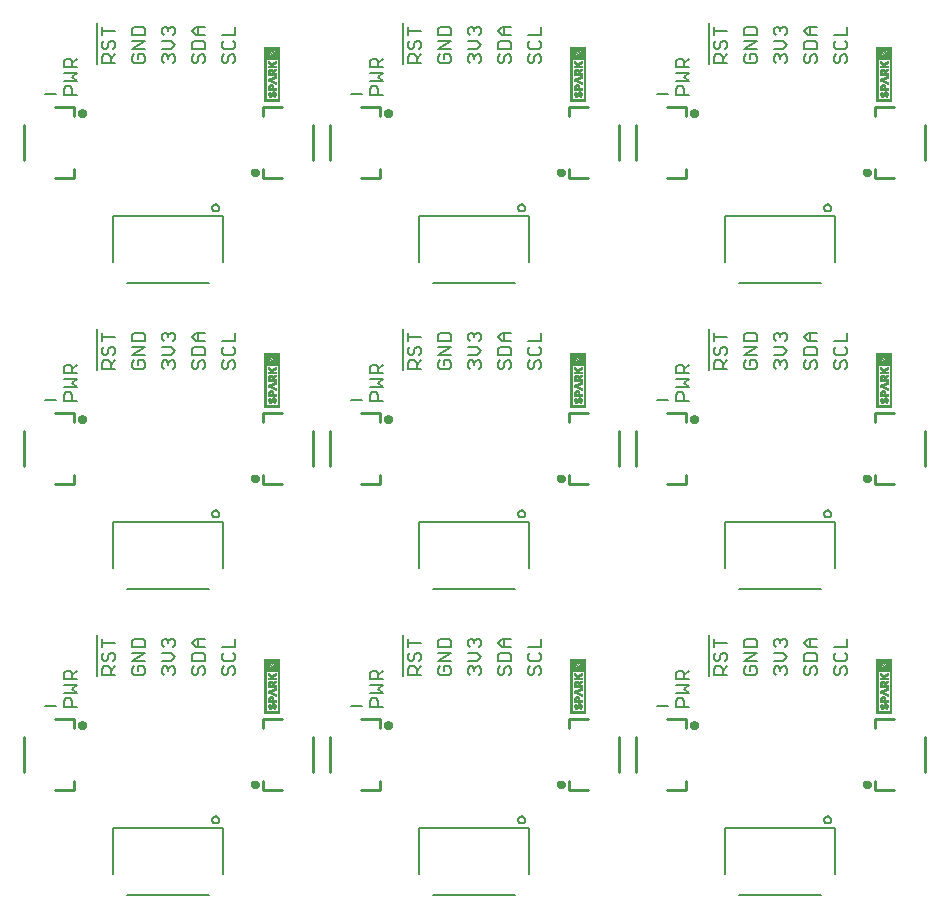
<source format=gto>
G75*
%MOIN*%
%OFA0B0*%
%FSLAX25Y25*%
%IPPOS*%
%LPD*%
%AMOC8*
5,1,8,0,0,1.08239X$1,22.5*
%
%ADD10C,0.00800*%
%ADD11C,0.01000*%
%ADD12C,0.01575*%
%ADD13C,0.00039*%
%ADD14C,0.00700*%
%ADD15C,0.00500*%
D10*
X0076719Y0128435D02*
X0076719Y0130537D01*
X0077420Y0131237D01*
X0078821Y0131237D01*
X0079522Y0130537D01*
X0079522Y0128435D01*
X0080923Y0128435D02*
X0076719Y0128435D01*
X0076719Y0133039D02*
X0080923Y0133039D01*
X0079522Y0134440D01*
X0080923Y0135841D01*
X0076719Y0135841D01*
X0076719Y0137643D02*
X0076719Y0139745D01*
X0077420Y0140445D01*
X0078821Y0140445D01*
X0079522Y0139745D01*
X0079522Y0137643D01*
X0080923Y0137643D02*
X0076719Y0137643D01*
X0079522Y0139044D02*
X0080923Y0140445D01*
X0087800Y0138688D02*
X0087800Y0152500D01*
X0089396Y0151098D02*
X0089396Y0148296D01*
X0089396Y0149697D02*
X0093600Y0149697D01*
X0092899Y0146495D02*
X0093600Y0145794D01*
X0093600Y0144393D01*
X0092899Y0143692D01*
X0091498Y0144393D02*
X0090798Y0143692D01*
X0090097Y0143692D01*
X0089396Y0144393D01*
X0089396Y0145794D01*
X0090097Y0146495D01*
X0091498Y0145794D02*
X0092199Y0146495D01*
X0092899Y0146495D01*
X0091498Y0145794D02*
X0091498Y0144393D01*
X0091498Y0141891D02*
X0092199Y0141190D01*
X0092199Y0139088D01*
X0093600Y0139088D02*
X0089396Y0139088D01*
X0089396Y0141190D01*
X0090097Y0141891D01*
X0091498Y0141891D01*
X0092199Y0140489D02*
X0093600Y0141891D01*
X0099396Y0141190D02*
X0099396Y0139789D01*
X0100097Y0139088D01*
X0102899Y0139088D01*
X0103600Y0139789D01*
X0103600Y0141190D01*
X0102899Y0141891D01*
X0101498Y0141891D01*
X0101498Y0140489D01*
X0100097Y0141891D02*
X0099396Y0141190D01*
X0099396Y0143692D02*
X0103600Y0146495D01*
X0099396Y0146495D01*
X0099396Y0148296D02*
X0099396Y0150398D01*
X0100097Y0151098D01*
X0102899Y0151098D01*
X0103600Y0150398D01*
X0103600Y0148296D01*
X0099396Y0148296D01*
X0099396Y0143692D02*
X0103600Y0143692D01*
X0109396Y0143692D02*
X0112199Y0143692D01*
X0113600Y0145093D01*
X0112199Y0146495D01*
X0109396Y0146495D01*
X0110097Y0148296D02*
X0109396Y0148997D01*
X0109396Y0150398D01*
X0110097Y0151098D01*
X0110798Y0151098D01*
X0111498Y0150398D01*
X0112199Y0151098D01*
X0112899Y0151098D01*
X0113600Y0150398D01*
X0113600Y0148997D01*
X0112899Y0148296D01*
X0111498Y0149697D02*
X0111498Y0150398D01*
X0119396Y0149697D02*
X0120798Y0151098D01*
X0123600Y0151098D01*
X0121498Y0151098D02*
X0121498Y0148296D01*
X0120798Y0148296D02*
X0119396Y0149697D01*
X0120798Y0148296D02*
X0123600Y0148296D01*
X0122899Y0146495D02*
X0120097Y0146495D01*
X0119396Y0145794D01*
X0119396Y0143692D01*
X0123600Y0143692D01*
X0123600Y0145794D01*
X0122899Y0146495D01*
X0122899Y0141891D02*
X0123600Y0141190D01*
X0123600Y0139789D01*
X0122899Y0139088D01*
X0121498Y0139789D02*
X0120798Y0139088D01*
X0120097Y0139088D01*
X0119396Y0139789D01*
X0119396Y0141190D01*
X0120097Y0141891D01*
X0121498Y0141190D02*
X0122199Y0141891D01*
X0122899Y0141891D01*
X0121498Y0141190D02*
X0121498Y0139789D01*
X0113600Y0139789D02*
X0112899Y0139088D01*
X0113600Y0139789D02*
X0113600Y0141190D01*
X0112899Y0141891D01*
X0112199Y0141891D01*
X0111498Y0141190D01*
X0111498Y0140489D01*
X0111498Y0141190D02*
X0110798Y0141891D01*
X0110097Y0141891D01*
X0109396Y0141190D01*
X0109396Y0139789D01*
X0110097Y0139088D01*
X0129396Y0139789D02*
X0130097Y0139088D01*
X0130798Y0139088D01*
X0131498Y0139789D01*
X0131498Y0141190D01*
X0132199Y0141891D01*
X0132899Y0141891D01*
X0133600Y0141190D01*
X0133600Y0139789D01*
X0132899Y0139088D01*
X0129396Y0139789D02*
X0129396Y0141190D01*
X0130097Y0141891D01*
X0130097Y0143692D02*
X0132899Y0143692D01*
X0133600Y0144393D01*
X0133600Y0145794D01*
X0132899Y0146495D01*
X0133600Y0148296D02*
X0129396Y0148296D01*
X0130097Y0146495D02*
X0129396Y0145794D01*
X0129396Y0144393D01*
X0130097Y0143692D01*
X0133600Y0148296D02*
X0133600Y0151098D01*
X0178719Y0139745D02*
X0179420Y0140445D01*
X0180821Y0140445D01*
X0181522Y0139745D01*
X0181522Y0137643D01*
X0182923Y0137643D02*
X0178719Y0137643D01*
X0178719Y0139745D01*
X0181522Y0139044D02*
X0182923Y0140445D01*
X0182923Y0135841D02*
X0178719Y0135841D01*
X0178719Y0133039D02*
X0182923Y0133039D01*
X0181522Y0134440D01*
X0182923Y0135841D01*
X0180821Y0131237D02*
X0179420Y0131237D01*
X0178719Y0130537D01*
X0178719Y0128435D01*
X0182923Y0128435D01*
X0181522Y0128435D02*
X0181522Y0130537D01*
X0180821Y0131237D01*
X0189800Y0138688D02*
X0189800Y0152500D01*
X0191396Y0151098D02*
X0191396Y0148296D01*
X0191396Y0149697D02*
X0195600Y0149697D01*
X0194899Y0146495D02*
X0195600Y0145794D01*
X0195600Y0144393D01*
X0194899Y0143692D01*
X0193498Y0144393D02*
X0192798Y0143692D01*
X0192097Y0143692D01*
X0191396Y0144393D01*
X0191396Y0145794D01*
X0192097Y0146495D01*
X0193498Y0145794D02*
X0194199Y0146495D01*
X0194899Y0146495D01*
X0193498Y0145794D02*
X0193498Y0144393D01*
X0193498Y0141891D02*
X0192097Y0141891D01*
X0191396Y0141190D01*
X0191396Y0139088D01*
X0195600Y0139088D01*
X0194199Y0139088D02*
X0194199Y0141190D01*
X0193498Y0141891D01*
X0194199Y0140489D02*
X0195600Y0141891D01*
X0201396Y0141190D02*
X0201396Y0139789D01*
X0202097Y0139088D01*
X0204899Y0139088D01*
X0205600Y0139789D01*
X0205600Y0141190D01*
X0204899Y0141891D01*
X0203498Y0141891D01*
X0203498Y0140489D01*
X0202097Y0141891D02*
X0201396Y0141190D01*
X0201396Y0143692D02*
X0205600Y0146495D01*
X0201396Y0146495D01*
X0201396Y0148296D02*
X0201396Y0150398D01*
X0202097Y0151098D01*
X0204899Y0151098D01*
X0205600Y0150398D01*
X0205600Y0148296D01*
X0201396Y0148296D01*
X0201396Y0143692D02*
X0205600Y0143692D01*
X0211396Y0143692D02*
X0214199Y0143692D01*
X0215600Y0145093D01*
X0214199Y0146495D01*
X0211396Y0146495D01*
X0212097Y0148296D02*
X0211396Y0148997D01*
X0211396Y0150398D01*
X0212097Y0151098D01*
X0212798Y0151098D01*
X0213498Y0150398D01*
X0214199Y0151098D01*
X0214899Y0151098D01*
X0215600Y0150398D01*
X0215600Y0148997D01*
X0214899Y0148296D01*
X0213498Y0149697D02*
X0213498Y0150398D01*
X0221396Y0149697D02*
X0222798Y0151098D01*
X0225600Y0151098D01*
X0223498Y0151098D02*
X0223498Y0148296D01*
X0222798Y0148296D02*
X0221396Y0149697D01*
X0222798Y0148296D02*
X0225600Y0148296D01*
X0224899Y0146495D02*
X0222097Y0146495D01*
X0221396Y0145794D01*
X0221396Y0143692D01*
X0225600Y0143692D01*
X0225600Y0145794D01*
X0224899Y0146495D01*
X0224899Y0141891D02*
X0225600Y0141190D01*
X0225600Y0139789D01*
X0224899Y0139088D01*
X0223498Y0139789D02*
X0222798Y0139088D01*
X0222097Y0139088D01*
X0221396Y0139789D01*
X0221396Y0141190D01*
X0222097Y0141891D01*
X0223498Y0141190D02*
X0224199Y0141891D01*
X0224899Y0141891D01*
X0223498Y0141190D02*
X0223498Y0139789D01*
X0215600Y0139789D02*
X0214899Y0139088D01*
X0215600Y0139789D02*
X0215600Y0141190D01*
X0214899Y0141891D01*
X0214199Y0141891D01*
X0213498Y0141190D01*
X0213498Y0140489D01*
X0213498Y0141190D02*
X0212798Y0141891D01*
X0212097Y0141891D01*
X0211396Y0141190D01*
X0211396Y0139789D01*
X0212097Y0139088D01*
X0231396Y0139789D02*
X0232097Y0139088D01*
X0232798Y0139088D01*
X0233498Y0139789D01*
X0233498Y0141190D01*
X0234199Y0141891D01*
X0234899Y0141891D01*
X0235600Y0141190D01*
X0235600Y0139789D01*
X0234899Y0139088D01*
X0231396Y0139789D02*
X0231396Y0141190D01*
X0232097Y0141891D01*
X0232097Y0143692D02*
X0234899Y0143692D01*
X0235600Y0144393D01*
X0235600Y0145794D01*
X0234899Y0146495D01*
X0235600Y0148296D02*
X0231396Y0148296D01*
X0232097Y0146495D02*
X0231396Y0145794D01*
X0231396Y0144393D01*
X0232097Y0143692D01*
X0235600Y0148296D02*
X0235600Y0151098D01*
X0280719Y0139745D02*
X0281420Y0140445D01*
X0282821Y0140445D01*
X0283522Y0139745D01*
X0283522Y0137643D01*
X0284923Y0137643D02*
X0280719Y0137643D01*
X0280719Y0139745D01*
X0283522Y0139044D02*
X0284923Y0140445D01*
X0284923Y0135841D02*
X0280719Y0135841D01*
X0280719Y0133039D02*
X0284923Y0133039D01*
X0283522Y0134440D01*
X0284923Y0135841D01*
X0282821Y0131237D02*
X0281420Y0131237D01*
X0280719Y0130537D01*
X0280719Y0128435D01*
X0284923Y0128435D01*
X0283522Y0128435D02*
X0283522Y0130537D01*
X0282821Y0131237D01*
X0291800Y0138688D02*
X0291800Y0152500D01*
X0293396Y0151098D02*
X0293396Y0148296D01*
X0293396Y0149697D02*
X0297600Y0149697D01*
X0296899Y0146495D02*
X0297600Y0145794D01*
X0297600Y0144393D01*
X0296899Y0143692D01*
X0295498Y0144393D02*
X0295498Y0145794D01*
X0296199Y0146495D01*
X0296899Y0146495D01*
X0295498Y0144393D02*
X0294798Y0143692D01*
X0294097Y0143692D01*
X0293396Y0144393D01*
X0293396Y0145794D01*
X0294097Y0146495D01*
X0294097Y0141891D02*
X0295498Y0141891D01*
X0296199Y0141190D01*
X0296199Y0139088D01*
X0297600Y0139088D02*
X0293396Y0139088D01*
X0293396Y0141190D01*
X0294097Y0141891D01*
X0296199Y0140489D02*
X0297600Y0141891D01*
X0303396Y0141190D02*
X0303396Y0139789D01*
X0304097Y0139088D01*
X0306899Y0139088D01*
X0307600Y0139789D01*
X0307600Y0141190D01*
X0306899Y0141891D01*
X0305498Y0141891D01*
X0305498Y0140489D01*
X0304097Y0141891D02*
X0303396Y0141190D01*
X0303396Y0143692D02*
X0307600Y0146495D01*
X0303396Y0146495D01*
X0303396Y0148296D02*
X0303396Y0150398D01*
X0304097Y0151098D01*
X0306899Y0151098D01*
X0307600Y0150398D01*
X0307600Y0148296D01*
X0303396Y0148296D01*
X0303396Y0143692D02*
X0307600Y0143692D01*
X0313396Y0143692D02*
X0316199Y0143692D01*
X0317600Y0145093D01*
X0316199Y0146495D01*
X0313396Y0146495D01*
X0314097Y0148296D02*
X0313396Y0148997D01*
X0313396Y0150398D01*
X0314097Y0151098D01*
X0314798Y0151098D01*
X0315498Y0150398D01*
X0316199Y0151098D01*
X0316899Y0151098D01*
X0317600Y0150398D01*
X0317600Y0148997D01*
X0316899Y0148296D01*
X0315498Y0149697D02*
X0315498Y0150398D01*
X0323396Y0149697D02*
X0324798Y0151098D01*
X0327600Y0151098D01*
X0325498Y0151098D02*
X0325498Y0148296D01*
X0324798Y0148296D02*
X0327600Y0148296D01*
X0326899Y0146495D02*
X0324097Y0146495D01*
X0323396Y0145794D01*
X0323396Y0143692D01*
X0327600Y0143692D01*
X0327600Y0145794D01*
X0326899Y0146495D01*
X0324798Y0148296D02*
X0323396Y0149697D01*
X0324097Y0141891D02*
X0323396Y0141190D01*
X0323396Y0139789D01*
X0324097Y0139088D01*
X0324798Y0139088D01*
X0325498Y0139789D01*
X0325498Y0141190D01*
X0326199Y0141891D01*
X0326899Y0141891D01*
X0327600Y0141190D01*
X0327600Y0139789D01*
X0326899Y0139088D01*
X0333396Y0139789D02*
X0334097Y0139088D01*
X0334798Y0139088D01*
X0335498Y0139789D01*
X0335498Y0141190D01*
X0336199Y0141891D01*
X0336899Y0141891D01*
X0337600Y0141190D01*
X0337600Y0139789D01*
X0336899Y0139088D01*
X0333396Y0139789D02*
X0333396Y0141190D01*
X0334097Y0141891D01*
X0334097Y0143692D02*
X0336899Y0143692D01*
X0337600Y0144393D01*
X0337600Y0145794D01*
X0336899Y0146495D01*
X0337600Y0148296D02*
X0333396Y0148296D01*
X0334097Y0146495D02*
X0333396Y0145794D01*
X0333396Y0144393D01*
X0334097Y0143692D01*
X0337600Y0148296D02*
X0337600Y0151098D01*
X0317600Y0141190D02*
X0317600Y0139789D01*
X0316899Y0139088D01*
X0315498Y0140489D02*
X0315498Y0141190D01*
X0316199Y0141891D01*
X0316899Y0141891D01*
X0317600Y0141190D01*
X0315498Y0141190D02*
X0314798Y0141891D01*
X0314097Y0141891D01*
X0313396Y0141190D01*
X0313396Y0139789D01*
X0314097Y0139088D01*
X0284923Y0230435D02*
X0280719Y0230435D01*
X0280719Y0232537D01*
X0281420Y0233237D01*
X0282821Y0233237D01*
X0283522Y0232537D01*
X0283522Y0230435D01*
X0284923Y0235039D02*
X0280719Y0235039D01*
X0280719Y0237841D02*
X0284923Y0237841D01*
X0283522Y0236440D01*
X0284923Y0235039D01*
X0284923Y0239643D02*
X0280719Y0239643D01*
X0280719Y0241745D01*
X0281420Y0242445D01*
X0282821Y0242445D01*
X0283522Y0241745D01*
X0283522Y0239643D01*
X0283522Y0241044D02*
X0284923Y0242445D01*
X0291800Y0240688D02*
X0291800Y0254500D01*
X0293396Y0253098D02*
X0293396Y0250296D01*
X0293396Y0251697D02*
X0297600Y0251697D01*
X0296899Y0248495D02*
X0297600Y0247794D01*
X0297600Y0246393D01*
X0296899Y0245692D01*
X0295498Y0246393D02*
X0295498Y0247794D01*
X0296199Y0248495D01*
X0296899Y0248495D01*
X0295498Y0246393D02*
X0294798Y0245692D01*
X0294097Y0245692D01*
X0293396Y0246393D01*
X0293396Y0247794D01*
X0294097Y0248495D01*
X0294097Y0243891D02*
X0295498Y0243891D01*
X0296199Y0243190D01*
X0296199Y0241088D01*
X0297600Y0241088D02*
X0293396Y0241088D01*
X0293396Y0243190D01*
X0294097Y0243891D01*
X0296199Y0242489D02*
X0297600Y0243891D01*
X0303396Y0243190D02*
X0303396Y0241789D01*
X0304097Y0241088D01*
X0306899Y0241088D01*
X0307600Y0241789D01*
X0307600Y0243190D01*
X0306899Y0243891D01*
X0305498Y0243891D01*
X0305498Y0242489D01*
X0304097Y0243891D02*
X0303396Y0243190D01*
X0303396Y0245692D02*
X0307600Y0248495D01*
X0303396Y0248495D01*
X0303396Y0250296D02*
X0303396Y0252398D01*
X0304097Y0253098D01*
X0306899Y0253098D01*
X0307600Y0252398D01*
X0307600Y0250296D01*
X0303396Y0250296D01*
X0303396Y0245692D02*
X0307600Y0245692D01*
X0313396Y0245692D02*
X0316199Y0245692D01*
X0317600Y0247093D01*
X0316199Y0248495D01*
X0313396Y0248495D01*
X0314097Y0250296D02*
X0313396Y0250997D01*
X0313396Y0252398D01*
X0314097Y0253098D01*
X0314798Y0253098D01*
X0315498Y0252398D01*
X0316199Y0253098D01*
X0316899Y0253098D01*
X0317600Y0252398D01*
X0317600Y0250997D01*
X0316899Y0250296D01*
X0315498Y0251697D02*
X0315498Y0252398D01*
X0323396Y0251697D02*
X0324798Y0253098D01*
X0327600Y0253098D01*
X0325498Y0253098D02*
X0325498Y0250296D01*
X0324798Y0250296D02*
X0327600Y0250296D01*
X0326899Y0248495D02*
X0324097Y0248495D01*
X0323396Y0247794D01*
X0323396Y0245692D01*
X0327600Y0245692D01*
X0327600Y0247794D01*
X0326899Y0248495D01*
X0324798Y0250296D02*
X0323396Y0251697D01*
X0324097Y0243891D02*
X0323396Y0243190D01*
X0323396Y0241789D01*
X0324097Y0241088D01*
X0324798Y0241088D01*
X0325498Y0241789D01*
X0325498Y0243190D01*
X0326199Y0243891D01*
X0326899Y0243891D01*
X0327600Y0243190D01*
X0327600Y0241789D01*
X0326899Y0241088D01*
X0333396Y0241789D02*
X0334097Y0241088D01*
X0334798Y0241088D01*
X0335498Y0241789D01*
X0335498Y0243190D01*
X0336199Y0243891D01*
X0336899Y0243891D01*
X0337600Y0243190D01*
X0337600Y0241789D01*
X0336899Y0241088D01*
X0333396Y0241789D02*
X0333396Y0243190D01*
X0334097Y0243891D01*
X0334097Y0245692D02*
X0333396Y0246393D01*
X0333396Y0247794D01*
X0334097Y0248495D01*
X0333396Y0250296D02*
X0337600Y0250296D01*
X0337600Y0253098D01*
X0336899Y0248495D02*
X0337600Y0247794D01*
X0337600Y0246393D01*
X0336899Y0245692D01*
X0334097Y0245692D01*
X0317600Y0243190D02*
X0317600Y0241789D01*
X0316899Y0241088D01*
X0315498Y0242489D02*
X0315498Y0243190D01*
X0316199Y0243891D01*
X0316899Y0243891D01*
X0317600Y0243190D01*
X0315498Y0243190D02*
X0314798Y0243891D01*
X0314097Y0243891D01*
X0313396Y0243190D01*
X0313396Y0241789D01*
X0314097Y0241088D01*
X0235600Y0241789D02*
X0234899Y0241088D01*
X0235600Y0241789D02*
X0235600Y0243190D01*
X0234899Y0243891D01*
X0234199Y0243891D01*
X0233498Y0243190D01*
X0233498Y0241789D01*
X0232798Y0241088D01*
X0232097Y0241088D01*
X0231396Y0241789D01*
X0231396Y0243190D01*
X0232097Y0243891D01*
X0232097Y0245692D02*
X0234899Y0245692D01*
X0235600Y0246393D01*
X0235600Y0247794D01*
X0234899Y0248495D01*
X0235600Y0250296D02*
X0231396Y0250296D01*
X0232097Y0248495D02*
X0231396Y0247794D01*
X0231396Y0246393D01*
X0232097Y0245692D01*
X0235600Y0250296D02*
X0235600Y0253098D01*
X0225600Y0253098D02*
X0222798Y0253098D01*
X0221396Y0251697D01*
X0222798Y0250296D01*
X0225600Y0250296D01*
X0224899Y0248495D02*
X0222097Y0248495D01*
X0221396Y0247794D01*
X0221396Y0245692D01*
X0225600Y0245692D01*
X0225600Y0247794D01*
X0224899Y0248495D01*
X0223498Y0250296D02*
X0223498Y0253098D01*
X0215600Y0252398D02*
X0215600Y0250997D01*
X0214899Y0250296D01*
X0214199Y0248495D02*
X0211396Y0248495D01*
X0212097Y0250296D02*
X0211396Y0250997D01*
X0211396Y0252398D01*
X0212097Y0253098D01*
X0212798Y0253098D01*
X0213498Y0252398D01*
X0214199Y0253098D01*
X0214899Y0253098D01*
X0215600Y0252398D01*
X0213498Y0252398D02*
X0213498Y0251697D01*
X0214199Y0248495D02*
X0215600Y0247093D01*
X0214199Y0245692D01*
X0211396Y0245692D01*
X0212097Y0243891D02*
X0212798Y0243891D01*
X0213498Y0243190D01*
X0214199Y0243891D01*
X0214899Y0243891D01*
X0215600Y0243190D01*
X0215600Y0241789D01*
X0214899Y0241088D01*
X0213498Y0242489D02*
X0213498Y0243190D01*
X0212097Y0243891D02*
X0211396Y0243190D01*
X0211396Y0241789D01*
X0212097Y0241088D01*
X0205600Y0241789D02*
X0205600Y0243190D01*
X0204899Y0243891D01*
X0203498Y0243891D01*
X0203498Y0242489D01*
X0202097Y0241088D02*
X0201396Y0241789D01*
X0201396Y0243190D01*
X0202097Y0243891D01*
X0201396Y0245692D02*
X0205600Y0248495D01*
X0201396Y0248495D01*
X0201396Y0250296D02*
X0201396Y0252398D01*
X0202097Y0253098D01*
X0204899Y0253098D01*
X0205600Y0252398D01*
X0205600Y0250296D01*
X0201396Y0250296D01*
X0201396Y0245692D02*
X0205600Y0245692D01*
X0205600Y0241789D02*
X0204899Y0241088D01*
X0202097Y0241088D01*
X0195600Y0241088D02*
X0191396Y0241088D01*
X0191396Y0243190D01*
X0192097Y0243891D01*
X0193498Y0243891D01*
X0194199Y0243190D01*
X0194199Y0241088D01*
X0194199Y0242489D02*
X0195600Y0243891D01*
X0194899Y0245692D02*
X0195600Y0246393D01*
X0195600Y0247794D01*
X0194899Y0248495D01*
X0194199Y0248495D01*
X0193498Y0247794D01*
X0193498Y0246393D01*
X0192798Y0245692D01*
X0192097Y0245692D01*
X0191396Y0246393D01*
X0191396Y0247794D01*
X0192097Y0248495D01*
X0191396Y0250296D02*
X0191396Y0253098D01*
X0191396Y0251697D02*
X0195600Y0251697D01*
X0189800Y0254500D02*
X0189800Y0240688D01*
X0182923Y0239643D02*
X0178719Y0239643D01*
X0178719Y0241745D01*
X0179420Y0242445D01*
X0180821Y0242445D01*
X0181522Y0241745D01*
X0181522Y0239643D01*
X0181522Y0241044D02*
X0182923Y0242445D01*
X0182923Y0237841D02*
X0178719Y0237841D01*
X0178719Y0235039D02*
X0182923Y0235039D01*
X0181522Y0236440D01*
X0182923Y0237841D01*
X0180821Y0233237D02*
X0179420Y0233237D01*
X0178719Y0232537D01*
X0178719Y0230435D01*
X0182923Y0230435D01*
X0181522Y0230435D02*
X0181522Y0232537D01*
X0180821Y0233237D01*
X0221396Y0241789D02*
X0222097Y0241088D01*
X0222798Y0241088D01*
X0223498Y0241789D01*
X0223498Y0243190D01*
X0224199Y0243891D01*
X0224899Y0243891D01*
X0225600Y0243190D01*
X0225600Y0241789D01*
X0224899Y0241088D01*
X0221396Y0241789D02*
X0221396Y0243190D01*
X0222097Y0243891D01*
X0133600Y0243190D02*
X0133600Y0241789D01*
X0132899Y0241088D01*
X0131498Y0241789D02*
X0131498Y0243190D01*
X0132199Y0243891D01*
X0132899Y0243891D01*
X0133600Y0243190D01*
X0131498Y0241789D02*
X0130798Y0241088D01*
X0130097Y0241088D01*
X0129396Y0241789D01*
X0129396Y0243190D01*
X0130097Y0243891D01*
X0130097Y0245692D02*
X0132899Y0245692D01*
X0133600Y0246393D01*
X0133600Y0247794D01*
X0132899Y0248495D01*
X0133600Y0250296D02*
X0129396Y0250296D01*
X0130097Y0248495D02*
X0129396Y0247794D01*
X0129396Y0246393D01*
X0130097Y0245692D01*
X0133600Y0250296D02*
X0133600Y0253098D01*
X0123600Y0253098D02*
X0120798Y0253098D01*
X0119396Y0251697D01*
X0120798Y0250296D01*
X0123600Y0250296D01*
X0122899Y0248495D02*
X0120097Y0248495D01*
X0119396Y0247794D01*
X0119396Y0245692D01*
X0123600Y0245692D01*
X0123600Y0247794D01*
X0122899Y0248495D01*
X0121498Y0250296D02*
X0121498Y0253098D01*
X0113600Y0252398D02*
X0113600Y0250997D01*
X0112899Y0250296D01*
X0112199Y0248495D02*
X0109396Y0248495D01*
X0110097Y0250296D02*
X0109396Y0250997D01*
X0109396Y0252398D01*
X0110097Y0253098D01*
X0110798Y0253098D01*
X0111498Y0252398D01*
X0112199Y0253098D01*
X0112899Y0253098D01*
X0113600Y0252398D01*
X0111498Y0252398D02*
X0111498Y0251697D01*
X0112199Y0248495D02*
X0113600Y0247093D01*
X0112199Y0245692D01*
X0109396Y0245692D01*
X0110097Y0243891D02*
X0110798Y0243891D01*
X0111498Y0243190D01*
X0112199Y0243891D01*
X0112899Y0243891D01*
X0113600Y0243190D01*
X0113600Y0241789D01*
X0112899Y0241088D01*
X0111498Y0242489D02*
X0111498Y0243190D01*
X0110097Y0243891D02*
X0109396Y0243190D01*
X0109396Y0241789D01*
X0110097Y0241088D01*
X0103600Y0241789D02*
X0103600Y0243190D01*
X0102899Y0243891D01*
X0101498Y0243891D01*
X0101498Y0242489D01*
X0100097Y0241088D02*
X0099396Y0241789D01*
X0099396Y0243190D01*
X0100097Y0243891D01*
X0099396Y0245692D02*
X0103600Y0248495D01*
X0099396Y0248495D01*
X0099396Y0250296D02*
X0099396Y0252398D01*
X0100097Y0253098D01*
X0102899Y0253098D01*
X0103600Y0252398D01*
X0103600Y0250296D01*
X0099396Y0250296D01*
X0099396Y0245692D02*
X0103600Y0245692D01*
X0103600Y0241789D02*
X0102899Y0241088D01*
X0100097Y0241088D01*
X0093600Y0241088D02*
X0089396Y0241088D01*
X0089396Y0243190D01*
X0090097Y0243891D01*
X0091498Y0243891D01*
X0092199Y0243190D01*
X0092199Y0241088D01*
X0092199Y0242489D02*
X0093600Y0243891D01*
X0092899Y0245692D02*
X0093600Y0246393D01*
X0093600Y0247794D01*
X0092899Y0248495D01*
X0092199Y0248495D01*
X0091498Y0247794D01*
X0091498Y0246393D01*
X0090798Y0245692D01*
X0090097Y0245692D01*
X0089396Y0246393D01*
X0089396Y0247794D01*
X0090097Y0248495D01*
X0089396Y0250296D02*
X0089396Y0253098D01*
X0089396Y0251697D02*
X0093600Y0251697D01*
X0087800Y0254500D02*
X0087800Y0240688D01*
X0080923Y0239643D02*
X0076719Y0239643D01*
X0076719Y0241745D01*
X0077420Y0242445D01*
X0078821Y0242445D01*
X0079522Y0241745D01*
X0079522Y0239643D01*
X0079522Y0241044D02*
X0080923Y0242445D01*
X0080923Y0237841D02*
X0076719Y0237841D01*
X0076719Y0235039D02*
X0080923Y0235039D01*
X0079522Y0236440D01*
X0080923Y0237841D01*
X0078821Y0233237D02*
X0079522Y0232537D01*
X0079522Y0230435D01*
X0080923Y0230435D02*
X0076719Y0230435D01*
X0076719Y0232537D01*
X0077420Y0233237D01*
X0078821Y0233237D01*
X0119396Y0241789D02*
X0120097Y0241088D01*
X0120798Y0241088D01*
X0121498Y0241789D01*
X0121498Y0243190D01*
X0122199Y0243891D01*
X0122899Y0243891D01*
X0123600Y0243190D01*
X0123600Y0241789D01*
X0122899Y0241088D01*
X0119396Y0241789D02*
X0119396Y0243190D01*
X0120097Y0243891D01*
X0080923Y0332435D02*
X0076719Y0332435D01*
X0076719Y0334537D01*
X0077420Y0335237D01*
X0078821Y0335237D01*
X0079522Y0334537D01*
X0079522Y0332435D01*
X0080923Y0337039D02*
X0076719Y0337039D01*
X0076719Y0339841D02*
X0080923Y0339841D01*
X0079522Y0338440D01*
X0080923Y0337039D01*
X0080923Y0341643D02*
X0076719Y0341643D01*
X0076719Y0343745D01*
X0077420Y0344445D01*
X0078821Y0344445D01*
X0079522Y0343745D01*
X0079522Y0341643D01*
X0079522Y0343044D02*
X0080923Y0344445D01*
X0087800Y0342688D02*
X0087800Y0356500D01*
X0089396Y0355098D02*
X0089396Y0352296D01*
X0089396Y0353697D02*
X0093600Y0353697D01*
X0092899Y0350495D02*
X0093600Y0349794D01*
X0093600Y0348393D01*
X0092899Y0347692D01*
X0091498Y0348393D02*
X0091498Y0349794D01*
X0092199Y0350495D01*
X0092899Y0350495D01*
X0091498Y0348393D02*
X0090798Y0347692D01*
X0090097Y0347692D01*
X0089396Y0348393D01*
X0089396Y0349794D01*
X0090097Y0350495D01*
X0090097Y0345891D02*
X0089396Y0345190D01*
X0089396Y0343088D01*
X0093600Y0343088D01*
X0092199Y0343088D02*
X0092199Y0345190D01*
X0091498Y0345891D01*
X0090097Y0345891D01*
X0092199Y0344489D02*
X0093600Y0345891D01*
X0099396Y0345190D02*
X0099396Y0343789D01*
X0100097Y0343088D01*
X0102899Y0343088D01*
X0103600Y0343789D01*
X0103600Y0345190D01*
X0102899Y0345891D01*
X0101498Y0345891D01*
X0101498Y0344489D01*
X0100097Y0345891D02*
X0099396Y0345190D01*
X0099396Y0347692D02*
X0103600Y0350495D01*
X0099396Y0350495D01*
X0099396Y0352296D02*
X0099396Y0354398D01*
X0100097Y0355098D01*
X0102899Y0355098D01*
X0103600Y0354398D01*
X0103600Y0352296D01*
X0099396Y0352296D01*
X0099396Y0347692D02*
X0103600Y0347692D01*
X0109396Y0347692D02*
X0112199Y0347692D01*
X0113600Y0349093D01*
X0112199Y0350495D01*
X0109396Y0350495D01*
X0110097Y0352296D02*
X0109396Y0352997D01*
X0109396Y0354398D01*
X0110097Y0355098D01*
X0110798Y0355098D01*
X0111498Y0354398D01*
X0112199Y0355098D01*
X0112899Y0355098D01*
X0113600Y0354398D01*
X0113600Y0352997D01*
X0112899Y0352296D01*
X0111498Y0353697D02*
X0111498Y0354398D01*
X0119396Y0353697D02*
X0120798Y0355098D01*
X0123600Y0355098D01*
X0121498Y0355098D02*
X0121498Y0352296D01*
X0120798Y0352296D02*
X0119396Y0353697D01*
X0120798Y0352296D02*
X0123600Y0352296D01*
X0122899Y0350495D02*
X0120097Y0350495D01*
X0119396Y0349794D01*
X0119396Y0347692D01*
X0123600Y0347692D01*
X0123600Y0349794D01*
X0122899Y0350495D01*
X0122899Y0345891D02*
X0123600Y0345190D01*
X0123600Y0343789D01*
X0122899Y0343088D01*
X0121498Y0343789D02*
X0121498Y0345190D01*
X0122199Y0345891D01*
X0122899Y0345891D01*
X0121498Y0343789D02*
X0120798Y0343088D01*
X0120097Y0343088D01*
X0119396Y0343789D01*
X0119396Y0345190D01*
X0120097Y0345891D01*
X0113600Y0345190D02*
X0113600Y0343789D01*
X0112899Y0343088D01*
X0111498Y0344489D02*
X0111498Y0345190D01*
X0112199Y0345891D01*
X0112899Y0345891D01*
X0113600Y0345190D01*
X0111498Y0345190D02*
X0110798Y0345891D01*
X0110097Y0345891D01*
X0109396Y0345190D01*
X0109396Y0343789D01*
X0110097Y0343088D01*
X0129396Y0343789D02*
X0130097Y0343088D01*
X0130798Y0343088D01*
X0131498Y0343789D01*
X0131498Y0345190D01*
X0132199Y0345891D01*
X0132899Y0345891D01*
X0133600Y0345190D01*
X0133600Y0343789D01*
X0132899Y0343088D01*
X0129396Y0343789D02*
X0129396Y0345190D01*
X0130097Y0345891D01*
X0130097Y0347692D02*
X0132899Y0347692D01*
X0133600Y0348393D01*
X0133600Y0349794D01*
X0132899Y0350495D01*
X0133600Y0352296D02*
X0129396Y0352296D01*
X0130097Y0350495D02*
X0129396Y0349794D01*
X0129396Y0348393D01*
X0130097Y0347692D01*
X0133600Y0352296D02*
X0133600Y0355098D01*
X0178719Y0343745D02*
X0178719Y0341643D01*
X0182923Y0341643D01*
X0181522Y0341643D02*
X0181522Y0343745D01*
X0180821Y0344445D01*
X0179420Y0344445D01*
X0178719Y0343745D01*
X0181522Y0343044D02*
X0182923Y0344445D01*
X0182923Y0339841D02*
X0178719Y0339841D01*
X0178719Y0337039D02*
X0182923Y0337039D01*
X0181522Y0338440D01*
X0182923Y0339841D01*
X0180821Y0335237D02*
X0179420Y0335237D01*
X0178719Y0334537D01*
X0178719Y0332435D01*
X0182923Y0332435D01*
X0181522Y0332435D02*
X0181522Y0334537D01*
X0180821Y0335237D01*
X0189800Y0342688D02*
X0189800Y0356500D01*
X0191396Y0355098D02*
X0191396Y0352296D01*
X0191396Y0353697D02*
X0195600Y0353697D01*
X0194899Y0350495D02*
X0195600Y0349794D01*
X0195600Y0348393D01*
X0194899Y0347692D01*
X0193498Y0348393D02*
X0193498Y0349794D01*
X0194199Y0350495D01*
X0194899Y0350495D01*
X0193498Y0348393D02*
X0192798Y0347692D01*
X0192097Y0347692D01*
X0191396Y0348393D01*
X0191396Y0349794D01*
X0192097Y0350495D01*
X0192097Y0345891D02*
X0193498Y0345891D01*
X0194199Y0345190D01*
X0194199Y0343088D01*
X0195600Y0343088D02*
X0191396Y0343088D01*
X0191396Y0345190D01*
X0192097Y0345891D01*
X0194199Y0344489D02*
X0195600Y0345891D01*
X0201396Y0345190D02*
X0201396Y0343789D01*
X0202097Y0343088D01*
X0204899Y0343088D01*
X0205600Y0343789D01*
X0205600Y0345190D01*
X0204899Y0345891D01*
X0203498Y0345891D01*
X0203498Y0344489D01*
X0202097Y0345891D02*
X0201396Y0345190D01*
X0201396Y0347692D02*
X0205600Y0350495D01*
X0201396Y0350495D01*
X0201396Y0352296D02*
X0201396Y0354398D01*
X0202097Y0355098D01*
X0204899Y0355098D01*
X0205600Y0354398D01*
X0205600Y0352296D01*
X0201396Y0352296D01*
X0201396Y0347692D02*
X0205600Y0347692D01*
X0211396Y0347692D02*
X0214199Y0347692D01*
X0215600Y0349093D01*
X0214199Y0350495D01*
X0211396Y0350495D01*
X0212097Y0352296D02*
X0211396Y0352997D01*
X0211396Y0354398D01*
X0212097Y0355098D01*
X0212798Y0355098D01*
X0213498Y0354398D01*
X0214199Y0355098D01*
X0214899Y0355098D01*
X0215600Y0354398D01*
X0215600Y0352997D01*
X0214899Y0352296D01*
X0213498Y0353697D02*
X0213498Y0354398D01*
X0221396Y0353697D02*
X0222798Y0355098D01*
X0225600Y0355098D01*
X0223498Y0355098D02*
X0223498Y0352296D01*
X0222798Y0352296D02*
X0221396Y0353697D01*
X0222798Y0352296D02*
X0225600Y0352296D01*
X0224899Y0350495D02*
X0222097Y0350495D01*
X0221396Y0349794D01*
X0221396Y0347692D01*
X0225600Y0347692D01*
X0225600Y0349794D01*
X0224899Y0350495D01*
X0224899Y0345891D02*
X0225600Y0345190D01*
X0225600Y0343789D01*
X0224899Y0343088D01*
X0223498Y0343789D02*
X0223498Y0345190D01*
X0224199Y0345891D01*
X0224899Y0345891D01*
X0223498Y0343789D02*
X0222798Y0343088D01*
X0222097Y0343088D01*
X0221396Y0343789D01*
X0221396Y0345190D01*
X0222097Y0345891D01*
X0215600Y0345190D02*
X0215600Y0343789D01*
X0214899Y0343088D01*
X0213498Y0344489D02*
X0213498Y0345190D01*
X0214199Y0345891D01*
X0214899Y0345891D01*
X0215600Y0345190D01*
X0213498Y0345190D02*
X0212798Y0345891D01*
X0212097Y0345891D01*
X0211396Y0345190D01*
X0211396Y0343789D01*
X0212097Y0343088D01*
X0231396Y0343789D02*
X0232097Y0343088D01*
X0232798Y0343088D01*
X0233498Y0343789D01*
X0233498Y0345190D01*
X0234199Y0345891D01*
X0234899Y0345891D01*
X0235600Y0345190D01*
X0235600Y0343789D01*
X0234899Y0343088D01*
X0231396Y0343789D02*
X0231396Y0345190D01*
X0232097Y0345891D01*
X0232097Y0347692D02*
X0234899Y0347692D01*
X0235600Y0348393D01*
X0235600Y0349794D01*
X0234899Y0350495D01*
X0235600Y0352296D02*
X0231396Y0352296D01*
X0232097Y0350495D02*
X0231396Y0349794D01*
X0231396Y0348393D01*
X0232097Y0347692D01*
X0235600Y0352296D02*
X0235600Y0355098D01*
X0280719Y0343745D02*
X0280719Y0341643D01*
X0284923Y0341643D01*
X0283522Y0341643D02*
X0283522Y0343745D01*
X0282821Y0344445D01*
X0281420Y0344445D01*
X0280719Y0343745D01*
X0283522Y0343044D02*
X0284923Y0344445D01*
X0284923Y0339841D02*
X0280719Y0339841D01*
X0280719Y0337039D02*
X0284923Y0337039D01*
X0283522Y0338440D01*
X0284923Y0339841D01*
X0282821Y0335237D02*
X0281420Y0335237D01*
X0280719Y0334537D01*
X0280719Y0332435D01*
X0284923Y0332435D01*
X0283522Y0332435D02*
X0283522Y0334537D01*
X0282821Y0335237D01*
X0291800Y0342688D02*
X0291800Y0356500D01*
X0293396Y0355098D02*
X0293396Y0352296D01*
X0293396Y0353697D02*
X0297600Y0353697D01*
X0296899Y0350495D02*
X0297600Y0349794D01*
X0297600Y0348393D01*
X0296899Y0347692D01*
X0295498Y0348393D02*
X0295498Y0349794D01*
X0296199Y0350495D01*
X0296899Y0350495D01*
X0295498Y0348393D02*
X0294798Y0347692D01*
X0294097Y0347692D01*
X0293396Y0348393D01*
X0293396Y0349794D01*
X0294097Y0350495D01*
X0294097Y0345891D02*
X0295498Y0345891D01*
X0296199Y0345190D01*
X0296199Y0343088D01*
X0297600Y0343088D02*
X0293396Y0343088D01*
X0293396Y0345190D01*
X0294097Y0345891D01*
X0296199Y0344489D02*
X0297600Y0345891D01*
X0303396Y0345190D02*
X0303396Y0343789D01*
X0304097Y0343088D01*
X0306899Y0343088D01*
X0307600Y0343789D01*
X0307600Y0345190D01*
X0306899Y0345891D01*
X0305498Y0345891D01*
X0305498Y0344489D01*
X0304097Y0345891D02*
X0303396Y0345190D01*
X0303396Y0347692D02*
X0307600Y0350495D01*
X0303396Y0350495D01*
X0303396Y0352296D02*
X0303396Y0354398D01*
X0304097Y0355098D01*
X0306899Y0355098D01*
X0307600Y0354398D01*
X0307600Y0352296D01*
X0303396Y0352296D01*
X0303396Y0347692D02*
X0307600Y0347692D01*
X0313396Y0347692D02*
X0316199Y0347692D01*
X0317600Y0349093D01*
X0316199Y0350495D01*
X0313396Y0350495D01*
X0314097Y0352296D02*
X0313396Y0352997D01*
X0313396Y0354398D01*
X0314097Y0355098D01*
X0314798Y0355098D01*
X0315498Y0354398D01*
X0316199Y0355098D01*
X0316899Y0355098D01*
X0317600Y0354398D01*
X0317600Y0352997D01*
X0316899Y0352296D01*
X0315498Y0353697D02*
X0315498Y0354398D01*
X0323396Y0353697D02*
X0324798Y0355098D01*
X0327600Y0355098D01*
X0325498Y0355098D02*
X0325498Y0352296D01*
X0324798Y0352296D02*
X0327600Y0352296D01*
X0326899Y0350495D02*
X0324097Y0350495D01*
X0323396Y0349794D01*
X0323396Y0347692D01*
X0327600Y0347692D01*
X0327600Y0349794D01*
X0326899Y0350495D01*
X0324798Y0352296D02*
X0323396Y0353697D01*
X0324097Y0345891D02*
X0323396Y0345190D01*
X0323396Y0343789D01*
X0324097Y0343088D01*
X0324798Y0343088D01*
X0325498Y0343789D01*
X0325498Y0345190D01*
X0326199Y0345891D01*
X0326899Y0345891D01*
X0327600Y0345190D01*
X0327600Y0343789D01*
X0326899Y0343088D01*
X0333396Y0343789D02*
X0334097Y0343088D01*
X0334798Y0343088D01*
X0335498Y0343789D01*
X0335498Y0345190D01*
X0336199Y0345891D01*
X0336899Y0345891D01*
X0337600Y0345190D01*
X0337600Y0343789D01*
X0336899Y0343088D01*
X0333396Y0343789D02*
X0333396Y0345190D01*
X0334097Y0345891D01*
X0334097Y0347692D02*
X0333396Y0348393D01*
X0333396Y0349794D01*
X0334097Y0350495D01*
X0333396Y0352296D02*
X0337600Y0352296D01*
X0337600Y0355098D01*
X0336899Y0350495D02*
X0337600Y0349794D01*
X0337600Y0348393D01*
X0336899Y0347692D01*
X0334097Y0347692D01*
X0317600Y0345190D02*
X0317600Y0343789D01*
X0316899Y0343088D01*
X0315498Y0344489D02*
X0315498Y0345190D01*
X0316199Y0345891D01*
X0316899Y0345891D01*
X0317600Y0345190D01*
X0315498Y0345190D02*
X0314798Y0345891D01*
X0314097Y0345891D01*
X0313396Y0345190D01*
X0313396Y0343789D01*
X0314097Y0343088D01*
D11*
X0284122Y0328311D02*
X0284122Y0325358D01*
X0284122Y0328311D02*
X0277626Y0328311D01*
X0267390Y0322406D02*
X0267390Y0310594D01*
X0261610Y0310594D02*
X0261610Y0322406D01*
X0251374Y0328311D02*
X0244878Y0328311D01*
X0244878Y0325358D01*
X0244878Y0307642D02*
X0244878Y0304689D01*
X0251374Y0304689D01*
X0277626Y0304689D02*
X0284122Y0304689D01*
X0284122Y0307642D01*
X0346878Y0307642D02*
X0346878Y0304689D01*
X0353374Y0304689D01*
X0363610Y0310594D02*
X0363610Y0322406D01*
X0353374Y0328311D02*
X0346878Y0328311D01*
X0346878Y0325358D01*
X0346878Y0226311D02*
X0353374Y0226311D01*
X0346878Y0226311D02*
X0346878Y0223358D01*
X0363610Y0220406D02*
X0363610Y0208594D01*
X0353374Y0202689D02*
X0346878Y0202689D01*
X0346878Y0205642D01*
X0284122Y0205642D02*
X0284122Y0202689D01*
X0277626Y0202689D01*
X0267390Y0208594D02*
X0267390Y0220406D01*
X0261610Y0220406D02*
X0261610Y0208594D01*
X0251374Y0202689D02*
X0244878Y0202689D01*
X0244878Y0205642D01*
X0244878Y0223358D02*
X0244878Y0226311D01*
X0251374Y0226311D01*
X0277626Y0226311D02*
X0284122Y0226311D01*
X0284122Y0223358D01*
X0284122Y0124311D02*
X0277626Y0124311D01*
X0284122Y0124311D02*
X0284122Y0121358D01*
X0267390Y0118406D02*
X0267390Y0106594D01*
X0261610Y0106594D02*
X0261610Y0118406D01*
X0251374Y0124311D02*
X0244878Y0124311D01*
X0244878Y0121358D01*
X0244878Y0103642D02*
X0244878Y0100689D01*
X0251374Y0100689D01*
X0277626Y0100689D02*
X0284122Y0100689D01*
X0284122Y0103642D01*
X0346878Y0103642D02*
X0346878Y0100689D01*
X0353374Y0100689D01*
X0363610Y0106594D02*
X0363610Y0118406D01*
X0353374Y0124311D02*
X0346878Y0124311D01*
X0346878Y0121358D01*
X0182122Y0121358D02*
X0182122Y0124311D01*
X0175626Y0124311D01*
X0165390Y0118406D02*
X0165390Y0106594D01*
X0159610Y0106594D02*
X0159610Y0118406D01*
X0149374Y0124311D02*
X0142878Y0124311D01*
X0142878Y0121358D01*
X0142878Y0103642D02*
X0142878Y0100689D01*
X0149374Y0100689D01*
X0175626Y0100689D02*
X0182122Y0100689D01*
X0182122Y0103642D01*
X0182122Y0202689D02*
X0175626Y0202689D01*
X0182122Y0202689D02*
X0182122Y0205642D01*
X0165390Y0208594D02*
X0165390Y0220406D01*
X0159610Y0220406D02*
X0159610Y0208594D01*
X0149374Y0202689D02*
X0142878Y0202689D01*
X0142878Y0205642D01*
X0142878Y0223358D02*
X0142878Y0226311D01*
X0149374Y0226311D01*
X0175626Y0226311D02*
X0182122Y0226311D01*
X0182122Y0223358D01*
X0182122Y0304689D02*
X0175626Y0304689D01*
X0182122Y0304689D02*
X0182122Y0307642D01*
X0165390Y0310594D02*
X0165390Y0322406D01*
X0159610Y0322406D02*
X0159610Y0310594D01*
X0149374Y0304689D02*
X0142878Y0304689D01*
X0142878Y0307642D01*
X0142878Y0325358D02*
X0142878Y0328311D01*
X0149374Y0328311D01*
X0175626Y0328311D02*
X0182122Y0328311D01*
X0182122Y0325358D01*
X0080122Y0325358D02*
X0080122Y0328311D01*
X0073626Y0328311D01*
X0063390Y0322406D02*
X0063390Y0310594D01*
X0073626Y0304689D02*
X0080122Y0304689D01*
X0080122Y0307642D01*
X0080122Y0226311D02*
X0073626Y0226311D01*
X0080122Y0226311D02*
X0080122Y0223358D01*
X0063390Y0220406D02*
X0063390Y0208594D01*
X0073626Y0202689D02*
X0080122Y0202689D01*
X0080122Y0205642D01*
X0080122Y0124311D02*
X0073626Y0124311D01*
X0080122Y0124311D02*
X0080122Y0121358D01*
X0063390Y0118406D02*
X0063390Y0106594D01*
X0073626Y0100689D02*
X0080122Y0100689D01*
X0080122Y0103642D01*
D12*
X0082124Y0122343D02*
X0082126Y0122390D01*
X0082132Y0122436D01*
X0082141Y0122482D01*
X0082155Y0122526D01*
X0082172Y0122570D01*
X0082193Y0122611D01*
X0082217Y0122651D01*
X0082244Y0122689D01*
X0082275Y0122724D01*
X0082308Y0122757D01*
X0082344Y0122787D01*
X0082383Y0122813D01*
X0082423Y0122837D01*
X0082465Y0122856D01*
X0082509Y0122873D01*
X0082554Y0122885D01*
X0082600Y0122894D01*
X0082646Y0122899D01*
X0082693Y0122900D01*
X0082739Y0122897D01*
X0082785Y0122890D01*
X0082831Y0122879D01*
X0082875Y0122865D01*
X0082918Y0122847D01*
X0082959Y0122825D01*
X0082999Y0122800D01*
X0083036Y0122772D01*
X0083071Y0122741D01*
X0083103Y0122707D01*
X0083132Y0122670D01*
X0083157Y0122632D01*
X0083180Y0122591D01*
X0083199Y0122548D01*
X0083214Y0122504D01*
X0083226Y0122459D01*
X0083234Y0122413D01*
X0083238Y0122366D01*
X0083238Y0122320D01*
X0083234Y0122273D01*
X0083226Y0122227D01*
X0083214Y0122182D01*
X0083199Y0122138D01*
X0083180Y0122095D01*
X0083157Y0122054D01*
X0083132Y0122016D01*
X0083103Y0121979D01*
X0083071Y0121945D01*
X0083036Y0121914D01*
X0082999Y0121886D01*
X0082960Y0121861D01*
X0082918Y0121839D01*
X0082875Y0121821D01*
X0082831Y0121807D01*
X0082785Y0121796D01*
X0082739Y0121789D01*
X0082693Y0121786D01*
X0082646Y0121787D01*
X0082600Y0121792D01*
X0082554Y0121801D01*
X0082509Y0121813D01*
X0082465Y0121830D01*
X0082423Y0121849D01*
X0082383Y0121873D01*
X0082344Y0121899D01*
X0082308Y0121929D01*
X0082275Y0121962D01*
X0082244Y0121997D01*
X0082217Y0122035D01*
X0082193Y0122075D01*
X0082172Y0122116D01*
X0082155Y0122160D01*
X0082141Y0122204D01*
X0082132Y0122250D01*
X0082126Y0122296D01*
X0082124Y0122343D01*
X0139762Y0102657D02*
X0139764Y0102704D01*
X0139770Y0102750D01*
X0139779Y0102796D01*
X0139793Y0102840D01*
X0139810Y0102884D01*
X0139831Y0102925D01*
X0139855Y0102965D01*
X0139882Y0103003D01*
X0139913Y0103038D01*
X0139946Y0103071D01*
X0139982Y0103101D01*
X0140021Y0103127D01*
X0140061Y0103151D01*
X0140103Y0103170D01*
X0140147Y0103187D01*
X0140192Y0103199D01*
X0140238Y0103208D01*
X0140284Y0103213D01*
X0140331Y0103214D01*
X0140377Y0103211D01*
X0140423Y0103204D01*
X0140469Y0103193D01*
X0140513Y0103179D01*
X0140556Y0103161D01*
X0140597Y0103139D01*
X0140637Y0103114D01*
X0140674Y0103086D01*
X0140709Y0103055D01*
X0140741Y0103021D01*
X0140770Y0102984D01*
X0140795Y0102946D01*
X0140818Y0102905D01*
X0140837Y0102862D01*
X0140852Y0102818D01*
X0140864Y0102773D01*
X0140872Y0102727D01*
X0140876Y0102680D01*
X0140876Y0102634D01*
X0140872Y0102587D01*
X0140864Y0102541D01*
X0140852Y0102496D01*
X0140837Y0102452D01*
X0140818Y0102409D01*
X0140795Y0102368D01*
X0140770Y0102330D01*
X0140741Y0102293D01*
X0140709Y0102259D01*
X0140674Y0102228D01*
X0140637Y0102200D01*
X0140598Y0102175D01*
X0140556Y0102153D01*
X0140513Y0102135D01*
X0140469Y0102121D01*
X0140423Y0102110D01*
X0140377Y0102103D01*
X0140331Y0102100D01*
X0140284Y0102101D01*
X0140238Y0102106D01*
X0140192Y0102115D01*
X0140147Y0102127D01*
X0140103Y0102144D01*
X0140061Y0102163D01*
X0140021Y0102187D01*
X0139982Y0102213D01*
X0139946Y0102243D01*
X0139913Y0102276D01*
X0139882Y0102311D01*
X0139855Y0102349D01*
X0139831Y0102389D01*
X0139810Y0102430D01*
X0139793Y0102474D01*
X0139779Y0102518D01*
X0139770Y0102564D01*
X0139764Y0102610D01*
X0139762Y0102657D01*
X0184124Y0122343D02*
X0184126Y0122390D01*
X0184132Y0122436D01*
X0184141Y0122482D01*
X0184155Y0122526D01*
X0184172Y0122570D01*
X0184193Y0122611D01*
X0184217Y0122651D01*
X0184244Y0122689D01*
X0184275Y0122724D01*
X0184308Y0122757D01*
X0184344Y0122787D01*
X0184383Y0122813D01*
X0184423Y0122837D01*
X0184465Y0122856D01*
X0184509Y0122873D01*
X0184554Y0122885D01*
X0184600Y0122894D01*
X0184646Y0122899D01*
X0184693Y0122900D01*
X0184739Y0122897D01*
X0184785Y0122890D01*
X0184831Y0122879D01*
X0184875Y0122865D01*
X0184918Y0122847D01*
X0184959Y0122825D01*
X0184999Y0122800D01*
X0185036Y0122772D01*
X0185071Y0122741D01*
X0185103Y0122707D01*
X0185132Y0122670D01*
X0185157Y0122632D01*
X0185180Y0122591D01*
X0185199Y0122548D01*
X0185214Y0122504D01*
X0185226Y0122459D01*
X0185234Y0122413D01*
X0185238Y0122366D01*
X0185238Y0122320D01*
X0185234Y0122273D01*
X0185226Y0122227D01*
X0185214Y0122182D01*
X0185199Y0122138D01*
X0185180Y0122095D01*
X0185157Y0122054D01*
X0185132Y0122016D01*
X0185103Y0121979D01*
X0185071Y0121945D01*
X0185036Y0121914D01*
X0184999Y0121886D01*
X0184960Y0121861D01*
X0184918Y0121839D01*
X0184875Y0121821D01*
X0184831Y0121807D01*
X0184785Y0121796D01*
X0184739Y0121789D01*
X0184693Y0121786D01*
X0184646Y0121787D01*
X0184600Y0121792D01*
X0184554Y0121801D01*
X0184509Y0121813D01*
X0184465Y0121830D01*
X0184423Y0121849D01*
X0184383Y0121873D01*
X0184344Y0121899D01*
X0184308Y0121929D01*
X0184275Y0121962D01*
X0184244Y0121997D01*
X0184217Y0122035D01*
X0184193Y0122075D01*
X0184172Y0122116D01*
X0184155Y0122160D01*
X0184141Y0122204D01*
X0184132Y0122250D01*
X0184126Y0122296D01*
X0184124Y0122343D01*
X0241762Y0102657D02*
X0241764Y0102704D01*
X0241770Y0102750D01*
X0241779Y0102796D01*
X0241793Y0102840D01*
X0241810Y0102884D01*
X0241831Y0102925D01*
X0241855Y0102965D01*
X0241882Y0103003D01*
X0241913Y0103038D01*
X0241946Y0103071D01*
X0241982Y0103101D01*
X0242021Y0103127D01*
X0242061Y0103151D01*
X0242103Y0103170D01*
X0242147Y0103187D01*
X0242192Y0103199D01*
X0242238Y0103208D01*
X0242284Y0103213D01*
X0242331Y0103214D01*
X0242377Y0103211D01*
X0242423Y0103204D01*
X0242469Y0103193D01*
X0242513Y0103179D01*
X0242556Y0103161D01*
X0242597Y0103139D01*
X0242637Y0103114D01*
X0242674Y0103086D01*
X0242709Y0103055D01*
X0242741Y0103021D01*
X0242770Y0102984D01*
X0242795Y0102946D01*
X0242818Y0102905D01*
X0242837Y0102862D01*
X0242852Y0102818D01*
X0242864Y0102773D01*
X0242872Y0102727D01*
X0242876Y0102680D01*
X0242876Y0102634D01*
X0242872Y0102587D01*
X0242864Y0102541D01*
X0242852Y0102496D01*
X0242837Y0102452D01*
X0242818Y0102409D01*
X0242795Y0102368D01*
X0242770Y0102330D01*
X0242741Y0102293D01*
X0242709Y0102259D01*
X0242674Y0102228D01*
X0242637Y0102200D01*
X0242598Y0102175D01*
X0242556Y0102153D01*
X0242513Y0102135D01*
X0242469Y0102121D01*
X0242423Y0102110D01*
X0242377Y0102103D01*
X0242331Y0102100D01*
X0242284Y0102101D01*
X0242238Y0102106D01*
X0242192Y0102115D01*
X0242147Y0102127D01*
X0242103Y0102144D01*
X0242061Y0102163D01*
X0242021Y0102187D01*
X0241982Y0102213D01*
X0241946Y0102243D01*
X0241913Y0102276D01*
X0241882Y0102311D01*
X0241855Y0102349D01*
X0241831Y0102389D01*
X0241810Y0102430D01*
X0241793Y0102474D01*
X0241779Y0102518D01*
X0241770Y0102564D01*
X0241764Y0102610D01*
X0241762Y0102657D01*
X0286124Y0122343D02*
X0286126Y0122390D01*
X0286132Y0122436D01*
X0286141Y0122482D01*
X0286155Y0122526D01*
X0286172Y0122570D01*
X0286193Y0122611D01*
X0286217Y0122651D01*
X0286244Y0122689D01*
X0286275Y0122724D01*
X0286308Y0122757D01*
X0286344Y0122787D01*
X0286383Y0122813D01*
X0286423Y0122837D01*
X0286465Y0122856D01*
X0286509Y0122873D01*
X0286554Y0122885D01*
X0286600Y0122894D01*
X0286646Y0122899D01*
X0286693Y0122900D01*
X0286739Y0122897D01*
X0286785Y0122890D01*
X0286831Y0122879D01*
X0286875Y0122865D01*
X0286918Y0122847D01*
X0286959Y0122825D01*
X0286999Y0122800D01*
X0287036Y0122772D01*
X0287071Y0122741D01*
X0287103Y0122707D01*
X0287132Y0122670D01*
X0287157Y0122632D01*
X0287180Y0122591D01*
X0287199Y0122548D01*
X0287214Y0122504D01*
X0287226Y0122459D01*
X0287234Y0122413D01*
X0287238Y0122366D01*
X0287238Y0122320D01*
X0287234Y0122273D01*
X0287226Y0122227D01*
X0287214Y0122182D01*
X0287199Y0122138D01*
X0287180Y0122095D01*
X0287157Y0122054D01*
X0287132Y0122016D01*
X0287103Y0121979D01*
X0287071Y0121945D01*
X0287036Y0121914D01*
X0286999Y0121886D01*
X0286960Y0121861D01*
X0286918Y0121839D01*
X0286875Y0121821D01*
X0286831Y0121807D01*
X0286785Y0121796D01*
X0286739Y0121789D01*
X0286693Y0121786D01*
X0286646Y0121787D01*
X0286600Y0121792D01*
X0286554Y0121801D01*
X0286509Y0121813D01*
X0286465Y0121830D01*
X0286423Y0121849D01*
X0286383Y0121873D01*
X0286344Y0121899D01*
X0286308Y0121929D01*
X0286275Y0121962D01*
X0286244Y0121997D01*
X0286217Y0122035D01*
X0286193Y0122075D01*
X0286172Y0122116D01*
X0286155Y0122160D01*
X0286141Y0122204D01*
X0286132Y0122250D01*
X0286126Y0122296D01*
X0286124Y0122343D01*
X0343762Y0102657D02*
X0343764Y0102704D01*
X0343770Y0102750D01*
X0343779Y0102796D01*
X0343793Y0102840D01*
X0343810Y0102884D01*
X0343831Y0102925D01*
X0343855Y0102965D01*
X0343882Y0103003D01*
X0343913Y0103038D01*
X0343946Y0103071D01*
X0343982Y0103101D01*
X0344021Y0103127D01*
X0344061Y0103151D01*
X0344103Y0103170D01*
X0344147Y0103187D01*
X0344192Y0103199D01*
X0344238Y0103208D01*
X0344284Y0103213D01*
X0344331Y0103214D01*
X0344377Y0103211D01*
X0344423Y0103204D01*
X0344469Y0103193D01*
X0344513Y0103179D01*
X0344556Y0103161D01*
X0344597Y0103139D01*
X0344637Y0103114D01*
X0344674Y0103086D01*
X0344709Y0103055D01*
X0344741Y0103021D01*
X0344770Y0102984D01*
X0344795Y0102946D01*
X0344818Y0102905D01*
X0344837Y0102862D01*
X0344852Y0102818D01*
X0344864Y0102773D01*
X0344872Y0102727D01*
X0344876Y0102680D01*
X0344876Y0102634D01*
X0344872Y0102587D01*
X0344864Y0102541D01*
X0344852Y0102496D01*
X0344837Y0102452D01*
X0344818Y0102409D01*
X0344795Y0102368D01*
X0344770Y0102330D01*
X0344741Y0102293D01*
X0344709Y0102259D01*
X0344674Y0102228D01*
X0344637Y0102200D01*
X0344598Y0102175D01*
X0344556Y0102153D01*
X0344513Y0102135D01*
X0344469Y0102121D01*
X0344423Y0102110D01*
X0344377Y0102103D01*
X0344331Y0102100D01*
X0344284Y0102101D01*
X0344238Y0102106D01*
X0344192Y0102115D01*
X0344147Y0102127D01*
X0344103Y0102144D01*
X0344061Y0102163D01*
X0344021Y0102187D01*
X0343982Y0102213D01*
X0343946Y0102243D01*
X0343913Y0102276D01*
X0343882Y0102311D01*
X0343855Y0102349D01*
X0343831Y0102389D01*
X0343810Y0102430D01*
X0343793Y0102474D01*
X0343779Y0102518D01*
X0343770Y0102564D01*
X0343764Y0102610D01*
X0343762Y0102657D01*
X0343762Y0204657D02*
X0343764Y0204704D01*
X0343770Y0204750D01*
X0343779Y0204796D01*
X0343793Y0204840D01*
X0343810Y0204884D01*
X0343831Y0204925D01*
X0343855Y0204965D01*
X0343882Y0205003D01*
X0343913Y0205038D01*
X0343946Y0205071D01*
X0343982Y0205101D01*
X0344021Y0205127D01*
X0344061Y0205151D01*
X0344103Y0205170D01*
X0344147Y0205187D01*
X0344192Y0205199D01*
X0344238Y0205208D01*
X0344284Y0205213D01*
X0344331Y0205214D01*
X0344377Y0205211D01*
X0344423Y0205204D01*
X0344469Y0205193D01*
X0344513Y0205179D01*
X0344556Y0205161D01*
X0344597Y0205139D01*
X0344637Y0205114D01*
X0344674Y0205086D01*
X0344709Y0205055D01*
X0344741Y0205021D01*
X0344770Y0204984D01*
X0344795Y0204946D01*
X0344818Y0204905D01*
X0344837Y0204862D01*
X0344852Y0204818D01*
X0344864Y0204773D01*
X0344872Y0204727D01*
X0344876Y0204680D01*
X0344876Y0204634D01*
X0344872Y0204587D01*
X0344864Y0204541D01*
X0344852Y0204496D01*
X0344837Y0204452D01*
X0344818Y0204409D01*
X0344795Y0204368D01*
X0344770Y0204330D01*
X0344741Y0204293D01*
X0344709Y0204259D01*
X0344674Y0204228D01*
X0344637Y0204200D01*
X0344598Y0204175D01*
X0344556Y0204153D01*
X0344513Y0204135D01*
X0344469Y0204121D01*
X0344423Y0204110D01*
X0344377Y0204103D01*
X0344331Y0204100D01*
X0344284Y0204101D01*
X0344238Y0204106D01*
X0344192Y0204115D01*
X0344147Y0204127D01*
X0344103Y0204144D01*
X0344061Y0204163D01*
X0344021Y0204187D01*
X0343982Y0204213D01*
X0343946Y0204243D01*
X0343913Y0204276D01*
X0343882Y0204311D01*
X0343855Y0204349D01*
X0343831Y0204389D01*
X0343810Y0204430D01*
X0343793Y0204474D01*
X0343779Y0204518D01*
X0343770Y0204564D01*
X0343764Y0204610D01*
X0343762Y0204657D01*
X0286124Y0224343D02*
X0286126Y0224390D01*
X0286132Y0224436D01*
X0286141Y0224482D01*
X0286155Y0224526D01*
X0286172Y0224570D01*
X0286193Y0224611D01*
X0286217Y0224651D01*
X0286244Y0224689D01*
X0286275Y0224724D01*
X0286308Y0224757D01*
X0286344Y0224787D01*
X0286383Y0224813D01*
X0286423Y0224837D01*
X0286465Y0224856D01*
X0286509Y0224873D01*
X0286554Y0224885D01*
X0286600Y0224894D01*
X0286646Y0224899D01*
X0286693Y0224900D01*
X0286739Y0224897D01*
X0286785Y0224890D01*
X0286831Y0224879D01*
X0286875Y0224865D01*
X0286918Y0224847D01*
X0286959Y0224825D01*
X0286999Y0224800D01*
X0287036Y0224772D01*
X0287071Y0224741D01*
X0287103Y0224707D01*
X0287132Y0224670D01*
X0287157Y0224632D01*
X0287180Y0224591D01*
X0287199Y0224548D01*
X0287214Y0224504D01*
X0287226Y0224459D01*
X0287234Y0224413D01*
X0287238Y0224366D01*
X0287238Y0224320D01*
X0287234Y0224273D01*
X0287226Y0224227D01*
X0287214Y0224182D01*
X0287199Y0224138D01*
X0287180Y0224095D01*
X0287157Y0224054D01*
X0287132Y0224016D01*
X0287103Y0223979D01*
X0287071Y0223945D01*
X0287036Y0223914D01*
X0286999Y0223886D01*
X0286960Y0223861D01*
X0286918Y0223839D01*
X0286875Y0223821D01*
X0286831Y0223807D01*
X0286785Y0223796D01*
X0286739Y0223789D01*
X0286693Y0223786D01*
X0286646Y0223787D01*
X0286600Y0223792D01*
X0286554Y0223801D01*
X0286509Y0223813D01*
X0286465Y0223830D01*
X0286423Y0223849D01*
X0286383Y0223873D01*
X0286344Y0223899D01*
X0286308Y0223929D01*
X0286275Y0223962D01*
X0286244Y0223997D01*
X0286217Y0224035D01*
X0286193Y0224075D01*
X0286172Y0224116D01*
X0286155Y0224160D01*
X0286141Y0224204D01*
X0286132Y0224250D01*
X0286126Y0224296D01*
X0286124Y0224343D01*
X0241762Y0204657D02*
X0241764Y0204704D01*
X0241770Y0204750D01*
X0241779Y0204796D01*
X0241793Y0204840D01*
X0241810Y0204884D01*
X0241831Y0204925D01*
X0241855Y0204965D01*
X0241882Y0205003D01*
X0241913Y0205038D01*
X0241946Y0205071D01*
X0241982Y0205101D01*
X0242021Y0205127D01*
X0242061Y0205151D01*
X0242103Y0205170D01*
X0242147Y0205187D01*
X0242192Y0205199D01*
X0242238Y0205208D01*
X0242284Y0205213D01*
X0242331Y0205214D01*
X0242377Y0205211D01*
X0242423Y0205204D01*
X0242469Y0205193D01*
X0242513Y0205179D01*
X0242556Y0205161D01*
X0242597Y0205139D01*
X0242637Y0205114D01*
X0242674Y0205086D01*
X0242709Y0205055D01*
X0242741Y0205021D01*
X0242770Y0204984D01*
X0242795Y0204946D01*
X0242818Y0204905D01*
X0242837Y0204862D01*
X0242852Y0204818D01*
X0242864Y0204773D01*
X0242872Y0204727D01*
X0242876Y0204680D01*
X0242876Y0204634D01*
X0242872Y0204587D01*
X0242864Y0204541D01*
X0242852Y0204496D01*
X0242837Y0204452D01*
X0242818Y0204409D01*
X0242795Y0204368D01*
X0242770Y0204330D01*
X0242741Y0204293D01*
X0242709Y0204259D01*
X0242674Y0204228D01*
X0242637Y0204200D01*
X0242598Y0204175D01*
X0242556Y0204153D01*
X0242513Y0204135D01*
X0242469Y0204121D01*
X0242423Y0204110D01*
X0242377Y0204103D01*
X0242331Y0204100D01*
X0242284Y0204101D01*
X0242238Y0204106D01*
X0242192Y0204115D01*
X0242147Y0204127D01*
X0242103Y0204144D01*
X0242061Y0204163D01*
X0242021Y0204187D01*
X0241982Y0204213D01*
X0241946Y0204243D01*
X0241913Y0204276D01*
X0241882Y0204311D01*
X0241855Y0204349D01*
X0241831Y0204389D01*
X0241810Y0204430D01*
X0241793Y0204474D01*
X0241779Y0204518D01*
X0241770Y0204564D01*
X0241764Y0204610D01*
X0241762Y0204657D01*
X0184124Y0224343D02*
X0184126Y0224390D01*
X0184132Y0224436D01*
X0184141Y0224482D01*
X0184155Y0224526D01*
X0184172Y0224570D01*
X0184193Y0224611D01*
X0184217Y0224651D01*
X0184244Y0224689D01*
X0184275Y0224724D01*
X0184308Y0224757D01*
X0184344Y0224787D01*
X0184383Y0224813D01*
X0184423Y0224837D01*
X0184465Y0224856D01*
X0184509Y0224873D01*
X0184554Y0224885D01*
X0184600Y0224894D01*
X0184646Y0224899D01*
X0184693Y0224900D01*
X0184739Y0224897D01*
X0184785Y0224890D01*
X0184831Y0224879D01*
X0184875Y0224865D01*
X0184918Y0224847D01*
X0184959Y0224825D01*
X0184999Y0224800D01*
X0185036Y0224772D01*
X0185071Y0224741D01*
X0185103Y0224707D01*
X0185132Y0224670D01*
X0185157Y0224632D01*
X0185180Y0224591D01*
X0185199Y0224548D01*
X0185214Y0224504D01*
X0185226Y0224459D01*
X0185234Y0224413D01*
X0185238Y0224366D01*
X0185238Y0224320D01*
X0185234Y0224273D01*
X0185226Y0224227D01*
X0185214Y0224182D01*
X0185199Y0224138D01*
X0185180Y0224095D01*
X0185157Y0224054D01*
X0185132Y0224016D01*
X0185103Y0223979D01*
X0185071Y0223945D01*
X0185036Y0223914D01*
X0184999Y0223886D01*
X0184960Y0223861D01*
X0184918Y0223839D01*
X0184875Y0223821D01*
X0184831Y0223807D01*
X0184785Y0223796D01*
X0184739Y0223789D01*
X0184693Y0223786D01*
X0184646Y0223787D01*
X0184600Y0223792D01*
X0184554Y0223801D01*
X0184509Y0223813D01*
X0184465Y0223830D01*
X0184423Y0223849D01*
X0184383Y0223873D01*
X0184344Y0223899D01*
X0184308Y0223929D01*
X0184275Y0223962D01*
X0184244Y0223997D01*
X0184217Y0224035D01*
X0184193Y0224075D01*
X0184172Y0224116D01*
X0184155Y0224160D01*
X0184141Y0224204D01*
X0184132Y0224250D01*
X0184126Y0224296D01*
X0184124Y0224343D01*
X0139762Y0204657D02*
X0139764Y0204704D01*
X0139770Y0204750D01*
X0139779Y0204796D01*
X0139793Y0204840D01*
X0139810Y0204884D01*
X0139831Y0204925D01*
X0139855Y0204965D01*
X0139882Y0205003D01*
X0139913Y0205038D01*
X0139946Y0205071D01*
X0139982Y0205101D01*
X0140021Y0205127D01*
X0140061Y0205151D01*
X0140103Y0205170D01*
X0140147Y0205187D01*
X0140192Y0205199D01*
X0140238Y0205208D01*
X0140284Y0205213D01*
X0140331Y0205214D01*
X0140377Y0205211D01*
X0140423Y0205204D01*
X0140469Y0205193D01*
X0140513Y0205179D01*
X0140556Y0205161D01*
X0140597Y0205139D01*
X0140637Y0205114D01*
X0140674Y0205086D01*
X0140709Y0205055D01*
X0140741Y0205021D01*
X0140770Y0204984D01*
X0140795Y0204946D01*
X0140818Y0204905D01*
X0140837Y0204862D01*
X0140852Y0204818D01*
X0140864Y0204773D01*
X0140872Y0204727D01*
X0140876Y0204680D01*
X0140876Y0204634D01*
X0140872Y0204587D01*
X0140864Y0204541D01*
X0140852Y0204496D01*
X0140837Y0204452D01*
X0140818Y0204409D01*
X0140795Y0204368D01*
X0140770Y0204330D01*
X0140741Y0204293D01*
X0140709Y0204259D01*
X0140674Y0204228D01*
X0140637Y0204200D01*
X0140598Y0204175D01*
X0140556Y0204153D01*
X0140513Y0204135D01*
X0140469Y0204121D01*
X0140423Y0204110D01*
X0140377Y0204103D01*
X0140331Y0204100D01*
X0140284Y0204101D01*
X0140238Y0204106D01*
X0140192Y0204115D01*
X0140147Y0204127D01*
X0140103Y0204144D01*
X0140061Y0204163D01*
X0140021Y0204187D01*
X0139982Y0204213D01*
X0139946Y0204243D01*
X0139913Y0204276D01*
X0139882Y0204311D01*
X0139855Y0204349D01*
X0139831Y0204389D01*
X0139810Y0204430D01*
X0139793Y0204474D01*
X0139779Y0204518D01*
X0139770Y0204564D01*
X0139764Y0204610D01*
X0139762Y0204657D01*
X0082124Y0224343D02*
X0082126Y0224390D01*
X0082132Y0224436D01*
X0082141Y0224482D01*
X0082155Y0224526D01*
X0082172Y0224570D01*
X0082193Y0224611D01*
X0082217Y0224651D01*
X0082244Y0224689D01*
X0082275Y0224724D01*
X0082308Y0224757D01*
X0082344Y0224787D01*
X0082383Y0224813D01*
X0082423Y0224837D01*
X0082465Y0224856D01*
X0082509Y0224873D01*
X0082554Y0224885D01*
X0082600Y0224894D01*
X0082646Y0224899D01*
X0082693Y0224900D01*
X0082739Y0224897D01*
X0082785Y0224890D01*
X0082831Y0224879D01*
X0082875Y0224865D01*
X0082918Y0224847D01*
X0082959Y0224825D01*
X0082999Y0224800D01*
X0083036Y0224772D01*
X0083071Y0224741D01*
X0083103Y0224707D01*
X0083132Y0224670D01*
X0083157Y0224632D01*
X0083180Y0224591D01*
X0083199Y0224548D01*
X0083214Y0224504D01*
X0083226Y0224459D01*
X0083234Y0224413D01*
X0083238Y0224366D01*
X0083238Y0224320D01*
X0083234Y0224273D01*
X0083226Y0224227D01*
X0083214Y0224182D01*
X0083199Y0224138D01*
X0083180Y0224095D01*
X0083157Y0224054D01*
X0083132Y0224016D01*
X0083103Y0223979D01*
X0083071Y0223945D01*
X0083036Y0223914D01*
X0082999Y0223886D01*
X0082960Y0223861D01*
X0082918Y0223839D01*
X0082875Y0223821D01*
X0082831Y0223807D01*
X0082785Y0223796D01*
X0082739Y0223789D01*
X0082693Y0223786D01*
X0082646Y0223787D01*
X0082600Y0223792D01*
X0082554Y0223801D01*
X0082509Y0223813D01*
X0082465Y0223830D01*
X0082423Y0223849D01*
X0082383Y0223873D01*
X0082344Y0223899D01*
X0082308Y0223929D01*
X0082275Y0223962D01*
X0082244Y0223997D01*
X0082217Y0224035D01*
X0082193Y0224075D01*
X0082172Y0224116D01*
X0082155Y0224160D01*
X0082141Y0224204D01*
X0082132Y0224250D01*
X0082126Y0224296D01*
X0082124Y0224343D01*
X0139762Y0306657D02*
X0139764Y0306704D01*
X0139770Y0306750D01*
X0139779Y0306796D01*
X0139793Y0306840D01*
X0139810Y0306884D01*
X0139831Y0306925D01*
X0139855Y0306965D01*
X0139882Y0307003D01*
X0139913Y0307038D01*
X0139946Y0307071D01*
X0139982Y0307101D01*
X0140021Y0307127D01*
X0140061Y0307151D01*
X0140103Y0307170D01*
X0140147Y0307187D01*
X0140192Y0307199D01*
X0140238Y0307208D01*
X0140284Y0307213D01*
X0140331Y0307214D01*
X0140377Y0307211D01*
X0140423Y0307204D01*
X0140469Y0307193D01*
X0140513Y0307179D01*
X0140556Y0307161D01*
X0140597Y0307139D01*
X0140637Y0307114D01*
X0140674Y0307086D01*
X0140709Y0307055D01*
X0140741Y0307021D01*
X0140770Y0306984D01*
X0140795Y0306946D01*
X0140818Y0306905D01*
X0140837Y0306862D01*
X0140852Y0306818D01*
X0140864Y0306773D01*
X0140872Y0306727D01*
X0140876Y0306680D01*
X0140876Y0306634D01*
X0140872Y0306587D01*
X0140864Y0306541D01*
X0140852Y0306496D01*
X0140837Y0306452D01*
X0140818Y0306409D01*
X0140795Y0306368D01*
X0140770Y0306330D01*
X0140741Y0306293D01*
X0140709Y0306259D01*
X0140674Y0306228D01*
X0140637Y0306200D01*
X0140598Y0306175D01*
X0140556Y0306153D01*
X0140513Y0306135D01*
X0140469Y0306121D01*
X0140423Y0306110D01*
X0140377Y0306103D01*
X0140331Y0306100D01*
X0140284Y0306101D01*
X0140238Y0306106D01*
X0140192Y0306115D01*
X0140147Y0306127D01*
X0140103Y0306144D01*
X0140061Y0306163D01*
X0140021Y0306187D01*
X0139982Y0306213D01*
X0139946Y0306243D01*
X0139913Y0306276D01*
X0139882Y0306311D01*
X0139855Y0306349D01*
X0139831Y0306389D01*
X0139810Y0306430D01*
X0139793Y0306474D01*
X0139779Y0306518D01*
X0139770Y0306564D01*
X0139764Y0306610D01*
X0139762Y0306657D01*
X0184124Y0326343D02*
X0184126Y0326390D01*
X0184132Y0326436D01*
X0184141Y0326482D01*
X0184155Y0326526D01*
X0184172Y0326570D01*
X0184193Y0326611D01*
X0184217Y0326651D01*
X0184244Y0326689D01*
X0184275Y0326724D01*
X0184308Y0326757D01*
X0184344Y0326787D01*
X0184383Y0326813D01*
X0184423Y0326837D01*
X0184465Y0326856D01*
X0184509Y0326873D01*
X0184554Y0326885D01*
X0184600Y0326894D01*
X0184646Y0326899D01*
X0184693Y0326900D01*
X0184739Y0326897D01*
X0184785Y0326890D01*
X0184831Y0326879D01*
X0184875Y0326865D01*
X0184918Y0326847D01*
X0184959Y0326825D01*
X0184999Y0326800D01*
X0185036Y0326772D01*
X0185071Y0326741D01*
X0185103Y0326707D01*
X0185132Y0326670D01*
X0185157Y0326632D01*
X0185180Y0326591D01*
X0185199Y0326548D01*
X0185214Y0326504D01*
X0185226Y0326459D01*
X0185234Y0326413D01*
X0185238Y0326366D01*
X0185238Y0326320D01*
X0185234Y0326273D01*
X0185226Y0326227D01*
X0185214Y0326182D01*
X0185199Y0326138D01*
X0185180Y0326095D01*
X0185157Y0326054D01*
X0185132Y0326016D01*
X0185103Y0325979D01*
X0185071Y0325945D01*
X0185036Y0325914D01*
X0184999Y0325886D01*
X0184960Y0325861D01*
X0184918Y0325839D01*
X0184875Y0325821D01*
X0184831Y0325807D01*
X0184785Y0325796D01*
X0184739Y0325789D01*
X0184693Y0325786D01*
X0184646Y0325787D01*
X0184600Y0325792D01*
X0184554Y0325801D01*
X0184509Y0325813D01*
X0184465Y0325830D01*
X0184423Y0325849D01*
X0184383Y0325873D01*
X0184344Y0325899D01*
X0184308Y0325929D01*
X0184275Y0325962D01*
X0184244Y0325997D01*
X0184217Y0326035D01*
X0184193Y0326075D01*
X0184172Y0326116D01*
X0184155Y0326160D01*
X0184141Y0326204D01*
X0184132Y0326250D01*
X0184126Y0326296D01*
X0184124Y0326343D01*
X0241762Y0306657D02*
X0241764Y0306704D01*
X0241770Y0306750D01*
X0241779Y0306796D01*
X0241793Y0306840D01*
X0241810Y0306884D01*
X0241831Y0306925D01*
X0241855Y0306965D01*
X0241882Y0307003D01*
X0241913Y0307038D01*
X0241946Y0307071D01*
X0241982Y0307101D01*
X0242021Y0307127D01*
X0242061Y0307151D01*
X0242103Y0307170D01*
X0242147Y0307187D01*
X0242192Y0307199D01*
X0242238Y0307208D01*
X0242284Y0307213D01*
X0242331Y0307214D01*
X0242377Y0307211D01*
X0242423Y0307204D01*
X0242469Y0307193D01*
X0242513Y0307179D01*
X0242556Y0307161D01*
X0242597Y0307139D01*
X0242637Y0307114D01*
X0242674Y0307086D01*
X0242709Y0307055D01*
X0242741Y0307021D01*
X0242770Y0306984D01*
X0242795Y0306946D01*
X0242818Y0306905D01*
X0242837Y0306862D01*
X0242852Y0306818D01*
X0242864Y0306773D01*
X0242872Y0306727D01*
X0242876Y0306680D01*
X0242876Y0306634D01*
X0242872Y0306587D01*
X0242864Y0306541D01*
X0242852Y0306496D01*
X0242837Y0306452D01*
X0242818Y0306409D01*
X0242795Y0306368D01*
X0242770Y0306330D01*
X0242741Y0306293D01*
X0242709Y0306259D01*
X0242674Y0306228D01*
X0242637Y0306200D01*
X0242598Y0306175D01*
X0242556Y0306153D01*
X0242513Y0306135D01*
X0242469Y0306121D01*
X0242423Y0306110D01*
X0242377Y0306103D01*
X0242331Y0306100D01*
X0242284Y0306101D01*
X0242238Y0306106D01*
X0242192Y0306115D01*
X0242147Y0306127D01*
X0242103Y0306144D01*
X0242061Y0306163D01*
X0242021Y0306187D01*
X0241982Y0306213D01*
X0241946Y0306243D01*
X0241913Y0306276D01*
X0241882Y0306311D01*
X0241855Y0306349D01*
X0241831Y0306389D01*
X0241810Y0306430D01*
X0241793Y0306474D01*
X0241779Y0306518D01*
X0241770Y0306564D01*
X0241764Y0306610D01*
X0241762Y0306657D01*
X0286124Y0326343D02*
X0286126Y0326390D01*
X0286132Y0326436D01*
X0286141Y0326482D01*
X0286155Y0326526D01*
X0286172Y0326570D01*
X0286193Y0326611D01*
X0286217Y0326651D01*
X0286244Y0326689D01*
X0286275Y0326724D01*
X0286308Y0326757D01*
X0286344Y0326787D01*
X0286383Y0326813D01*
X0286423Y0326837D01*
X0286465Y0326856D01*
X0286509Y0326873D01*
X0286554Y0326885D01*
X0286600Y0326894D01*
X0286646Y0326899D01*
X0286693Y0326900D01*
X0286739Y0326897D01*
X0286785Y0326890D01*
X0286831Y0326879D01*
X0286875Y0326865D01*
X0286918Y0326847D01*
X0286959Y0326825D01*
X0286999Y0326800D01*
X0287036Y0326772D01*
X0287071Y0326741D01*
X0287103Y0326707D01*
X0287132Y0326670D01*
X0287157Y0326632D01*
X0287180Y0326591D01*
X0287199Y0326548D01*
X0287214Y0326504D01*
X0287226Y0326459D01*
X0287234Y0326413D01*
X0287238Y0326366D01*
X0287238Y0326320D01*
X0287234Y0326273D01*
X0287226Y0326227D01*
X0287214Y0326182D01*
X0287199Y0326138D01*
X0287180Y0326095D01*
X0287157Y0326054D01*
X0287132Y0326016D01*
X0287103Y0325979D01*
X0287071Y0325945D01*
X0287036Y0325914D01*
X0286999Y0325886D01*
X0286960Y0325861D01*
X0286918Y0325839D01*
X0286875Y0325821D01*
X0286831Y0325807D01*
X0286785Y0325796D01*
X0286739Y0325789D01*
X0286693Y0325786D01*
X0286646Y0325787D01*
X0286600Y0325792D01*
X0286554Y0325801D01*
X0286509Y0325813D01*
X0286465Y0325830D01*
X0286423Y0325849D01*
X0286383Y0325873D01*
X0286344Y0325899D01*
X0286308Y0325929D01*
X0286275Y0325962D01*
X0286244Y0325997D01*
X0286217Y0326035D01*
X0286193Y0326075D01*
X0286172Y0326116D01*
X0286155Y0326160D01*
X0286141Y0326204D01*
X0286132Y0326250D01*
X0286126Y0326296D01*
X0286124Y0326343D01*
X0343762Y0306657D02*
X0343764Y0306704D01*
X0343770Y0306750D01*
X0343779Y0306796D01*
X0343793Y0306840D01*
X0343810Y0306884D01*
X0343831Y0306925D01*
X0343855Y0306965D01*
X0343882Y0307003D01*
X0343913Y0307038D01*
X0343946Y0307071D01*
X0343982Y0307101D01*
X0344021Y0307127D01*
X0344061Y0307151D01*
X0344103Y0307170D01*
X0344147Y0307187D01*
X0344192Y0307199D01*
X0344238Y0307208D01*
X0344284Y0307213D01*
X0344331Y0307214D01*
X0344377Y0307211D01*
X0344423Y0307204D01*
X0344469Y0307193D01*
X0344513Y0307179D01*
X0344556Y0307161D01*
X0344597Y0307139D01*
X0344637Y0307114D01*
X0344674Y0307086D01*
X0344709Y0307055D01*
X0344741Y0307021D01*
X0344770Y0306984D01*
X0344795Y0306946D01*
X0344818Y0306905D01*
X0344837Y0306862D01*
X0344852Y0306818D01*
X0344864Y0306773D01*
X0344872Y0306727D01*
X0344876Y0306680D01*
X0344876Y0306634D01*
X0344872Y0306587D01*
X0344864Y0306541D01*
X0344852Y0306496D01*
X0344837Y0306452D01*
X0344818Y0306409D01*
X0344795Y0306368D01*
X0344770Y0306330D01*
X0344741Y0306293D01*
X0344709Y0306259D01*
X0344674Y0306228D01*
X0344637Y0306200D01*
X0344598Y0306175D01*
X0344556Y0306153D01*
X0344513Y0306135D01*
X0344469Y0306121D01*
X0344423Y0306110D01*
X0344377Y0306103D01*
X0344331Y0306100D01*
X0344284Y0306101D01*
X0344238Y0306106D01*
X0344192Y0306115D01*
X0344147Y0306127D01*
X0344103Y0306144D01*
X0344061Y0306163D01*
X0344021Y0306187D01*
X0343982Y0306213D01*
X0343946Y0306243D01*
X0343913Y0306276D01*
X0343882Y0306311D01*
X0343855Y0306349D01*
X0343831Y0306389D01*
X0343810Y0306430D01*
X0343793Y0306474D01*
X0343779Y0306518D01*
X0343770Y0306564D01*
X0343764Y0306610D01*
X0343762Y0306657D01*
X0082124Y0326343D02*
X0082126Y0326390D01*
X0082132Y0326436D01*
X0082141Y0326482D01*
X0082155Y0326526D01*
X0082172Y0326570D01*
X0082193Y0326611D01*
X0082217Y0326651D01*
X0082244Y0326689D01*
X0082275Y0326724D01*
X0082308Y0326757D01*
X0082344Y0326787D01*
X0082383Y0326813D01*
X0082423Y0326837D01*
X0082465Y0326856D01*
X0082509Y0326873D01*
X0082554Y0326885D01*
X0082600Y0326894D01*
X0082646Y0326899D01*
X0082693Y0326900D01*
X0082739Y0326897D01*
X0082785Y0326890D01*
X0082831Y0326879D01*
X0082875Y0326865D01*
X0082918Y0326847D01*
X0082959Y0326825D01*
X0082999Y0326800D01*
X0083036Y0326772D01*
X0083071Y0326741D01*
X0083103Y0326707D01*
X0083132Y0326670D01*
X0083157Y0326632D01*
X0083180Y0326591D01*
X0083199Y0326548D01*
X0083214Y0326504D01*
X0083226Y0326459D01*
X0083234Y0326413D01*
X0083238Y0326366D01*
X0083238Y0326320D01*
X0083234Y0326273D01*
X0083226Y0326227D01*
X0083214Y0326182D01*
X0083199Y0326138D01*
X0083180Y0326095D01*
X0083157Y0326054D01*
X0083132Y0326016D01*
X0083103Y0325979D01*
X0083071Y0325945D01*
X0083036Y0325914D01*
X0082999Y0325886D01*
X0082960Y0325861D01*
X0082918Y0325839D01*
X0082875Y0325821D01*
X0082831Y0325807D01*
X0082785Y0325796D01*
X0082739Y0325789D01*
X0082693Y0325786D01*
X0082646Y0325787D01*
X0082600Y0325792D01*
X0082554Y0325801D01*
X0082509Y0325813D01*
X0082465Y0325830D01*
X0082423Y0325849D01*
X0082383Y0325873D01*
X0082344Y0325899D01*
X0082308Y0325929D01*
X0082275Y0325962D01*
X0082244Y0325997D01*
X0082217Y0326035D01*
X0082193Y0326075D01*
X0082172Y0326116D01*
X0082155Y0326160D01*
X0082141Y0326204D01*
X0082132Y0326250D01*
X0082126Y0326296D01*
X0082124Y0326343D01*
D13*
X0143509Y0330500D02*
X0143509Y0348500D01*
X0146243Y0348500D01*
X0148491Y0348500D01*
X0148491Y0344317D01*
X0148029Y0344317D01*
X0148029Y0344479D01*
X0146243Y0344479D01*
X0146243Y0345996D01*
X0147208Y0345334D01*
X0147208Y0345937D01*
X0146380Y0346482D01*
X0147208Y0347024D01*
X0147208Y0347649D01*
X0146243Y0346990D01*
X0146243Y0348500D01*
X0146243Y0346990D01*
X0145973Y0346806D01*
X0144794Y0347613D01*
X0144794Y0347010D01*
X0145577Y0346498D01*
X0144794Y0345991D01*
X0144794Y0345370D01*
X0145980Y0346176D01*
X0146243Y0345996D01*
X0146243Y0344479D01*
X0143971Y0344479D01*
X0143971Y0330963D01*
X0148029Y0330963D01*
X0148029Y0344317D01*
X0148491Y0344317D01*
X0148491Y0330500D01*
X0143509Y0330500D01*
X0143509Y0330511D02*
X0148491Y0330511D01*
X0148491Y0330549D02*
X0143509Y0330549D01*
X0143509Y0330587D02*
X0148491Y0330587D01*
X0148491Y0330625D02*
X0143509Y0330625D01*
X0143509Y0330662D02*
X0148491Y0330662D01*
X0148491Y0330700D02*
X0143509Y0330700D01*
X0143509Y0330738D02*
X0148491Y0330738D01*
X0148491Y0330776D02*
X0143509Y0330776D01*
X0143509Y0330814D02*
X0148491Y0330814D01*
X0148491Y0330852D02*
X0143509Y0330852D01*
X0143509Y0330890D02*
X0148491Y0330890D01*
X0148491Y0330928D02*
X0143509Y0330928D01*
X0143509Y0330965D02*
X0143971Y0330965D01*
X0143971Y0331003D02*
X0143509Y0331003D01*
X0143509Y0331041D02*
X0143971Y0331041D01*
X0143971Y0331079D02*
X0143509Y0331079D01*
X0143509Y0331117D02*
X0143971Y0331117D01*
X0143971Y0331155D02*
X0143509Y0331155D01*
X0143509Y0331193D02*
X0143971Y0331193D01*
X0143971Y0331231D02*
X0143509Y0331231D01*
X0143509Y0331269D02*
X0143971Y0331269D01*
X0143971Y0331306D02*
X0143509Y0331306D01*
X0143509Y0331344D02*
X0143971Y0331344D01*
X0143971Y0331382D02*
X0143509Y0331382D01*
X0143509Y0331420D02*
X0143971Y0331420D01*
X0143971Y0331458D02*
X0143509Y0331458D01*
X0143509Y0331496D02*
X0143971Y0331496D01*
X0143971Y0331534D02*
X0143509Y0331534D01*
X0143509Y0331572D02*
X0143971Y0331572D01*
X0143971Y0331609D02*
X0143509Y0331609D01*
X0143509Y0331647D02*
X0143971Y0331647D01*
X0143971Y0331685D02*
X0143509Y0331685D01*
X0143509Y0331723D02*
X0143971Y0331723D01*
X0143971Y0331761D02*
X0143509Y0331761D01*
X0143509Y0331799D02*
X0143971Y0331799D01*
X0143971Y0331837D02*
X0143509Y0331837D01*
X0143509Y0331875D02*
X0143971Y0331875D01*
X0143971Y0331913D02*
X0143509Y0331913D01*
X0143509Y0331950D02*
X0143971Y0331950D01*
X0143971Y0331988D02*
X0143509Y0331988D01*
X0143509Y0332026D02*
X0143971Y0332026D01*
X0143971Y0332064D02*
X0143509Y0332064D01*
X0143509Y0332102D02*
X0143971Y0332102D01*
X0143971Y0332140D02*
X0143509Y0332140D01*
X0143509Y0332178D02*
X0143971Y0332178D01*
X0143971Y0332216D02*
X0143509Y0332216D01*
X0143509Y0332253D02*
X0143971Y0332253D01*
X0143971Y0332291D02*
X0143509Y0332291D01*
X0143509Y0332329D02*
X0143971Y0332329D01*
X0143971Y0332367D02*
X0143509Y0332367D01*
X0143509Y0332405D02*
X0143971Y0332405D01*
X0143971Y0332443D02*
X0143509Y0332443D01*
X0143509Y0332481D02*
X0143971Y0332481D01*
X0143971Y0332519D02*
X0143509Y0332519D01*
X0143509Y0332556D02*
X0143971Y0332556D01*
X0143971Y0332594D02*
X0143509Y0332594D01*
X0143509Y0332632D02*
X0143971Y0332632D01*
X0143971Y0332670D02*
X0143509Y0332670D01*
X0143509Y0332708D02*
X0143971Y0332708D01*
X0143971Y0332746D02*
X0143509Y0332746D01*
X0143509Y0332784D02*
X0143971Y0332784D01*
X0143971Y0332822D02*
X0143509Y0332822D01*
X0143509Y0332860D02*
X0143971Y0332860D01*
X0143971Y0332897D02*
X0143509Y0332897D01*
X0143509Y0332935D02*
X0143971Y0332935D01*
X0143971Y0332973D02*
X0143509Y0332973D01*
X0143509Y0333011D02*
X0143971Y0333011D01*
X0143971Y0333049D02*
X0143509Y0333049D01*
X0143509Y0333087D02*
X0143971Y0333087D01*
X0143971Y0333125D02*
X0143509Y0333125D01*
X0143509Y0333163D02*
X0143971Y0333163D01*
X0143971Y0333200D02*
X0143509Y0333200D01*
X0143509Y0333238D02*
X0143971Y0333238D01*
X0143971Y0333276D02*
X0143509Y0333276D01*
X0143509Y0333314D02*
X0143971Y0333314D01*
X0143971Y0333352D02*
X0143509Y0333352D01*
X0143509Y0333390D02*
X0143971Y0333390D01*
X0143971Y0333428D02*
X0143509Y0333428D01*
X0143509Y0333466D02*
X0143971Y0333466D01*
X0143971Y0333504D02*
X0143509Y0333504D01*
X0143509Y0333541D02*
X0143971Y0333541D01*
X0143971Y0333579D02*
X0143509Y0333579D01*
X0143509Y0333617D02*
X0143971Y0333617D01*
X0143971Y0333655D02*
X0143509Y0333655D01*
X0143509Y0333693D02*
X0143971Y0333693D01*
X0143971Y0333731D02*
X0143509Y0333731D01*
X0143509Y0333769D02*
X0143971Y0333769D01*
X0143971Y0333807D02*
X0143509Y0333807D01*
X0143509Y0333844D02*
X0143971Y0333844D01*
X0143971Y0333882D02*
X0143509Y0333882D01*
X0143509Y0333920D02*
X0143971Y0333920D01*
X0143971Y0333958D02*
X0143509Y0333958D01*
X0143509Y0333996D02*
X0143971Y0333996D01*
X0143971Y0334034D02*
X0143509Y0334034D01*
X0143509Y0334072D02*
X0143971Y0334072D01*
X0143971Y0334110D02*
X0143509Y0334110D01*
X0143509Y0334148D02*
X0143971Y0334148D01*
X0143971Y0334185D02*
X0143509Y0334185D01*
X0143509Y0334223D02*
X0143971Y0334223D01*
X0143971Y0334261D02*
X0143509Y0334261D01*
X0143509Y0334299D02*
X0143971Y0334299D01*
X0143971Y0334337D02*
X0143509Y0334337D01*
X0143509Y0334375D02*
X0143971Y0334375D01*
X0143971Y0334413D02*
X0143509Y0334413D01*
X0143509Y0334451D02*
X0143971Y0334451D01*
X0143971Y0334488D02*
X0143509Y0334488D01*
X0143509Y0334526D02*
X0143971Y0334526D01*
X0143971Y0334564D02*
X0143509Y0334564D01*
X0143509Y0334602D02*
X0143971Y0334602D01*
X0143971Y0334640D02*
X0143509Y0334640D01*
X0143509Y0334678D02*
X0143971Y0334678D01*
X0143971Y0334716D02*
X0143509Y0334716D01*
X0143509Y0334754D02*
X0143971Y0334754D01*
X0143971Y0334791D02*
X0143509Y0334791D01*
X0143509Y0334829D02*
X0143971Y0334829D01*
X0143971Y0334867D02*
X0143509Y0334867D01*
X0143509Y0334905D02*
X0143971Y0334905D01*
X0143971Y0334943D02*
X0143509Y0334943D01*
X0143509Y0334981D02*
X0143971Y0334981D01*
X0143971Y0335019D02*
X0143509Y0335019D01*
X0143509Y0335057D02*
X0143971Y0335057D01*
X0143971Y0335095D02*
X0143509Y0335095D01*
X0143509Y0335132D02*
X0143971Y0335132D01*
X0143971Y0335170D02*
X0143509Y0335170D01*
X0143509Y0335208D02*
X0143971Y0335208D01*
X0143971Y0335246D02*
X0143509Y0335246D01*
X0143509Y0335284D02*
X0143971Y0335284D01*
X0143971Y0335322D02*
X0143509Y0335322D01*
X0143509Y0335360D02*
X0143971Y0335360D01*
X0143971Y0335398D02*
X0143509Y0335398D01*
X0143509Y0335435D02*
X0143971Y0335435D01*
X0143971Y0335473D02*
X0143509Y0335473D01*
X0143509Y0335511D02*
X0143971Y0335511D01*
X0143971Y0335549D02*
X0143509Y0335549D01*
X0143509Y0335587D02*
X0143971Y0335587D01*
X0143971Y0335625D02*
X0143509Y0335625D01*
X0143509Y0335663D02*
X0143971Y0335663D01*
X0143971Y0335701D02*
X0143509Y0335701D01*
X0143509Y0335739D02*
X0143971Y0335739D01*
X0143971Y0335776D02*
X0143509Y0335776D01*
X0143509Y0335814D02*
X0143971Y0335814D01*
X0143971Y0335852D02*
X0143509Y0335852D01*
X0143509Y0335890D02*
X0143971Y0335890D01*
X0143971Y0335928D02*
X0143509Y0335928D01*
X0143509Y0335966D02*
X0143971Y0335966D01*
X0143971Y0336004D02*
X0143509Y0336004D01*
X0143509Y0336042D02*
X0143971Y0336042D01*
X0143971Y0336079D02*
X0143509Y0336079D01*
X0143509Y0336117D02*
X0143971Y0336117D01*
X0143971Y0336155D02*
X0143509Y0336155D01*
X0143509Y0336193D02*
X0143971Y0336193D01*
X0143971Y0336231D02*
X0143509Y0336231D01*
X0143509Y0336269D02*
X0143971Y0336269D01*
X0143971Y0336307D02*
X0143509Y0336307D01*
X0143509Y0336345D02*
X0143971Y0336345D01*
X0143971Y0336383D02*
X0143509Y0336383D01*
X0143509Y0336420D02*
X0143971Y0336420D01*
X0143971Y0336458D02*
X0143509Y0336458D01*
X0143509Y0336496D02*
X0143971Y0336496D01*
X0143971Y0336534D02*
X0143509Y0336534D01*
X0143509Y0336572D02*
X0143971Y0336572D01*
X0143971Y0336610D02*
X0143509Y0336610D01*
X0143509Y0336648D02*
X0143971Y0336648D01*
X0143971Y0336686D02*
X0143509Y0336686D01*
X0143509Y0336723D02*
X0143971Y0336723D01*
X0143971Y0336761D02*
X0143509Y0336761D01*
X0143509Y0336799D02*
X0143971Y0336799D01*
X0143971Y0336837D02*
X0143509Y0336837D01*
X0143509Y0336875D02*
X0143971Y0336875D01*
X0143971Y0336913D02*
X0143509Y0336913D01*
X0143509Y0336951D02*
X0143971Y0336951D01*
X0143971Y0336989D02*
X0143509Y0336989D01*
X0143509Y0337026D02*
X0143971Y0337026D01*
X0143971Y0337064D02*
X0143509Y0337064D01*
X0143509Y0337102D02*
X0143971Y0337102D01*
X0143971Y0337140D02*
X0143509Y0337140D01*
X0143509Y0337178D02*
X0143971Y0337178D01*
X0143971Y0337216D02*
X0143509Y0337216D01*
X0143509Y0337254D02*
X0143971Y0337254D01*
X0143971Y0337292D02*
X0143509Y0337292D01*
X0143509Y0337330D02*
X0143971Y0337330D01*
X0143971Y0337367D02*
X0143509Y0337367D01*
X0143509Y0337405D02*
X0143971Y0337405D01*
X0143971Y0337443D02*
X0143509Y0337443D01*
X0143509Y0337481D02*
X0143971Y0337481D01*
X0143971Y0337519D02*
X0143509Y0337519D01*
X0143509Y0337557D02*
X0143971Y0337557D01*
X0143971Y0337595D02*
X0143509Y0337595D01*
X0143509Y0337633D02*
X0143971Y0337633D01*
X0143971Y0337670D02*
X0143509Y0337670D01*
X0143509Y0337708D02*
X0143971Y0337708D01*
X0143971Y0337746D02*
X0143509Y0337746D01*
X0143509Y0337784D02*
X0143971Y0337784D01*
X0143971Y0337822D02*
X0143509Y0337822D01*
X0143509Y0337860D02*
X0143971Y0337860D01*
X0143971Y0337898D02*
X0143509Y0337898D01*
X0143509Y0337936D02*
X0143971Y0337936D01*
X0143971Y0337974D02*
X0143509Y0337974D01*
X0143509Y0338011D02*
X0143971Y0338011D01*
X0143971Y0338049D02*
X0143509Y0338049D01*
X0143509Y0338087D02*
X0143971Y0338087D01*
X0143971Y0338125D02*
X0143509Y0338125D01*
X0143509Y0338163D02*
X0143971Y0338163D01*
X0143971Y0338201D02*
X0143509Y0338201D01*
X0143509Y0338239D02*
X0143971Y0338239D01*
X0143971Y0338277D02*
X0143509Y0338277D01*
X0143509Y0338314D02*
X0143971Y0338314D01*
X0143971Y0338352D02*
X0143509Y0338352D01*
X0143509Y0338390D02*
X0143971Y0338390D01*
X0143971Y0338428D02*
X0143509Y0338428D01*
X0143509Y0338466D02*
X0143971Y0338466D01*
X0143971Y0338504D02*
X0143509Y0338504D01*
X0143509Y0338542D02*
X0143971Y0338542D01*
X0143971Y0338580D02*
X0143509Y0338580D01*
X0143509Y0338618D02*
X0143971Y0338618D01*
X0143971Y0338655D02*
X0143509Y0338655D01*
X0143509Y0338693D02*
X0143971Y0338693D01*
X0143971Y0338731D02*
X0143509Y0338731D01*
X0143509Y0338769D02*
X0143971Y0338769D01*
X0143971Y0338807D02*
X0143509Y0338807D01*
X0143509Y0338845D02*
X0143971Y0338845D01*
X0143971Y0338883D02*
X0143509Y0338883D01*
X0143509Y0338921D02*
X0143971Y0338921D01*
X0143971Y0338958D02*
X0143509Y0338958D01*
X0143509Y0338996D02*
X0143971Y0338996D01*
X0143971Y0339034D02*
X0143509Y0339034D01*
X0143509Y0339072D02*
X0143971Y0339072D01*
X0143971Y0339110D02*
X0143509Y0339110D01*
X0143509Y0339148D02*
X0143971Y0339148D01*
X0143971Y0339186D02*
X0143509Y0339186D01*
X0143509Y0339224D02*
X0143971Y0339224D01*
X0143971Y0339261D02*
X0143509Y0339261D01*
X0143509Y0339299D02*
X0143971Y0339299D01*
X0143971Y0339337D02*
X0143509Y0339337D01*
X0143509Y0339375D02*
X0143971Y0339375D01*
X0143971Y0339413D02*
X0143509Y0339413D01*
X0143509Y0339451D02*
X0143971Y0339451D01*
X0143971Y0339489D02*
X0143509Y0339489D01*
X0143509Y0339527D02*
X0143971Y0339527D01*
X0143971Y0339565D02*
X0143509Y0339565D01*
X0143509Y0339602D02*
X0143971Y0339602D01*
X0143971Y0339640D02*
X0143509Y0339640D01*
X0143509Y0339678D02*
X0143971Y0339678D01*
X0143971Y0339716D02*
X0143509Y0339716D01*
X0143509Y0339754D02*
X0143971Y0339754D01*
X0143971Y0339792D02*
X0143509Y0339792D01*
X0143509Y0339830D02*
X0143971Y0339830D01*
X0143971Y0339868D02*
X0143509Y0339868D01*
X0143509Y0339905D02*
X0143971Y0339905D01*
X0143971Y0339943D02*
X0143509Y0339943D01*
X0143509Y0339981D02*
X0143971Y0339981D01*
X0143971Y0340019D02*
X0143509Y0340019D01*
X0143509Y0340057D02*
X0143971Y0340057D01*
X0143971Y0340095D02*
X0143509Y0340095D01*
X0143509Y0340133D02*
X0143971Y0340133D01*
X0143971Y0340171D02*
X0143509Y0340171D01*
X0143509Y0340209D02*
X0143971Y0340209D01*
X0143971Y0340246D02*
X0143509Y0340246D01*
X0143509Y0340284D02*
X0143971Y0340284D01*
X0143971Y0340322D02*
X0143509Y0340322D01*
X0143509Y0340360D02*
X0143971Y0340360D01*
X0143971Y0340398D02*
X0143509Y0340398D01*
X0143509Y0340436D02*
X0143971Y0340436D01*
X0143971Y0340474D02*
X0143509Y0340474D01*
X0143509Y0340512D02*
X0143971Y0340512D01*
X0143971Y0340549D02*
X0143509Y0340549D01*
X0143509Y0340587D02*
X0143971Y0340587D01*
X0143971Y0340625D02*
X0143509Y0340625D01*
X0143509Y0340663D02*
X0143971Y0340663D01*
X0143971Y0340701D02*
X0143509Y0340701D01*
X0143509Y0340739D02*
X0143971Y0340739D01*
X0143971Y0340777D02*
X0143509Y0340777D01*
X0143509Y0340815D02*
X0143971Y0340815D01*
X0143971Y0340853D02*
X0143509Y0340853D01*
X0143509Y0340890D02*
X0143971Y0340890D01*
X0143971Y0340928D02*
X0143509Y0340928D01*
X0143509Y0340966D02*
X0143971Y0340966D01*
X0143971Y0341004D02*
X0143509Y0341004D01*
X0143509Y0341042D02*
X0143971Y0341042D01*
X0143971Y0341080D02*
X0143509Y0341080D01*
X0143509Y0341118D02*
X0143971Y0341118D01*
X0143971Y0341156D02*
X0143509Y0341156D01*
X0143509Y0341193D02*
X0143971Y0341193D01*
X0143971Y0341231D02*
X0143509Y0341231D01*
X0143509Y0341269D02*
X0143971Y0341269D01*
X0143971Y0341307D02*
X0143509Y0341307D01*
X0143509Y0341345D02*
X0143971Y0341345D01*
X0143971Y0341383D02*
X0143509Y0341383D01*
X0143509Y0341421D02*
X0143971Y0341421D01*
X0143971Y0341459D02*
X0143509Y0341459D01*
X0143509Y0341496D02*
X0143971Y0341496D01*
X0143971Y0341534D02*
X0143509Y0341534D01*
X0143509Y0341572D02*
X0143971Y0341572D01*
X0143971Y0341610D02*
X0143509Y0341610D01*
X0143509Y0341648D02*
X0143971Y0341648D01*
X0143971Y0341686D02*
X0143509Y0341686D01*
X0143509Y0341724D02*
X0143971Y0341724D01*
X0143971Y0341762D02*
X0143509Y0341762D01*
X0143509Y0341800D02*
X0143971Y0341800D01*
X0143971Y0341837D02*
X0143509Y0341837D01*
X0143509Y0341875D02*
X0143971Y0341875D01*
X0143971Y0341913D02*
X0143509Y0341913D01*
X0143509Y0341951D02*
X0143971Y0341951D01*
X0143971Y0341989D02*
X0143509Y0341989D01*
X0143509Y0342027D02*
X0143971Y0342027D01*
X0143971Y0342065D02*
X0143509Y0342065D01*
X0143509Y0342103D02*
X0143971Y0342103D01*
X0143971Y0342140D02*
X0143509Y0342140D01*
X0143509Y0342178D02*
X0143971Y0342178D01*
X0143971Y0342216D02*
X0143509Y0342216D01*
X0143509Y0342254D02*
X0143971Y0342254D01*
X0143971Y0342292D02*
X0143509Y0342292D01*
X0143509Y0342330D02*
X0143971Y0342330D01*
X0143971Y0342368D02*
X0143509Y0342368D01*
X0143509Y0342406D02*
X0143971Y0342406D01*
X0143971Y0342444D02*
X0143509Y0342444D01*
X0143509Y0342481D02*
X0143971Y0342481D01*
X0143971Y0342519D02*
X0143509Y0342519D01*
X0143509Y0342557D02*
X0143971Y0342557D01*
X0143971Y0342595D02*
X0143509Y0342595D01*
X0143509Y0342633D02*
X0143971Y0342633D01*
X0143971Y0342671D02*
X0143509Y0342671D01*
X0143509Y0342709D02*
X0143971Y0342709D01*
X0143971Y0342747D02*
X0143509Y0342747D01*
X0143509Y0342784D02*
X0143971Y0342784D01*
X0143971Y0342822D02*
X0143509Y0342822D01*
X0143509Y0342860D02*
X0143971Y0342860D01*
X0143971Y0342898D02*
X0143509Y0342898D01*
X0143509Y0342936D02*
X0143971Y0342936D01*
X0143971Y0342974D02*
X0143509Y0342974D01*
X0143509Y0343012D02*
X0143971Y0343012D01*
X0143971Y0343050D02*
X0143509Y0343050D01*
X0143509Y0343088D02*
X0143971Y0343088D01*
X0143971Y0343125D02*
X0143509Y0343125D01*
X0143509Y0343163D02*
X0143971Y0343163D01*
X0143971Y0343201D02*
X0143509Y0343201D01*
X0143509Y0343239D02*
X0143971Y0343239D01*
X0143971Y0343277D02*
X0143509Y0343277D01*
X0143509Y0343315D02*
X0143971Y0343315D01*
X0143971Y0343353D02*
X0143509Y0343353D01*
X0143509Y0343391D02*
X0143971Y0343391D01*
X0143971Y0343428D02*
X0143509Y0343428D01*
X0143509Y0343466D02*
X0143971Y0343466D01*
X0143971Y0343504D02*
X0143509Y0343504D01*
X0143509Y0343542D02*
X0143971Y0343542D01*
X0143971Y0343580D02*
X0143509Y0343580D01*
X0143509Y0343618D02*
X0143971Y0343618D01*
X0143971Y0343656D02*
X0143509Y0343656D01*
X0143509Y0343694D02*
X0143971Y0343694D01*
X0143971Y0343731D02*
X0143509Y0343731D01*
X0143509Y0343769D02*
X0143971Y0343769D01*
X0143971Y0343807D02*
X0143509Y0343807D01*
X0143509Y0343845D02*
X0143971Y0343845D01*
X0143971Y0343883D02*
X0143509Y0343883D01*
X0143509Y0343921D02*
X0143971Y0343921D01*
X0143971Y0343959D02*
X0143509Y0343959D01*
X0143509Y0343997D02*
X0143971Y0343997D01*
X0143971Y0344035D02*
X0143509Y0344035D01*
X0143509Y0344072D02*
X0143971Y0344072D01*
X0143971Y0344110D02*
X0143509Y0344110D01*
X0143509Y0344148D02*
X0143971Y0344148D01*
X0143971Y0344186D02*
X0143509Y0344186D01*
X0143509Y0344224D02*
X0143971Y0344224D01*
X0143971Y0344262D02*
X0143509Y0344262D01*
X0143509Y0344300D02*
X0143971Y0344300D01*
X0143971Y0344338D02*
X0143509Y0344338D01*
X0143509Y0344375D02*
X0143971Y0344375D01*
X0143971Y0344413D02*
X0143509Y0344413D01*
X0143509Y0344451D02*
X0143971Y0344451D01*
X0143509Y0344489D02*
X0146243Y0344489D01*
X0148491Y0344489D01*
X0148491Y0344451D02*
X0148029Y0344451D01*
X0148029Y0344413D02*
X0148491Y0344413D01*
X0148491Y0344375D02*
X0148029Y0344375D01*
X0148029Y0344338D02*
X0148491Y0344338D01*
X0148491Y0344300D02*
X0148029Y0344300D01*
X0148029Y0344262D02*
X0148491Y0344262D01*
X0148491Y0344224D02*
X0148029Y0344224D01*
X0148029Y0344186D02*
X0148491Y0344186D01*
X0148491Y0344148D02*
X0148029Y0344148D01*
X0148029Y0344110D02*
X0148491Y0344110D01*
X0148491Y0344072D02*
X0148029Y0344072D01*
X0148029Y0344035D02*
X0148491Y0344035D01*
X0148491Y0343997D02*
X0148029Y0343997D01*
X0148029Y0343959D02*
X0148491Y0343959D01*
X0148491Y0343921D02*
X0148029Y0343921D01*
X0148029Y0343883D02*
X0148491Y0343883D01*
X0148491Y0343845D02*
X0148029Y0343845D01*
X0148029Y0343807D02*
X0148491Y0343807D01*
X0148491Y0343769D02*
X0148029Y0343769D01*
X0148029Y0343731D02*
X0148491Y0343731D01*
X0148491Y0343694D02*
X0148029Y0343694D01*
X0148029Y0343656D02*
X0148491Y0343656D01*
X0148491Y0343618D02*
X0148029Y0343618D01*
X0148029Y0343580D02*
X0148491Y0343580D01*
X0148491Y0343542D02*
X0148029Y0343542D01*
X0148029Y0343504D02*
X0148491Y0343504D01*
X0148491Y0343466D02*
X0148029Y0343466D01*
X0148029Y0343428D02*
X0148491Y0343428D01*
X0148491Y0343391D02*
X0148029Y0343391D01*
X0148029Y0343353D02*
X0148491Y0343353D01*
X0148491Y0343315D02*
X0148029Y0343315D01*
X0148029Y0343277D02*
X0148491Y0343277D01*
X0148491Y0343239D02*
X0148029Y0343239D01*
X0148029Y0343201D02*
X0148491Y0343201D01*
X0148491Y0343163D02*
X0148029Y0343163D01*
X0148029Y0343125D02*
X0148491Y0343125D01*
X0148491Y0343088D02*
X0148029Y0343088D01*
X0148029Y0343050D02*
X0148491Y0343050D01*
X0148491Y0343012D02*
X0148029Y0343012D01*
X0148029Y0342974D02*
X0148491Y0342974D01*
X0148491Y0342936D02*
X0148029Y0342936D01*
X0148029Y0342898D02*
X0148491Y0342898D01*
X0148491Y0342860D02*
X0148029Y0342860D01*
X0148029Y0342822D02*
X0148491Y0342822D01*
X0148491Y0342784D02*
X0148029Y0342784D01*
X0148029Y0342747D02*
X0148491Y0342747D01*
X0148491Y0342709D02*
X0148029Y0342709D01*
X0148029Y0342671D02*
X0148491Y0342671D01*
X0148491Y0342633D02*
X0148029Y0342633D01*
X0148029Y0342595D02*
X0148491Y0342595D01*
X0148491Y0342557D02*
X0148029Y0342557D01*
X0148029Y0342519D02*
X0148491Y0342519D01*
X0148491Y0342481D02*
X0148029Y0342481D01*
X0148029Y0342444D02*
X0148491Y0342444D01*
X0148491Y0342406D02*
X0148029Y0342406D01*
X0148029Y0342368D02*
X0148491Y0342368D01*
X0148491Y0342330D02*
X0148029Y0342330D01*
X0148029Y0342292D02*
X0148491Y0342292D01*
X0148491Y0342254D02*
X0148029Y0342254D01*
X0148029Y0342216D02*
X0148491Y0342216D01*
X0148491Y0342178D02*
X0148029Y0342178D01*
X0148029Y0342140D02*
X0148491Y0342140D01*
X0148491Y0342103D02*
X0148029Y0342103D01*
X0148029Y0342065D02*
X0148491Y0342065D01*
X0148491Y0342027D02*
X0148029Y0342027D01*
X0148029Y0341989D02*
X0148491Y0341989D01*
X0148491Y0341951D02*
X0148029Y0341951D01*
X0148029Y0341913D02*
X0148491Y0341913D01*
X0148491Y0341875D02*
X0148029Y0341875D01*
X0148029Y0341837D02*
X0148491Y0341837D01*
X0148491Y0341800D02*
X0148029Y0341800D01*
X0148029Y0341762D02*
X0148491Y0341762D01*
X0148491Y0341724D02*
X0148029Y0341724D01*
X0148029Y0341686D02*
X0148491Y0341686D01*
X0148491Y0341648D02*
X0148029Y0341648D01*
X0148029Y0341610D02*
X0148491Y0341610D01*
X0148491Y0341572D02*
X0148029Y0341572D01*
X0148029Y0341534D02*
X0148491Y0341534D01*
X0148491Y0341496D02*
X0148029Y0341496D01*
X0148029Y0341459D02*
X0148491Y0341459D01*
X0148491Y0341421D02*
X0148029Y0341421D01*
X0148029Y0341383D02*
X0148491Y0341383D01*
X0148491Y0341345D02*
X0148029Y0341345D01*
X0148029Y0341307D02*
X0148491Y0341307D01*
X0148491Y0341269D02*
X0148029Y0341269D01*
X0148029Y0341231D02*
X0148491Y0341231D01*
X0148491Y0341193D02*
X0148029Y0341193D01*
X0148029Y0341156D02*
X0148491Y0341156D01*
X0148491Y0341118D02*
X0148029Y0341118D01*
X0148029Y0341080D02*
X0148491Y0341080D01*
X0148491Y0341042D02*
X0148029Y0341042D01*
X0148029Y0341004D02*
X0148491Y0341004D01*
X0148491Y0340966D02*
X0148029Y0340966D01*
X0148029Y0340928D02*
X0148491Y0340928D01*
X0148491Y0340890D02*
X0148029Y0340890D01*
X0148029Y0340853D02*
X0148491Y0340853D01*
X0148491Y0340815D02*
X0148029Y0340815D01*
X0148029Y0340777D02*
X0148491Y0340777D01*
X0148491Y0340739D02*
X0148029Y0340739D01*
X0148029Y0340701D02*
X0148491Y0340701D01*
X0148491Y0340663D02*
X0148029Y0340663D01*
X0148029Y0340625D02*
X0148491Y0340625D01*
X0148491Y0340587D02*
X0148029Y0340587D01*
X0148029Y0340549D02*
X0148491Y0340549D01*
X0148491Y0340512D02*
X0148029Y0340512D01*
X0148029Y0340474D02*
X0148491Y0340474D01*
X0148491Y0340436D02*
X0148029Y0340436D01*
X0148029Y0340398D02*
X0148491Y0340398D01*
X0148491Y0340360D02*
X0148029Y0340360D01*
X0148029Y0340322D02*
X0148491Y0340322D01*
X0148491Y0340284D02*
X0148029Y0340284D01*
X0148029Y0340246D02*
X0148491Y0340246D01*
X0148491Y0340209D02*
X0148029Y0340209D01*
X0148029Y0340171D02*
X0148491Y0340171D01*
X0148491Y0340133D02*
X0148029Y0340133D01*
X0148029Y0340095D02*
X0148491Y0340095D01*
X0148491Y0340057D02*
X0148029Y0340057D01*
X0148029Y0340019D02*
X0148491Y0340019D01*
X0148491Y0339981D02*
X0148029Y0339981D01*
X0148029Y0339943D02*
X0148491Y0339943D01*
X0148491Y0339905D02*
X0148029Y0339905D01*
X0148029Y0339868D02*
X0148491Y0339868D01*
X0148491Y0339830D02*
X0148029Y0339830D01*
X0148029Y0339792D02*
X0148491Y0339792D01*
X0148491Y0339754D02*
X0148029Y0339754D01*
X0148029Y0339716D02*
X0148491Y0339716D01*
X0148491Y0339678D02*
X0148029Y0339678D01*
X0148029Y0339640D02*
X0148491Y0339640D01*
X0148491Y0339602D02*
X0148029Y0339602D01*
X0148029Y0339565D02*
X0148491Y0339565D01*
X0148491Y0339527D02*
X0148029Y0339527D01*
X0148029Y0339489D02*
X0148491Y0339489D01*
X0148491Y0339451D02*
X0148029Y0339451D01*
X0148029Y0339413D02*
X0148491Y0339413D01*
X0148491Y0339375D02*
X0148029Y0339375D01*
X0148029Y0339337D02*
X0148491Y0339337D01*
X0148491Y0339299D02*
X0148029Y0339299D01*
X0148029Y0339261D02*
X0148491Y0339261D01*
X0148491Y0339224D02*
X0148029Y0339224D01*
X0148029Y0339186D02*
X0148491Y0339186D01*
X0148491Y0339148D02*
X0148029Y0339148D01*
X0148029Y0339110D02*
X0148491Y0339110D01*
X0148491Y0339072D02*
X0148029Y0339072D01*
X0148029Y0339034D02*
X0148491Y0339034D01*
X0148491Y0338996D02*
X0148029Y0338996D01*
X0148029Y0338958D02*
X0148491Y0338958D01*
X0148491Y0338921D02*
X0148029Y0338921D01*
X0148029Y0338883D02*
X0148491Y0338883D01*
X0148491Y0338845D02*
X0148029Y0338845D01*
X0148029Y0338807D02*
X0148491Y0338807D01*
X0148491Y0338769D02*
X0148029Y0338769D01*
X0148029Y0338731D02*
X0148491Y0338731D01*
X0148491Y0338693D02*
X0148029Y0338693D01*
X0148029Y0338655D02*
X0148491Y0338655D01*
X0148491Y0338618D02*
X0148029Y0338618D01*
X0148029Y0338580D02*
X0148491Y0338580D01*
X0148491Y0338542D02*
X0148029Y0338542D01*
X0148029Y0338504D02*
X0148491Y0338504D01*
X0148491Y0338466D02*
X0148029Y0338466D01*
X0148029Y0338428D02*
X0148491Y0338428D01*
X0148491Y0338390D02*
X0148029Y0338390D01*
X0148029Y0338352D02*
X0148491Y0338352D01*
X0148491Y0338314D02*
X0148029Y0338314D01*
X0148029Y0338277D02*
X0148491Y0338277D01*
X0148491Y0338239D02*
X0148029Y0338239D01*
X0148029Y0338201D02*
X0148491Y0338201D01*
X0148491Y0338163D02*
X0148029Y0338163D01*
X0148029Y0338125D02*
X0148491Y0338125D01*
X0148491Y0338087D02*
X0148029Y0338087D01*
X0148029Y0338049D02*
X0148491Y0338049D01*
X0148491Y0338011D02*
X0148029Y0338011D01*
X0148029Y0337974D02*
X0148491Y0337974D01*
X0148491Y0337936D02*
X0148029Y0337936D01*
X0148029Y0337898D02*
X0148491Y0337898D01*
X0148491Y0337860D02*
X0148029Y0337860D01*
X0148029Y0337822D02*
X0148491Y0337822D01*
X0148491Y0337784D02*
X0148029Y0337784D01*
X0148029Y0337746D02*
X0148491Y0337746D01*
X0148491Y0337708D02*
X0148029Y0337708D01*
X0148029Y0337670D02*
X0148491Y0337670D01*
X0148491Y0337633D02*
X0148029Y0337633D01*
X0148029Y0337595D02*
X0148491Y0337595D01*
X0148491Y0337557D02*
X0148029Y0337557D01*
X0148029Y0337519D02*
X0148491Y0337519D01*
X0148491Y0337481D02*
X0148029Y0337481D01*
X0148029Y0337443D02*
X0148491Y0337443D01*
X0148491Y0337405D02*
X0148029Y0337405D01*
X0148029Y0337367D02*
X0148491Y0337367D01*
X0148491Y0337330D02*
X0148029Y0337330D01*
X0148029Y0337292D02*
X0148491Y0337292D01*
X0148491Y0337254D02*
X0148029Y0337254D01*
X0148029Y0337216D02*
X0148491Y0337216D01*
X0148491Y0337178D02*
X0148029Y0337178D01*
X0148029Y0337140D02*
X0148491Y0337140D01*
X0148491Y0337102D02*
X0148029Y0337102D01*
X0148029Y0337064D02*
X0148491Y0337064D01*
X0148491Y0337026D02*
X0148029Y0337026D01*
X0148029Y0336989D02*
X0148491Y0336989D01*
X0148491Y0336951D02*
X0148029Y0336951D01*
X0148029Y0336913D02*
X0148491Y0336913D01*
X0148491Y0336875D02*
X0148029Y0336875D01*
X0148029Y0336837D02*
X0148491Y0336837D01*
X0148491Y0336799D02*
X0148029Y0336799D01*
X0148029Y0336761D02*
X0148491Y0336761D01*
X0148491Y0336723D02*
X0148029Y0336723D01*
X0148029Y0336686D02*
X0148491Y0336686D01*
X0148491Y0336648D02*
X0148029Y0336648D01*
X0148029Y0336610D02*
X0148491Y0336610D01*
X0148491Y0336572D02*
X0148029Y0336572D01*
X0148029Y0336534D02*
X0148491Y0336534D01*
X0148491Y0336496D02*
X0148029Y0336496D01*
X0148029Y0336458D02*
X0148491Y0336458D01*
X0148491Y0336420D02*
X0148029Y0336420D01*
X0148029Y0336383D02*
X0148491Y0336383D01*
X0148491Y0336345D02*
X0148029Y0336345D01*
X0148029Y0336307D02*
X0148491Y0336307D01*
X0148491Y0336269D02*
X0148029Y0336269D01*
X0148029Y0336231D02*
X0148491Y0336231D01*
X0148491Y0336193D02*
X0148029Y0336193D01*
X0148029Y0336155D02*
X0148491Y0336155D01*
X0148491Y0336117D02*
X0148029Y0336117D01*
X0148029Y0336079D02*
X0148491Y0336079D01*
X0148491Y0336042D02*
X0148029Y0336042D01*
X0148029Y0336004D02*
X0148491Y0336004D01*
X0148491Y0335966D02*
X0148029Y0335966D01*
X0148029Y0335928D02*
X0148491Y0335928D01*
X0148491Y0335890D02*
X0148029Y0335890D01*
X0148029Y0335852D02*
X0148491Y0335852D01*
X0148491Y0335814D02*
X0148029Y0335814D01*
X0148029Y0335776D02*
X0148491Y0335776D01*
X0148491Y0335739D02*
X0148029Y0335739D01*
X0148029Y0335701D02*
X0148491Y0335701D01*
X0148491Y0335663D02*
X0148029Y0335663D01*
X0148029Y0335625D02*
X0148491Y0335625D01*
X0148491Y0335587D02*
X0148029Y0335587D01*
X0148029Y0335549D02*
X0148491Y0335549D01*
X0148491Y0335511D02*
X0148029Y0335511D01*
X0148029Y0335473D02*
X0148491Y0335473D01*
X0148491Y0335435D02*
X0148029Y0335435D01*
X0148029Y0335398D02*
X0148491Y0335398D01*
X0148491Y0335360D02*
X0148029Y0335360D01*
X0148029Y0335322D02*
X0148491Y0335322D01*
X0148491Y0335284D02*
X0148029Y0335284D01*
X0148029Y0335246D02*
X0148491Y0335246D01*
X0148491Y0335208D02*
X0148029Y0335208D01*
X0148029Y0335170D02*
X0148491Y0335170D01*
X0148491Y0335132D02*
X0148029Y0335132D01*
X0148029Y0335095D02*
X0148491Y0335095D01*
X0148491Y0335057D02*
X0148029Y0335057D01*
X0148029Y0335019D02*
X0148491Y0335019D01*
X0148491Y0334981D02*
X0148029Y0334981D01*
X0148029Y0334943D02*
X0148491Y0334943D01*
X0148491Y0334905D02*
X0148029Y0334905D01*
X0148029Y0334867D02*
X0148491Y0334867D01*
X0148491Y0334829D02*
X0148029Y0334829D01*
X0148029Y0334791D02*
X0148491Y0334791D01*
X0148491Y0334754D02*
X0148029Y0334754D01*
X0148029Y0334716D02*
X0148491Y0334716D01*
X0148491Y0334678D02*
X0148029Y0334678D01*
X0148029Y0334640D02*
X0148491Y0334640D01*
X0148491Y0334602D02*
X0148029Y0334602D01*
X0148029Y0334564D02*
X0148491Y0334564D01*
X0148491Y0334526D02*
X0148029Y0334526D01*
X0148029Y0334488D02*
X0148491Y0334488D01*
X0148491Y0334451D02*
X0148029Y0334451D01*
X0148029Y0334413D02*
X0148491Y0334413D01*
X0148491Y0334375D02*
X0148029Y0334375D01*
X0148029Y0334337D02*
X0148491Y0334337D01*
X0148491Y0334299D02*
X0148029Y0334299D01*
X0148029Y0334261D02*
X0148491Y0334261D01*
X0148491Y0334223D02*
X0148029Y0334223D01*
X0148029Y0334185D02*
X0148491Y0334185D01*
X0148491Y0334148D02*
X0148029Y0334148D01*
X0148029Y0334110D02*
X0148491Y0334110D01*
X0148491Y0334072D02*
X0148029Y0334072D01*
X0148029Y0334034D02*
X0148491Y0334034D01*
X0148491Y0333996D02*
X0148029Y0333996D01*
X0148029Y0333958D02*
X0148491Y0333958D01*
X0148491Y0333920D02*
X0148029Y0333920D01*
X0148029Y0333882D02*
X0148491Y0333882D01*
X0148491Y0333844D02*
X0148029Y0333844D01*
X0148029Y0333807D02*
X0148491Y0333807D01*
X0148491Y0333769D02*
X0148029Y0333769D01*
X0148029Y0333731D02*
X0148491Y0333731D01*
X0148491Y0333693D02*
X0148029Y0333693D01*
X0148029Y0333655D02*
X0148491Y0333655D01*
X0148491Y0333617D02*
X0148029Y0333617D01*
X0148029Y0333579D02*
X0148491Y0333579D01*
X0148491Y0333541D02*
X0148029Y0333541D01*
X0148029Y0333504D02*
X0148491Y0333504D01*
X0148491Y0333466D02*
X0148029Y0333466D01*
X0148029Y0333428D02*
X0148491Y0333428D01*
X0148491Y0333390D02*
X0148029Y0333390D01*
X0148029Y0333352D02*
X0148491Y0333352D01*
X0148491Y0333314D02*
X0148029Y0333314D01*
X0148029Y0333276D02*
X0148491Y0333276D01*
X0148491Y0333238D02*
X0148029Y0333238D01*
X0148029Y0333200D02*
X0148491Y0333200D01*
X0148491Y0333163D02*
X0148029Y0333163D01*
X0148029Y0333125D02*
X0148491Y0333125D01*
X0148491Y0333087D02*
X0148029Y0333087D01*
X0148029Y0333049D02*
X0148491Y0333049D01*
X0148491Y0333011D02*
X0148029Y0333011D01*
X0148029Y0332973D02*
X0148491Y0332973D01*
X0148491Y0332935D02*
X0148029Y0332935D01*
X0148029Y0332897D02*
X0148491Y0332897D01*
X0148491Y0332860D02*
X0148029Y0332860D01*
X0148029Y0332822D02*
X0148491Y0332822D01*
X0148491Y0332784D02*
X0148029Y0332784D01*
X0148029Y0332746D02*
X0148491Y0332746D01*
X0148491Y0332708D02*
X0148029Y0332708D01*
X0148029Y0332670D02*
X0148491Y0332670D01*
X0148491Y0332632D02*
X0148029Y0332632D01*
X0148029Y0332594D02*
X0148491Y0332594D01*
X0148491Y0332556D02*
X0148029Y0332556D01*
X0148029Y0332519D02*
X0148491Y0332519D01*
X0148491Y0332481D02*
X0148029Y0332481D01*
X0148029Y0332443D02*
X0148491Y0332443D01*
X0148491Y0332405D02*
X0148029Y0332405D01*
X0148029Y0332367D02*
X0148491Y0332367D01*
X0148491Y0332329D02*
X0148029Y0332329D01*
X0148029Y0332291D02*
X0148491Y0332291D01*
X0148491Y0332253D02*
X0148029Y0332253D01*
X0148029Y0332216D02*
X0148491Y0332216D01*
X0148491Y0332178D02*
X0148029Y0332178D01*
X0148029Y0332140D02*
X0148491Y0332140D01*
X0148491Y0332102D02*
X0148029Y0332102D01*
X0148029Y0332064D02*
X0148491Y0332064D01*
X0148491Y0332026D02*
X0148029Y0332026D01*
X0148029Y0331988D02*
X0148491Y0331988D01*
X0148491Y0331950D02*
X0148029Y0331950D01*
X0148029Y0331913D02*
X0148491Y0331913D01*
X0148491Y0331875D02*
X0148029Y0331875D01*
X0148029Y0331837D02*
X0148491Y0331837D01*
X0148491Y0331799D02*
X0148029Y0331799D01*
X0148029Y0331761D02*
X0148491Y0331761D01*
X0148491Y0331723D02*
X0148029Y0331723D01*
X0148029Y0331685D02*
X0148491Y0331685D01*
X0148491Y0331647D02*
X0148029Y0331647D01*
X0148029Y0331609D02*
X0148491Y0331609D01*
X0148491Y0331572D02*
X0148029Y0331572D01*
X0148029Y0331534D02*
X0148491Y0331534D01*
X0148491Y0331496D02*
X0148029Y0331496D01*
X0148029Y0331458D02*
X0148491Y0331458D01*
X0148491Y0331420D02*
X0148029Y0331420D01*
X0148029Y0331382D02*
X0148491Y0331382D01*
X0148491Y0331344D02*
X0148029Y0331344D01*
X0148029Y0331306D02*
X0148491Y0331306D01*
X0148491Y0331269D02*
X0148029Y0331269D01*
X0148029Y0331231D02*
X0148491Y0331231D01*
X0148491Y0331193D02*
X0148029Y0331193D01*
X0148029Y0331155D02*
X0148491Y0331155D01*
X0148491Y0331117D02*
X0148029Y0331117D01*
X0148029Y0331079D02*
X0148491Y0331079D01*
X0148491Y0331041D02*
X0148029Y0331041D01*
X0148029Y0331003D02*
X0148491Y0331003D01*
X0148491Y0330965D02*
X0148029Y0330965D01*
X0146925Y0331799D02*
X0146758Y0331799D01*
X0146803Y0331761D02*
X0146896Y0331761D01*
X0146868Y0331723D02*
X0146849Y0331723D01*
X0146860Y0331713D02*
X0147032Y0331942D01*
X0147152Y0332196D01*
X0147223Y0332464D01*
X0147247Y0332737D01*
X0147235Y0332925D01*
X0147197Y0333096D01*
X0147136Y0333246D01*
X0147053Y0333375D01*
X0146947Y0333478D01*
X0146819Y0333556D01*
X0146669Y0333605D01*
X0146500Y0333621D01*
X0146486Y0333621D01*
X0146339Y0333609D01*
X0146214Y0333571D01*
X0146108Y0333508D01*
X0146016Y0333421D01*
X0145872Y0333180D01*
X0145764Y0332853D01*
X0145692Y0332595D01*
X0145627Y0332435D01*
X0145550Y0332354D01*
X0145447Y0332332D01*
X0145440Y0332332D01*
X0145408Y0332340D01*
X0145408Y0331814D01*
X0145489Y0331807D01*
X0145496Y0331807D01*
X0145660Y0331821D01*
X0145797Y0331864D01*
X0145908Y0331933D01*
X0145998Y0332025D01*
X0146135Y0332277D01*
X0146236Y0332610D01*
X0146308Y0332856D01*
X0146376Y0333006D01*
X0146450Y0333078D01*
X0146542Y0333097D01*
X0146549Y0333097D01*
X0146645Y0333074D01*
X0146716Y0333006D01*
X0146762Y0332896D01*
X0146778Y0332748D01*
X0146758Y0332549D01*
X0146698Y0332367D01*
X0146699Y0332367D02*
X0147198Y0332367D01*
X0147208Y0332405D02*
X0146711Y0332405D01*
X0146723Y0332443D02*
X0147218Y0332443D01*
X0147225Y0332481D02*
X0146735Y0332481D01*
X0146748Y0332519D02*
X0147228Y0332519D01*
X0147232Y0332556D02*
X0146758Y0332556D01*
X0146762Y0332594D02*
X0147235Y0332594D01*
X0147238Y0332632D02*
X0146766Y0332632D01*
X0146770Y0332670D02*
X0147241Y0332670D01*
X0147245Y0332708D02*
X0146774Y0332708D01*
X0146777Y0332746D02*
X0147247Y0332746D01*
X0147244Y0332784D02*
X0146774Y0332784D01*
X0146770Y0332822D02*
X0147242Y0332822D01*
X0147239Y0332860D02*
X0146766Y0332860D01*
X0146761Y0332897D02*
X0147237Y0332897D01*
X0147233Y0332935D02*
X0146745Y0332935D01*
X0146730Y0332973D02*
X0147224Y0332973D01*
X0147216Y0333011D02*
X0146711Y0333011D01*
X0146671Y0333049D02*
X0147207Y0333049D01*
X0147199Y0333087D02*
X0146593Y0333087D01*
X0146493Y0333087D02*
X0145841Y0333087D01*
X0145854Y0333125D02*
X0147185Y0333125D01*
X0147170Y0333163D02*
X0145866Y0333163D01*
X0145884Y0333200D02*
X0147154Y0333200D01*
X0147139Y0333238D02*
X0145907Y0333238D01*
X0145930Y0333276D02*
X0147116Y0333276D01*
X0147092Y0333314D02*
X0145952Y0333314D01*
X0145975Y0333352D02*
X0147068Y0333352D01*
X0147037Y0333390D02*
X0145997Y0333390D01*
X0146023Y0333428D02*
X0146999Y0333428D01*
X0146960Y0333466D02*
X0146063Y0333466D01*
X0146103Y0333504D02*
X0146906Y0333504D01*
X0146844Y0333541D02*
X0146164Y0333541D01*
X0146242Y0333579D02*
X0146748Y0333579D01*
X0146542Y0333617D02*
X0146438Y0333617D01*
X0146421Y0333049D02*
X0145829Y0333049D01*
X0145816Y0333011D02*
X0146382Y0333011D01*
X0146361Y0332973D02*
X0145804Y0332973D01*
X0145791Y0332935D02*
X0146344Y0332935D01*
X0146327Y0332897D02*
X0145779Y0332897D01*
X0145766Y0332860D02*
X0146309Y0332860D01*
X0146298Y0332822D02*
X0145756Y0332822D01*
X0145745Y0332784D02*
X0146287Y0332784D01*
X0146276Y0332746D02*
X0145734Y0332746D01*
X0145724Y0332708D02*
X0146265Y0332708D01*
X0146253Y0332670D02*
X0145713Y0332670D01*
X0145703Y0332632D02*
X0146242Y0332632D01*
X0146231Y0332594D02*
X0145692Y0332594D01*
X0145677Y0332556D02*
X0146220Y0332556D01*
X0146208Y0332519D02*
X0145661Y0332519D01*
X0145646Y0332481D02*
X0146197Y0332481D01*
X0146185Y0332443D02*
X0145631Y0332443D01*
X0145599Y0332405D02*
X0146174Y0332405D01*
X0146162Y0332367D02*
X0145563Y0332367D01*
X0145408Y0332340D02*
X0145358Y0332352D01*
X0145291Y0332410D01*
X0145245Y0332507D01*
X0145230Y0332642D01*
X0145246Y0332797D01*
X0145293Y0332952D01*
X0145408Y0333161D01*
X0145467Y0333268D01*
X0145408Y0333309D01*
X0145408Y0333161D01*
X0145408Y0333309D01*
X0145068Y0333544D01*
X0144937Y0333348D01*
X0144841Y0333135D01*
X0144782Y0332902D01*
X0144762Y0332647D01*
X0144775Y0332469D01*
X0144814Y0332307D01*
X0144877Y0332163D01*
X0144961Y0332041D01*
X0145067Y0331942D01*
X0145190Y0331868D01*
X0145331Y0331822D01*
X0145408Y0331814D01*
X0145408Y0332340D01*
X0145408Y0332329D02*
X0146151Y0332329D01*
X0146139Y0332291D02*
X0145408Y0332291D01*
X0144821Y0332291D01*
X0144809Y0332329D02*
X0145408Y0332329D01*
X0145408Y0332253D02*
X0146122Y0332253D01*
X0146102Y0332216D02*
X0145408Y0332216D01*
X0144854Y0332216D01*
X0144837Y0332253D02*
X0145408Y0332253D01*
X0145408Y0332178D02*
X0146081Y0332178D01*
X0146061Y0332140D02*
X0145408Y0332140D01*
X0144893Y0332140D01*
X0144870Y0332178D02*
X0145408Y0332178D01*
X0145408Y0332102D02*
X0146040Y0332102D01*
X0146020Y0332064D02*
X0145408Y0332064D01*
X0144945Y0332064D01*
X0144919Y0332102D02*
X0145408Y0332102D01*
X0145408Y0332026D02*
X0145999Y0332026D01*
X0145962Y0331988D02*
X0145408Y0331988D01*
X0145018Y0331988D01*
X0145058Y0331950D02*
X0145408Y0331950D01*
X0145925Y0331950D01*
X0145874Y0331913D02*
X0145408Y0331913D01*
X0145116Y0331913D01*
X0145179Y0331875D02*
X0145408Y0331875D01*
X0145813Y0331875D01*
X0145709Y0331837D02*
X0145408Y0331837D01*
X0145285Y0331837D01*
X0145408Y0332026D02*
X0144977Y0332026D01*
X0144799Y0332367D02*
X0145340Y0332367D01*
X0145296Y0332405D02*
X0144790Y0332405D01*
X0144781Y0332443D02*
X0145275Y0332443D01*
X0145258Y0332481D02*
X0144774Y0332481D01*
X0144771Y0332519D02*
X0145244Y0332519D01*
X0145240Y0332556D02*
X0144768Y0332556D01*
X0144766Y0332594D02*
X0145235Y0332594D01*
X0145231Y0332632D02*
X0144763Y0332632D01*
X0144763Y0332670D02*
X0145233Y0332670D01*
X0145236Y0332708D02*
X0144766Y0332708D01*
X0144769Y0332746D02*
X0145240Y0332746D01*
X0145244Y0332784D02*
X0144772Y0332784D01*
X0144775Y0332822D02*
X0145253Y0332822D01*
X0145265Y0332860D02*
X0144778Y0332860D01*
X0144781Y0332897D02*
X0145276Y0332897D01*
X0145288Y0332935D02*
X0144790Y0332935D01*
X0144800Y0332973D02*
X0145304Y0332973D01*
X0145325Y0333011D02*
X0144809Y0333011D01*
X0144819Y0333049D02*
X0145346Y0333049D01*
X0145367Y0333087D02*
X0144829Y0333087D01*
X0144838Y0333125D02*
X0145388Y0333125D01*
X0145408Y0333163D02*
X0145409Y0333163D01*
X0145408Y0333163D02*
X0144853Y0333163D01*
X0144870Y0333200D02*
X0145408Y0333200D01*
X0145430Y0333200D01*
X0145408Y0333238D02*
X0145451Y0333238D01*
X0145456Y0333276D02*
X0145408Y0333276D01*
X0144904Y0333276D01*
X0144887Y0333238D02*
X0145408Y0333238D01*
X0145401Y0333314D02*
X0144921Y0333314D01*
X0144939Y0333352D02*
X0145346Y0333352D01*
X0145291Y0333390D02*
X0144965Y0333390D01*
X0144990Y0333428D02*
X0145236Y0333428D01*
X0145181Y0333466D02*
X0145015Y0333466D01*
X0145041Y0333504D02*
X0145126Y0333504D01*
X0145071Y0333541D02*
X0145066Y0333541D01*
X0144790Y0334082D02*
X0145408Y0334082D01*
X0145408Y0334615D01*
X0145273Y0334615D01*
X0145273Y0335025D01*
X0145296Y0335204D01*
X0145366Y0335340D01*
X0145408Y0335372D01*
X0145408Y0335966D01*
X0145287Y0335931D01*
X0145144Y0335853D01*
X0145023Y0335747D01*
X0144925Y0335615D01*
X0144852Y0335457D01*
X0144806Y0335275D01*
X0144790Y0335068D01*
X0144790Y0334082D01*
X0144790Y0334110D02*
X0145408Y0334110D01*
X0147204Y0334110D01*
X0147204Y0334082D02*
X0147204Y0334613D01*
X0146481Y0334613D01*
X0146481Y0335016D01*
X0146467Y0335213D01*
X0146427Y0335398D01*
X0146359Y0335564D01*
X0146266Y0335707D01*
X0146146Y0335826D01*
X0146000Y0335916D01*
X0145828Y0335973D01*
X0145631Y0335992D01*
X0145635Y0335994D01*
X0145627Y0335994D01*
X0145449Y0335978D01*
X0145408Y0335966D01*
X0145408Y0335372D01*
X0145481Y0335427D01*
X0145638Y0335455D01*
X0145645Y0335455D01*
X0145788Y0335428D01*
X0145906Y0335346D01*
X0145985Y0335213D01*
X0146011Y0335036D01*
X0146011Y0334615D01*
X0145408Y0334615D01*
X0145408Y0334082D01*
X0147204Y0334082D01*
X0147204Y0334148D02*
X0145408Y0334148D01*
X0144790Y0334148D01*
X0144790Y0334185D02*
X0145408Y0334185D01*
X0147204Y0334185D01*
X0147204Y0334223D02*
X0145408Y0334223D01*
X0144790Y0334223D01*
X0144790Y0334261D02*
X0145408Y0334261D01*
X0147204Y0334261D01*
X0147204Y0334299D02*
X0145408Y0334299D01*
X0144790Y0334299D01*
X0144790Y0334337D02*
X0145408Y0334337D01*
X0147204Y0334337D01*
X0147204Y0334375D02*
X0145408Y0334375D01*
X0144790Y0334375D01*
X0144790Y0334413D02*
X0145408Y0334413D01*
X0147204Y0334413D01*
X0147204Y0334451D02*
X0145408Y0334451D01*
X0144790Y0334451D01*
X0144790Y0334488D02*
X0145408Y0334488D01*
X0147204Y0334488D01*
X0147204Y0334526D02*
X0145408Y0334526D01*
X0144790Y0334526D01*
X0144790Y0334564D02*
X0145408Y0334564D01*
X0147204Y0334564D01*
X0147204Y0334602D02*
X0145408Y0334602D01*
X0144790Y0334602D01*
X0144790Y0334640D02*
X0145273Y0334640D01*
X0145273Y0334678D02*
X0144790Y0334678D01*
X0144790Y0334716D02*
X0145273Y0334716D01*
X0145273Y0334754D02*
X0144790Y0334754D01*
X0144790Y0334791D02*
X0145273Y0334791D01*
X0145273Y0334829D02*
X0144790Y0334829D01*
X0144790Y0334867D02*
X0145273Y0334867D01*
X0145273Y0334905D02*
X0144790Y0334905D01*
X0144790Y0334943D02*
X0145273Y0334943D01*
X0145273Y0334981D02*
X0144790Y0334981D01*
X0144790Y0335019D02*
X0145273Y0335019D01*
X0145277Y0335057D02*
X0144790Y0335057D01*
X0144792Y0335095D02*
X0145282Y0335095D01*
X0145287Y0335132D02*
X0144795Y0335132D01*
X0144798Y0335170D02*
X0145292Y0335170D01*
X0145298Y0335208D02*
X0144801Y0335208D01*
X0144804Y0335246D02*
X0145318Y0335246D01*
X0145337Y0335284D02*
X0144808Y0335284D01*
X0144818Y0335322D02*
X0145357Y0335322D01*
X0145392Y0335360D02*
X0144827Y0335360D01*
X0144837Y0335398D02*
X0145408Y0335398D01*
X0145442Y0335398D01*
X0145408Y0335435D02*
X0144846Y0335435D01*
X0144859Y0335473D02*
X0145408Y0335473D01*
X0146396Y0335473D01*
X0146411Y0335435D02*
X0145750Y0335435D01*
X0145832Y0335398D02*
X0146427Y0335398D01*
X0146435Y0335360D02*
X0145886Y0335360D01*
X0145920Y0335322D02*
X0146443Y0335322D01*
X0146452Y0335284D02*
X0145943Y0335284D01*
X0145965Y0335246D02*
X0146460Y0335246D01*
X0146467Y0335208D02*
X0145986Y0335208D01*
X0145991Y0335170D02*
X0146470Y0335170D01*
X0146473Y0335132D02*
X0145997Y0335132D01*
X0146002Y0335095D02*
X0146475Y0335095D01*
X0146478Y0335057D02*
X0146008Y0335057D01*
X0146011Y0335019D02*
X0146480Y0335019D01*
X0146481Y0334981D02*
X0146011Y0334981D01*
X0146011Y0334943D02*
X0146481Y0334943D01*
X0146481Y0334905D02*
X0146011Y0334905D01*
X0146011Y0334867D02*
X0146481Y0334867D01*
X0146481Y0334829D02*
X0146011Y0334829D01*
X0146011Y0334791D02*
X0146481Y0334791D01*
X0146481Y0334754D02*
X0146011Y0334754D01*
X0146011Y0334716D02*
X0146481Y0334716D01*
X0146481Y0334678D02*
X0146011Y0334678D01*
X0146011Y0334640D02*
X0146481Y0334640D01*
X0146381Y0335511D02*
X0145408Y0335511D01*
X0144877Y0335511D01*
X0144894Y0335549D02*
X0145408Y0335549D01*
X0146365Y0335549D01*
X0146344Y0335587D02*
X0145408Y0335587D01*
X0144912Y0335587D01*
X0144932Y0335625D02*
X0145408Y0335625D01*
X0146320Y0335625D01*
X0146295Y0335663D02*
X0145408Y0335663D01*
X0144960Y0335663D01*
X0144988Y0335701D02*
X0145408Y0335701D01*
X0146271Y0335701D01*
X0146235Y0335739D02*
X0145408Y0335739D01*
X0145016Y0335739D01*
X0145056Y0335776D02*
X0145408Y0335776D01*
X0146196Y0335776D01*
X0146158Y0335814D02*
X0145408Y0335814D01*
X0145100Y0335814D01*
X0145143Y0335852D02*
X0145408Y0335852D01*
X0146104Y0335852D01*
X0146042Y0335890D02*
X0145408Y0335890D01*
X0145212Y0335890D01*
X0145282Y0335928D02*
X0145408Y0335928D01*
X0145964Y0335928D01*
X0145850Y0335966D02*
X0145408Y0335966D01*
X0145408Y0335435D02*
X0145529Y0335435D01*
X0146017Y0336686D02*
X0147208Y0336686D01*
X0147208Y0336721D02*
X0145415Y0337452D01*
X0147208Y0338182D01*
X0147208Y0338739D01*
X0145408Y0337973D01*
X0145408Y0336945D01*
X0144776Y0337214D01*
X0144776Y0337704D01*
X0145408Y0337973D01*
X0145408Y0336945D01*
X0147208Y0336179D01*
X0147208Y0336721D01*
X0147201Y0336723D02*
X0145928Y0336723D01*
X0145839Y0336761D02*
X0147108Y0336761D01*
X0147015Y0336799D02*
X0145750Y0336799D01*
X0145661Y0336837D02*
X0146923Y0336837D01*
X0146830Y0336875D02*
X0145572Y0336875D01*
X0145483Y0336913D02*
X0146737Y0336913D01*
X0146644Y0336951D02*
X0145408Y0336951D01*
X0145394Y0336951D01*
X0145408Y0336989D02*
X0145305Y0336989D01*
X0145216Y0337026D02*
X0145408Y0337026D01*
X0146458Y0337026D01*
X0146551Y0336989D02*
X0145408Y0336989D01*
X0145408Y0337064D02*
X0145127Y0337064D01*
X0145038Y0337102D02*
X0145408Y0337102D01*
X0146272Y0337102D01*
X0146365Y0337064D02*
X0145408Y0337064D01*
X0145408Y0337140D02*
X0144949Y0337140D01*
X0144861Y0337178D02*
X0145408Y0337178D01*
X0146086Y0337178D01*
X0145993Y0337216D02*
X0145408Y0337216D01*
X0144776Y0337216D01*
X0144776Y0337254D02*
X0145408Y0337254D01*
X0145900Y0337254D01*
X0145807Y0337292D02*
X0145408Y0337292D01*
X0144776Y0337292D01*
X0144776Y0337330D02*
X0145408Y0337330D01*
X0145714Y0337330D01*
X0145622Y0337367D02*
X0145408Y0337367D01*
X0144776Y0337367D01*
X0144776Y0337405D02*
X0145408Y0337405D01*
X0145529Y0337405D01*
X0145487Y0337481D02*
X0145408Y0337481D01*
X0144776Y0337481D01*
X0144776Y0337443D02*
X0145408Y0337443D01*
X0145436Y0337443D01*
X0145408Y0337519D02*
X0144776Y0337519D01*
X0144776Y0337557D02*
X0145408Y0337557D01*
X0145673Y0337557D01*
X0145580Y0337519D02*
X0145408Y0337519D01*
X0145408Y0337595D02*
X0144776Y0337595D01*
X0144776Y0337633D02*
X0145408Y0337633D01*
X0145859Y0337633D01*
X0145952Y0337670D02*
X0145408Y0337670D01*
X0144776Y0337670D01*
X0144787Y0337708D02*
X0145408Y0337708D01*
X0146045Y0337708D01*
X0146138Y0337746D02*
X0145408Y0337746D01*
X0144876Y0337746D01*
X0144965Y0337784D02*
X0145408Y0337784D01*
X0146231Y0337784D01*
X0146324Y0337822D02*
X0145408Y0337822D01*
X0145054Y0337822D01*
X0145143Y0337860D02*
X0145408Y0337860D01*
X0146417Y0337860D01*
X0146510Y0337898D02*
X0145408Y0337898D01*
X0145232Y0337898D01*
X0145321Y0337936D02*
X0145408Y0337936D01*
X0146602Y0337936D01*
X0146695Y0337974D02*
X0145410Y0337974D01*
X0145499Y0338011D02*
X0146788Y0338011D01*
X0146881Y0338049D02*
X0145588Y0338049D01*
X0145677Y0338087D02*
X0146974Y0338087D01*
X0147067Y0338125D02*
X0145766Y0338125D01*
X0145855Y0338163D02*
X0147160Y0338163D01*
X0147208Y0338201D02*
X0145944Y0338201D01*
X0146033Y0338239D02*
X0147208Y0338239D01*
X0147208Y0338277D02*
X0146122Y0338277D01*
X0146211Y0338314D02*
X0147208Y0338314D01*
X0147208Y0338352D02*
X0146300Y0338352D01*
X0146389Y0338390D02*
X0147208Y0338390D01*
X0147208Y0338428D02*
X0146478Y0338428D01*
X0146567Y0338466D02*
X0147208Y0338466D01*
X0147208Y0338504D02*
X0146656Y0338504D01*
X0146745Y0338542D02*
X0147208Y0338542D01*
X0147208Y0338580D02*
X0146834Y0338580D01*
X0146923Y0338618D02*
X0147208Y0338618D01*
X0147208Y0338655D02*
X0147012Y0338655D01*
X0147101Y0338693D02*
X0147208Y0338693D01*
X0147208Y0338731D02*
X0147190Y0338731D01*
X0147208Y0339111D02*
X0145408Y0339111D01*
X0145408Y0339642D01*
X0145273Y0339642D01*
X0145273Y0340170D01*
X0145294Y0340345D01*
X0145359Y0340477D01*
X0145408Y0340515D01*
X0145408Y0341109D01*
X0145257Y0341066D01*
X0145120Y0340991D01*
X0145005Y0340886D01*
X0144912Y0340754D01*
X0144847Y0340598D01*
X0144807Y0340418D01*
X0144794Y0340215D01*
X0144794Y0339111D01*
X0145408Y0339111D01*
X0145408Y0339642D01*
X0145966Y0339642D01*
X0145966Y0340180D01*
X0145942Y0340355D01*
X0145872Y0340483D01*
X0145763Y0340561D01*
X0145624Y0340587D01*
X0145618Y0340587D01*
X0145467Y0340560D01*
X0145408Y0340515D01*
X0145408Y0341109D01*
X0145414Y0341111D01*
X0145591Y0341125D01*
X0145599Y0341125D01*
X0145864Y0341089D01*
X0146076Y0340981D01*
X0146235Y0340816D01*
X0146346Y0340607D01*
X0147208Y0341197D01*
X0147208Y0340576D01*
X0146436Y0340060D01*
X0146436Y0339642D01*
X0147208Y0339642D01*
X0147208Y0339111D01*
X0147208Y0339148D02*
X0145408Y0339148D01*
X0144794Y0339148D01*
X0144794Y0339186D02*
X0145408Y0339186D01*
X0147208Y0339186D01*
X0147208Y0339224D02*
X0145408Y0339224D01*
X0144794Y0339224D01*
X0144794Y0339261D02*
X0145408Y0339261D01*
X0147208Y0339261D01*
X0147208Y0339299D02*
X0145408Y0339299D01*
X0144794Y0339299D01*
X0144794Y0339337D02*
X0145408Y0339337D01*
X0147208Y0339337D01*
X0147208Y0339375D02*
X0145408Y0339375D01*
X0144794Y0339375D01*
X0144794Y0339413D02*
X0145408Y0339413D01*
X0147208Y0339413D01*
X0147208Y0339451D02*
X0145408Y0339451D01*
X0144794Y0339451D01*
X0144794Y0339489D02*
X0145408Y0339489D01*
X0147208Y0339489D01*
X0147208Y0339527D02*
X0145408Y0339527D01*
X0144794Y0339527D01*
X0144794Y0339565D02*
X0145408Y0339565D01*
X0147208Y0339565D01*
X0147208Y0339602D02*
X0145408Y0339602D01*
X0144794Y0339602D01*
X0144794Y0339640D02*
X0145408Y0339640D01*
X0147208Y0339640D01*
X0146436Y0339678D02*
X0145966Y0339678D01*
X0145966Y0339716D02*
X0146436Y0339716D01*
X0146436Y0339754D02*
X0145966Y0339754D01*
X0145966Y0339792D02*
X0146436Y0339792D01*
X0146436Y0339830D02*
X0145966Y0339830D01*
X0145966Y0339868D02*
X0146436Y0339868D01*
X0146436Y0339905D02*
X0145966Y0339905D01*
X0145966Y0339943D02*
X0146436Y0339943D01*
X0146436Y0339981D02*
X0145966Y0339981D01*
X0145966Y0340019D02*
X0146436Y0340019D01*
X0146436Y0340057D02*
X0145966Y0340057D01*
X0145966Y0340095D02*
X0146488Y0340095D01*
X0146545Y0340133D02*
X0145966Y0340133D01*
X0145966Y0340171D02*
X0146601Y0340171D01*
X0146658Y0340209D02*
X0145962Y0340209D01*
X0145957Y0340246D02*
X0146715Y0340246D01*
X0146771Y0340284D02*
X0145952Y0340284D01*
X0145946Y0340322D02*
X0146828Y0340322D01*
X0146884Y0340360D02*
X0145939Y0340360D01*
X0145918Y0340398D02*
X0146941Y0340398D01*
X0146998Y0340436D02*
X0145898Y0340436D01*
X0145877Y0340474D02*
X0147054Y0340474D01*
X0147111Y0340512D02*
X0145832Y0340512D01*
X0145779Y0340549D02*
X0147168Y0340549D01*
X0147208Y0340587D02*
X0145408Y0340587D01*
X0144844Y0340587D01*
X0144836Y0340549D02*
X0145408Y0340549D01*
X0145453Y0340549D01*
X0145404Y0340512D02*
X0144828Y0340512D01*
X0144819Y0340474D02*
X0145357Y0340474D01*
X0145339Y0340436D02*
X0144811Y0340436D01*
X0144806Y0340398D02*
X0145320Y0340398D01*
X0145302Y0340360D02*
X0144803Y0340360D01*
X0144801Y0340322D02*
X0145292Y0340322D01*
X0145287Y0340284D02*
X0144799Y0340284D01*
X0144796Y0340246D02*
X0145282Y0340246D01*
X0145278Y0340209D02*
X0144794Y0340209D01*
X0144794Y0340171D02*
X0145273Y0340171D01*
X0145273Y0340133D02*
X0144794Y0340133D01*
X0144794Y0340095D02*
X0145273Y0340095D01*
X0145273Y0340057D02*
X0144794Y0340057D01*
X0144794Y0340019D02*
X0145273Y0340019D01*
X0145273Y0339981D02*
X0144794Y0339981D01*
X0144794Y0339943D02*
X0145273Y0339943D01*
X0145273Y0339905D02*
X0144794Y0339905D01*
X0144794Y0339868D02*
X0145273Y0339868D01*
X0145273Y0339830D02*
X0144794Y0339830D01*
X0144794Y0339792D02*
X0145273Y0339792D01*
X0145273Y0339754D02*
X0144794Y0339754D01*
X0144794Y0339716D02*
X0145273Y0339716D01*
X0145273Y0339678D02*
X0144794Y0339678D01*
X0144858Y0340625D02*
X0145408Y0340625D01*
X0146336Y0340625D01*
X0146372Y0340625D02*
X0147208Y0340625D01*
X0147208Y0340663D02*
X0146428Y0340663D01*
X0146483Y0340701D02*
X0147208Y0340701D01*
X0147208Y0340739D02*
X0146538Y0340739D01*
X0146593Y0340777D02*
X0147208Y0340777D01*
X0147208Y0340815D02*
X0146649Y0340815D01*
X0146704Y0340853D02*
X0147208Y0340853D01*
X0147208Y0340890D02*
X0146759Y0340890D01*
X0146815Y0340928D02*
X0147208Y0340928D01*
X0147208Y0340966D02*
X0146870Y0340966D01*
X0146925Y0341004D02*
X0147208Y0341004D01*
X0147208Y0341042D02*
X0146981Y0341042D01*
X0147036Y0341080D02*
X0147208Y0341080D01*
X0147208Y0341118D02*
X0147091Y0341118D01*
X0147147Y0341156D02*
X0147208Y0341156D01*
X0147202Y0341193D02*
X0147208Y0341193D01*
X0147208Y0341606D02*
X0147208Y0342137D01*
X0146470Y0342137D01*
X0146180Y0342416D01*
X0147208Y0343165D01*
X0147208Y0343802D01*
X0145818Y0342774D01*
X0145408Y0343168D01*
X0145408Y0342546D01*
X0144794Y0343116D01*
X0144794Y0343757D01*
X0145408Y0343168D01*
X0145408Y0342546D01*
X0145849Y0342137D01*
X0145408Y0342137D01*
X0145408Y0341606D01*
X0144794Y0341606D01*
X0144794Y0342137D01*
X0145408Y0342137D01*
X0145408Y0341606D01*
X0147208Y0341606D01*
X0147208Y0341610D02*
X0145408Y0341610D01*
X0144794Y0341610D01*
X0144794Y0341648D02*
X0145408Y0341648D01*
X0147208Y0341648D01*
X0147208Y0341686D02*
X0145408Y0341686D01*
X0144794Y0341686D01*
X0144794Y0341724D02*
X0145408Y0341724D01*
X0147208Y0341724D01*
X0147208Y0341762D02*
X0145408Y0341762D01*
X0144794Y0341762D01*
X0144794Y0341800D02*
X0145408Y0341800D01*
X0147208Y0341800D01*
X0147208Y0341837D02*
X0145408Y0341837D01*
X0144794Y0341837D01*
X0144794Y0341875D02*
X0145408Y0341875D01*
X0147208Y0341875D01*
X0147208Y0341913D02*
X0145408Y0341913D01*
X0144794Y0341913D01*
X0144794Y0341951D02*
X0145408Y0341951D01*
X0147208Y0341951D01*
X0147208Y0341989D02*
X0145408Y0341989D01*
X0144794Y0341989D01*
X0144794Y0342027D02*
X0145408Y0342027D01*
X0147208Y0342027D01*
X0147208Y0342065D02*
X0145408Y0342065D01*
X0144794Y0342065D01*
X0144794Y0342103D02*
X0145408Y0342103D01*
X0147208Y0342103D01*
X0146466Y0342140D02*
X0145845Y0342140D01*
X0145804Y0342178D02*
X0146427Y0342178D01*
X0146387Y0342216D02*
X0145763Y0342216D01*
X0145723Y0342254D02*
X0146348Y0342254D01*
X0146309Y0342292D02*
X0145682Y0342292D01*
X0145641Y0342330D02*
X0146269Y0342330D01*
X0146230Y0342368D02*
X0145600Y0342368D01*
X0145559Y0342406D02*
X0146191Y0342406D01*
X0146218Y0342444D02*
X0145519Y0342444D01*
X0145478Y0342481D02*
X0146270Y0342481D01*
X0146322Y0342519D02*
X0145437Y0342519D01*
X0145408Y0342557D02*
X0145396Y0342557D01*
X0145408Y0342557D02*
X0146374Y0342557D01*
X0146426Y0342595D02*
X0145408Y0342595D01*
X0145355Y0342595D01*
X0145315Y0342633D02*
X0145408Y0342633D01*
X0146478Y0342633D01*
X0146530Y0342671D02*
X0145408Y0342671D01*
X0145274Y0342671D01*
X0145233Y0342709D02*
X0145408Y0342709D01*
X0146582Y0342709D01*
X0146634Y0342747D02*
X0145408Y0342747D01*
X0145192Y0342747D01*
X0145151Y0342784D02*
X0145408Y0342784D01*
X0145808Y0342784D01*
X0145832Y0342784D02*
X0146686Y0342784D01*
X0146738Y0342822D02*
X0145883Y0342822D01*
X0145935Y0342860D02*
X0146790Y0342860D01*
X0146842Y0342898D02*
X0145986Y0342898D01*
X0146037Y0342936D02*
X0146894Y0342936D01*
X0146946Y0342974D02*
X0146088Y0342974D01*
X0146139Y0343012D02*
X0146998Y0343012D01*
X0147050Y0343050D02*
X0146191Y0343050D01*
X0146242Y0343088D02*
X0147102Y0343088D01*
X0147154Y0343125D02*
X0146293Y0343125D01*
X0146344Y0343163D02*
X0147206Y0343163D01*
X0147208Y0343201D02*
X0146395Y0343201D01*
X0146447Y0343239D02*
X0147208Y0343239D01*
X0147208Y0343277D02*
X0146498Y0343277D01*
X0146549Y0343315D02*
X0147208Y0343315D01*
X0147208Y0343353D02*
X0146600Y0343353D01*
X0146652Y0343391D02*
X0147208Y0343391D01*
X0147208Y0343428D02*
X0146703Y0343428D01*
X0146754Y0343466D02*
X0147208Y0343466D01*
X0147208Y0343504D02*
X0146805Y0343504D01*
X0146856Y0343542D02*
X0147208Y0343542D01*
X0147208Y0343580D02*
X0146908Y0343580D01*
X0146959Y0343618D02*
X0147208Y0343618D01*
X0147208Y0343656D02*
X0147010Y0343656D01*
X0147061Y0343694D02*
X0147208Y0343694D01*
X0147208Y0343731D02*
X0147112Y0343731D01*
X0147164Y0343769D02*
X0147208Y0343769D01*
X0146243Y0344527D02*
X0148491Y0344527D01*
X0148491Y0344565D02*
X0146243Y0344565D01*
X0143509Y0344565D01*
X0143509Y0344603D02*
X0146243Y0344603D01*
X0148491Y0344603D01*
X0148491Y0344641D02*
X0146243Y0344641D01*
X0143509Y0344641D01*
X0143509Y0344679D02*
X0146243Y0344679D01*
X0148491Y0344679D01*
X0148491Y0344716D02*
X0146243Y0344716D01*
X0143509Y0344716D01*
X0143509Y0344754D02*
X0146243Y0344754D01*
X0148491Y0344754D01*
X0148491Y0344792D02*
X0146243Y0344792D01*
X0143509Y0344792D01*
X0143509Y0344830D02*
X0146243Y0344830D01*
X0148491Y0344830D01*
X0148491Y0344868D02*
X0146243Y0344868D01*
X0143509Y0344868D01*
X0143509Y0344906D02*
X0146243Y0344906D01*
X0148491Y0344906D01*
X0148491Y0344944D02*
X0146243Y0344944D01*
X0143509Y0344944D01*
X0143509Y0344982D02*
X0146243Y0344982D01*
X0148491Y0344982D01*
X0148491Y0345019D02*
X0146243Y0345019D01*
X0143509Y0345019D01*
X0143509Y0345057D02*
X0146243Y0345057D01*
X0148491Y0345057D01*
X0148491Y0345095D02*
X0146243Y0345095D01*
X0143509Y0345095D01*
X0143509Y0345133D02*
X0146243Y0345133D01*
X0148491Y0345133D01*
X0148491Y0345171D02*
X0146243Y0345171D01*
X0143509Y0345171D01*
X0143509Y0345209D02*
X0146243Y0345209D01*
X0148491Y0345209D01*
X0148491Y0345247D02*
X0146243Y0345247D01*
X0143509Y0345247D01*
X0143509Y0345285D02*
X0146243Y0345285D01*
X0148491Y0345285D01*
X0148491Y0345323D02*
X0146243Y0345323D01*
X0143509Y0345323D01*
X0143509Y0345360D02*
X0146243Y0345360D01*
X0147169Y0345360D01*
X0147208Y0345360D02*
X0148491Y0345360D01*
X0148491Y0345398D02*
X0147208Y0345398D01*
X0147208Y0345436D02*
X0148491Y0345436D01*
X0148491Y0345474D02*
X0147208Y0345474D01*
X0147208Y0345512D02*
X0148491Y0345512D01*
X0148491Y0345550D02*
X0147208Y0345550D01*
X0147208Y0345588D02*
X0148491Y0345588D01*
X0148491Y0345626D02*
X0147208Y0345626D01*
X0147208Y0345663D02*
X0148491Y0345663D01*
X0148491Y0345701D02*
X0147208Y0345701D01*
X0147208Y0345739D02*
X0148491Y0345739D01*
X0148491Y0345777D02*
X0147208Y0345777D01*
X0147208Y0345815D02*
X0148491Y0345815D01*
X0148491Y0345853D02*
X0147208Y0345853D01*
X0147208Y0345891D02*
X0148491Y0345891D01*
X0148491Y0345929D02*
X0147208Y0345929D01*
X0147163Y0345966D02*
X0148491Y0345966D01*
X0148491Y0346004D02*
X0147105Y0346004D01*
X0147048Y0346042D02*
X0148491Y0346042D01*
X0148491Y0346080D02*
X0146990Y0346080D01*
X0146933Y0346118D02*
X0148491Y0346118D01*
X0148491Y0346156D02*
X0146875Y0346156D01*
X0146818Y0346194D02*
X0148491Y0346194D01*
X0148491Y0346232D02*
X0146760Y0346232D01*
X0146703Y0346270D02*
X0148491Y0346270D01*
X0148491Y0346307D02*
X0146645Y0346307D01*
X0146588Y0346345D02*
X0148491Y0346345D01*
X0148491Y0346383D02*
X0146530Y0346383D01*
X0146473Y0346421D02*
X0148491Y0346421D01*
X0148491Y0346459D02*
X0146415Y0346459D01*
X0146402Y0346497D02*
X0148491Y0346497D01*
X0148491Y0346535D02*
X0146460Y0346535D01*
X0146518Y0346573D02*
X0148491Y0346573D01*
X0148491Y0346610D02*
X0146576Y0346610D01*
X0146634Y0346648D02*
X0148491Y0346648D01*
X0148491Y0346686D02*
X0146692Y0346686D01*
X0146750Y0346724D02*
X0148491Y0346724D01*
X0148491Y0346762D02*
X0146807Y0346762D01*
X0146865Y0346800D02*
X0148491Y0346800D01*
X0148491Y0346838D02*
X0146923Y0346838D01*
X0146981Y0346876D02*
X0148491Y0346876D01*
X0148491Y0346914D02*
X0147039Y0346914D01*
X0147097Y0346951D02*
X0148491Y0346951D01*
X0148491Y0346989D02*
X0147155Y0346989D01*
X0147208Y0347027D02*
X0148491Y0347027D01*
X0148491Y0347065D02*
X0147208Y0347065D01*
X0147208Y0347103D02*
X0148491Y0347103D01*
X0148491Y0347141D02*
X0147208Y0347141D01*
X0147208Y0347179D02*
X0148491Y0347179D01*
X0148491Y0347217D02*
X0147208Y0347217D01*
X0147208Y0347254D02*
X0148491Y0347254D01*
X0148491Y0347292D02*
X0147208Y0347292D01*
X0147208Y0347330D02*
X0148491Y0347330D01*
X0148491Y0347368D02*
X0147208Y0347368D01*
X0147208Y0347406D02*
X0148491Y0347406D01*
X0148491Y0347444D02*
X0147208Y0347444D01*
X0147208Y0347482D02*
X0148491Y0347482D01*
X0148491Y0347520D02*
X0147208Y0347520D01*
X0147208Y0347558D02*
X0148491Y0347558D01*
X0148491Y0347595D02*
X0147208Y0347595D01*
X0147208Y0347633D02*
X0148491Y0347633D01*
X0148491Y0347671D02*
X0146243Y0347671D01*
X0143509Y0347671D01*
X0143509Y0347633D02*
X0146243Y0347633D01*
X0147185Y0347633D01*
X0147130Y0347595D02*
X0146243Y0347595D01*
X0144819Y0347595D01*
X0144794Y0347595D02*
X0143509Y0347595D01*
X0143509Y0347558D02*
X0144794Y0347558D01*
X0144794Y0347520D02*
X0143509Y0347520D01*
X0143509Y0347482D02*
X0144794Y0347482D01*
X0144794Y0347444D02*
X0143509Y0347444D01*
X0143509Y0347406D02*
X0144794Y0347406D01*
X0144794Y0347368D02*
X0143509Y0347368D01*
X0143509Y0347330D02*
X0144794Y0347330D01*
X0144794Y0347292D02*
X0143509Y0347292D01*
X0143509Y0347254D02*
X0144794Y0347254D01*
X0144794Y0347217D02*
X0143509Y0347217D01*
X0143509Y0347179D02*
X0144794Y0347179D01*
X0144794Y0347141D02*
X0143509Y0347141D01*
X0143509Y0347103D02*
X0144794Y0347103D01*
X0144794Y0347065D02*
X0143509Y0347065D01*
X0143509Y0347027D02*
X0144794Y0347027D01*
X0144825Y0346989D02*
X0143509Y0346989D01*
X0143509Y0346951D02*
X0144883Y0346951D01*
X0144941Y0346914D02*
X0143509Y0346914D01*
X0143509Y0346876D02*
X0144999Y0346876D01*
X0145057Y0346838D02*
X0143509Y0346838D01*
X0143509Y0346800D02*
X0145115Y0346800D01*
X0145173Y0346762D02*
X0143509Y0346762D01*
X0143509Y0346724D02*
X0145231Y0346724D01*
X0145289Y0346686D02*
X0143509Y0346686D01*
X0143509Y0346648D02*
X0145347Y0346648D01*
X0145405Y0346610D02*
X0143509Y0346610D01*
X0143509Y0346573D02*
X0145463Y0346573D01*
X0145521Y0346535D02*
X0143509Y0346535D01*
X0143509Y0346497D02*
X0145575Y0346497D01*
X0145516Y0346459D02*
X0143509Y0346459D01*
X0143509Y0346421D02*
X0145458Y0346421D01*
X0145399Y0346383D02*
X0143509Y0346383D01*
X0143509Y0346345D02*
X0145341Y0346345D01*
X0145282Y0346307D02*
X0143509Y0346307D01*
X0143509Y0346270D02*
X0145224Y0346270D01*
X0145166Y0346232D02*
X0143509Y0346232D01*
X0143509Y0346194D02*
X0145107Y0346194D01*
X0145049Y0346156D02*
X0143509Y0346156D01*
X0143509Y0346118D02*
X0144990Y0346118D01*
X0144932Y0346080D02*
X0143509Y0346080D01*
X0143509Y0346042D02*
X0144873Y0346042D01*
X0144815Y0346004D02*
X0143509Y0346004D01*
X0143509Y0345966D02*
X0144794Y0345966D01*
X0144794Y0345929D02*
X0143509Y0345929D01*
X0143509Y0345891D02*
X0144794Y0345891D01*
X0144794Y0345853D02*
X0143509Y0345853D01*
X0143509Y0345815D02*
X0144794Y0345815D01*
X0144794Y0345777D02*
X0143509Y0345777D01*
X0143509Y0345739D02*
X0144794Y0345739D01*
X0144794Y0345701D02*
X0143509Y0345701D01*
X0143509Y0345663D02*
X0144794Y0345663D01*
X0144794Y0345626D02*
X0143509Y0345626D01*
X0143509Y0345588D02*
X0144794Y0345588D01*
X0144794Y0345550D02*
X0143509Y0345550D01*
X0143509Y0345512D02*
X0144794Y0345512D01*
X0144794Y0345474D02*
X0143509Y0345474D01*
X0143509Y0345436D02*
X0144794Y0345436D01*
X0144794Y0345398D02*
X0143509Y0345398D01*
X0143509Y0344527D02*
X0146243Y0344527D01*
X0146243Y0345398D02*
X0147114Y0345398D01*
X0147059Y0345436D02*
X0146243Y0345436D01*
X0144892Y0345436D01*
X0144947Y0345474D02*
X0146243Y0345474D01*
X0147003Y0345474D01*
X0146948Y0345512D02*
X0146243Y0345512D01*
X0145003Y0345512D01*
X0145059Y0345550D02*
X0146243Y0345550D01*
X0146893Y0345550D01*
X0146838Y0345588D02*
X0146243Y0345588D01*
X0145115Y0345588D01*
X0145170Y0345626D02*
X0146243Y0345626D01*
X0146783Y0345626D01*
X0146727Y0345663D02*
X0146243Y0345663D01*
X0145226Y0345663D01*
X0145282Y0345701D02*
X0146243Y0345701D01*
X0146672Y0345701D01*
X0146617Y0345739D02*
X0146243Y0345739D01*
X0145337Y0345739D01*
X0145393Y0345777D02*
X0146243Y0345777D01*
X0146562Y0345777D01*
X0146507Y0345815D02*
X0146243Y0345815D01*
X0145449Y0345815D01*
X0145505Y0345853D02*
X0146243Y0345853D01*
X0146451Y0345853D01*
X0146396Y0345891D02*
X0146243Y0345891D01*
X0145560Y0345891D01*
X0145616Y0345929D02*
X0146243Y0345929D01*
X0146341Y0345929D01*
X0146286Y0345966D02*
X0146243Y0345966D01*
X0145672Y0345966D01*
X0145727Y0346004D02*
X0146231Y0346004D01*
X0146175Y0346042D02*
X0145783Y0346042D01*
X0145839Y0346080D02*
X0146120Y0346080D01*
X0146065Y0346118D02*
X0145895Y0346118D01*
X0145950Y0346156D02*
X0146010Y0346156D01*
X0146019Y0346838D02*
X0145927Y0346838D01*
X0145871Y0346876D02*
X0146075Y0346876D01*
X0146130Y0346914D02*
X0145816Y0346914D01*
X0145761Y0346951D02*
X0146186Y0346951D01*
X0146241Y0346989D02*
X0145705Y0346989D01*
X0145650Y0347027D02*
X0146243Y0347027D01*
X0146297Y0347027D01*
X0146243Y0347065D02*
X0146352Y0347065D01*
X0146408Y0347103D02*
X0146243Y0347103D01*
X0145539Y0347103D01*
X0145484Y0347141D02*
X0146243Y0347141D01*
X0146463Y0347141D01*
X0146519Y0347179D02*
X0146243Y0347179D01*
X0145428Y0347179D01*
X0145373Y0347217D02*
X0146243Y0347217D01*
X0146574Y0347217D01*
X0146630Y0347254D02*
X0146243Y0347254D01*
X0145318Y0347254D01*
X0145262Y0347292D02*
X0146243Y0347292D01*
X0146686Y0347292D01*
X0146741Y0347330D02*
X0146243Y0347330D01*
X0145207Y0347330D01*
X0145151Y0347368D02*
X0146243Y0347368D01*
X0146797Y0347368D01*
X0146852Y0347406D02*
X0146243Y0347406D01*
X0145096Y0347406D01*
X0145041Y0347444D02*
X0146243Y0347444D01*
X0146908Y0347444D01*
X0146963Y0347482D02*
X0146243Y0347482D01*
X0144985Y0347482D01*
X0144930Y0347520D02*
X0146243Y0347520D01*
X0147019Y0347520D01*
X0147074Y0347558D02*
X0146243Y0347558D01*
X0144875Y0347558D01*
X0145595Y0347065D02*
X0146243Y0347065D01*
X0146243Y0347709D02*
X0143509Y0347709D01*
X0143509Y0347747D02*
X0146243Y0347747D01*
X0148491Y0347747D01*
X0148491Y0347785D02*
X0146243Y0347785D01*
X0143509Y0347785D01*
X0143509Y0347823D02*
X0146243Y0347823D01*
X0148491Y0347823D01*
X0148491Y0347861D02*
X0146243Y0347861D01*
X0143509Y0347861D01*
X0143509Y0347898D02*
X0146243Y0347898D01*
X0148491Y0347898D01*
X0148491Y0347936D02*
X0146243Y0347936D01*
X0143509Y0347936D01*
X0143509Y0347974D02*
X0146243Y0347974D01*
X0148491Y0347974D01*
X0148491Y0348012D02*
X0146243Y0348012D01*
X0143509Y0348012D01*
X0143509Y0348050D02*
X0146243Y0348050D01*
X0148491Y0348050D01*
X0148491Y0348088D02*
X0146243Y0348088D01*
X0143509Y0348088D01*
X0143509Y0348126D02*
X0146243Y0348126D01*
X0148491Y0348126D01*
X0148491Y0348164D02*
X0146243Y0348164D01*
X0143509Y0348164D01*
X0143509Y0348202D02*
X0146243Y0348202D01*
X0148491Y0348202D01*
X0148491Y0348239D02*
X0146243Y0348239D01*
X0143509Y0348239D01*
X0143509Y0348277D02*
X0146243Y0348277D01*
X0148491Y0348277D01*
X0148491Y0348315D02*
X0146243Y0348315D01*
X0143509Y0348315D01*
X0143509Y0348353D02*
X0146243Y0348353D01*
X0148491Y0348353D01*
X0148491Y0348391D02*
X0146243Y0348391D01*
X0143509Y0348391D01*
X0143509Y0348429D02*
X0146243Y0348429D01*
X0148491Y0348429D01*
X0148491Y0348467D02*
X0146243Y0348467D01*
X0143509Y0348467D01*
X0146243Y0347709D02*
X0148491Y0347709D01*
X0146243Y0345398D02*
X0144836Y0345398D01*
X0144794Y0343731D02*
X0144821Y0343731D01*
X0144794Y0343694D02*
X0144860Y0343694D01*
X0144900Y0343656D02*
X0144794Y0343656D01*
X0144794Y0343618D02*
X0144939Y0343618D01*
X0144978Y0343580D02*
X0144794Y0343580D01*
X0144794Y0343542D02*
X0145018Y0343542D01*
X0145057Y0343504D02*
X0144794Y0343504D01*
X0144794Y0343466D02*
X0145097Y0343466D01*
X0145136Y0343428D02*
X0144794Y0343428D01*
X0144794Y0343391D02*
X0145176Y0343391D01*
X0145215Y0343353D02*
X0144794Y0343353D01*
X0144794Y0343315D02*
X0145255Y0343315D01*
X0145294Y0343277D02*
X0144794Y0343277D01*
X0144794Y0343239D02*
X0145334Y0343239D01*
X0145373Y0343201D02*
X0144794Y0343201D01*
X0144794Y0343163D02*
X0145408Y0343163D01*
X0145413Y0343163D01*
X0145408Y0343125D02*
X0144794Y0343125D01*
X0144825Y0343088D02*
X0145408Y0343088D01*
X0145492Y0343088D01*
X0145452Y0343125D02*
X0145408Y0343125D01*
X0145408Y0343050D02*
X0144866Y0343050D01*
X0144907Y0343012D02*
X0145408Y0343012D01*
X0145571Y0343012D01*
X0145610Y0342974D02*
X0145408Y0342974D01*
X0144947Y0342974D01*
X0144988Y0342936D02*
X0145408Y0342936D01*
X0145650Y0342936D01*
X0145689Y0342898D02*
X0145408Y0342898D01*
X0145029Y0342898D01*
X0145070Y0342860D02*
X0145408Y0342860D01*
X0145729Y0342860D01*
X0145768Y0342822D02*
X0145408Y0342822D01*
X0145111Y0342822D01*
X0145408Y0343050D02*
X0145531Y0343050D01*
X0145499Y0341118D02*
X0145655Y0341118D01*
X0145883Y0341080D02*
X0145408Y0341080D01*
X0145306Y0341080D01*
X0145213Y0341042D02*
X0145408Y0341042D01*
X0145957Y0341042D01*
X0146031Y0341004D02*
X0145408Y0341004D01*
X0145144Y0341004D01*
X0145093Y0340966D02*
X0145408Y0340966D01*
X0146090Y0340966D01*
X0146127Y0340928D02*
X0145408Y0340928D01*
X0145051Y0340928D01*
X0145009Y0340890D02*
X0145408Y0340890D01*
X0146163Y0340890D01*
X0146200Y0340853D02*
X0145408Y0340853D01*
X0144981Y0340853D01*
X0144955Y0340815D02*
X0145408Y0340815D01*
X0146236Y0340815D01*
X0146256Y0340777D02*
X0145408Y0340777D01*
X0144928Y0340777D01*
X0144906Y0340739D02*
X0145408Y0340739D01*
X0146276Y0340739D01*
X0146296Y0340701D02*
X0145408Y0340701D01*
X0144890Y0340701D01*
X0144874Y0340663D02*
X0145408Y0340663D01*
X0146316Y0340663D01*
X0145766Y0337595D02*
X0145408Y0337595D01*
X0145408Y0337140D02*
X0146179Y0337140D01*
X0146106Y0336648D02*
X0147208Y0336648D01*
X0147208Y0336610D02*
X0146195Y0336610D01*
X0146284Y0336572D02*
X0147208Y0336572D01*
X0147208Y0336534D02*
X0146373Y0336534D01*
X0146463Y0336496D02*
X0147208Y0336496D01*
X0147208Y0336458D02*
X0146552Y0336458D01*
X0146641Y0336420D02*
X0147208Y0336420D01*
X0147208Y0336383D02*
X0146730Y0336383D01*
X0146819Y0336345D02*
X0147208Y0336345D01*
X0147208Y0336307D02*
X0146908Y0336307D01*
X0146997Y0336269D02*
X0147208Y0336269D01*
X0147208Y0336231D02*
X0147086Y0336231D01*
X0147175Y0336193D02*
X0147208Y0336193D01*
X0146698Y0332367D02*
X0146605Y0332194D01*
X0146484Y0332026D01*
X0146860Y0331713D01*
X0146953Y0331837D02*
X0146712Y0331837D01*
X0146667Y0331875D02*
X0146981Y0331875D01*
X0147010Y0331913D02*
X0146621Y0331913D01*
X0146576Y0331950D02*
X0147036Y0331950D01*
X0147054Y0331988D02*
X0146530Y0331988D01*
X0146485Y0332026D02*
X0147072Y0332026D01*
X0147090Y0332064D02*
X0146511Y0332064D01*
X0146539Y0332102D02*
X0147108Y0332102D01*
X0147126Y0332140D02*
X0146566Y0332140D01*
X0146593Y0332178D02*
X0147143Y0332178D01*
X0147157Y0332216D02*
X0146617Y0332216D01*
X0146637Y0332253D02*
X0147167Y0332253D01*
X0147177Y0332291D02*
X0146658Y0332291D01*
X0146678Y0332329D02*
X0147188Y0332329D01*
X0146243Y0246500D02*
X0143509Y0246500D01*
X0143509Y0228500D01*
X0148491Y0228500D01*
X0148491Y0242317D01*
X0148491Y0246500D01*
X0146243Y0246500D01*
X0146243Y0244990D01*
X0147208Y0245649D01*
X0147208Y0245024D01*
X0146380Y0244482D01*
X0148491Y0244482D01*
X0148491Y0244444D02*
X0146437Y0244444D01*
X0146380Y0244482D02*
X0147208Y0243937D01*
X0147208Y0243334D01*
X0146243Y0243996D01*
X0146243Y0242479D01*
X0148029Y0242479D01*
X0148029Y0242317D01*
X0148491Y0242317D01*
X0148029Y0242317D01*
X0148029Y0228963D01*
X0143971Y0228963D01*
X0143971Y0242479D01*
X0146243Y0242479D01*
X0146243Y0243996D01*
X0145980Y0244176D01*
X0144794Y0243370D01*
X0144794Y0243991D01*
X0145577Y0244498D01*
X0144794Y0245010D01*
X0144794Y0245613D01*
X0145973Y0244806D01*
X0146243Y0244990D01*
X0146243Y0246500D01*
X0146243Y0246490D02*
X0148491Y0246490D01*
X0148491Y0246452D02*
X0146243Y0246452D01*
X0143509Y0246452D01*
X0143509Y0246414D02*
X0146243Y0246414D01*
X0148491Y0246414D01*
X0148491Y0246376D02*
X0146243Y0246376D01*
X0143509Y0246376D01*
X0143509Y0246338D02*
X0146243Y0246338D01*
X0148491Y0246338D01*
X0148491Y0246301D02*
X0146243Y0246301D01*
X0143509Y0246301D01*
X0143509Y0246263D02*
X0146243Y0246263D01*
X0148491Y0246263D01*
X0148491Y0246225D02*
X0146243Y0246225D01*
X0143509Y0246225D01*
X0143509Y0246187D02*
X0146243Y0246187D01*
X0148491Y0246187D01*
X0148491Y0246149D02*
X0146243Y0246149D01*
X0143509Y0246149D01*
X0143509Y0246111D02*
X0146243Y0246111D01*
X0148491Y0246111D01*
X0148491Y0246073D02*
X0146243Y0246073D01*
X0143509Y0246073D01*
X0143509Y0246035D02*
X0146243Y0246035D01*
X0148491Y0246035D01*
X0148491Y0245997D02*
X0146243Y0245997D01*
X0143509Y0245997D01*
X0143509Y0245960D02*
X0146243Y0245960D01*
X0148491Y0245960D01*
X0148491Y0245922D02*
X0146243Y0245922D01*
X0143509Y0245922D01*
X0143509Y0245884D02*
X0146243Y0245884D01*
X0148491Y0245884D01*
X0148491Y0245846D02*
X0146243Y0245846D01*
X0143509Y0245846D01*
X0143509Y0245808D02*
X0146243Y0245808D01*
X0148491Y0245808D01*
X0148491Y0245770D02*
X0146243Y0245770D01*
X0143509Y0245770D01*
X0143509Y0245732D02*
X0146243Y0245732D01*
X0148491Y0245732D01*
X0148491Y0245694D02*
X0146243Y0245694D01*
X0143509Y0245694D01*
X0143509Y0245657D02*
X0146243Y0245657D01*
X0148491Y0245657D01*
X0148491Y0245619D02*
X0147208Y0245619D01*
X0147208Y0245581D02*
X0148491Y0245581D01*
X0148491Y0245543D02*
X0147208Y0245543D01*
X0147208Y0245505D02*
X0148491Y0245505D01*
X0148491Y0245467D02*
X0147208Y0245467D01*
X0147208Y0245429D02*
X0148491Y0245429D01*
X0148491Y0245391D02*
X0147208Y0245391D01*
X0147208Y0245354D02*
X0148491Y0245354D01*
X0148491Y0245316D02*
X0147208Y0245316D01*
X0147208Y0245278D02*
X0148491Y0245278D01*
X0148491Y0245240D02*
X0147208Y0245240D01*
X0147208Y0245202D02*
X0148491Y0245202D01*
X0148491Y0245164D02*
X0147208Y0245164D01*
X0147208Y0245126D02*
X0148491Y0245126D01*
X0148491Y0245088D02*
X0147208Y0245088D01*
X0147208Y0245050D02*
X0148491Y0245050D01*
X0148491Y0245013D02*
X0147190Y0245013D01*
X0147132Y0244975D02*
X0148491Y0244975D01*
X0148491Y0244937D02*
X0147075Y0244937D01*
X0147017Y0244899D02*
X0148491Y0244899D01*
X0148491Y0244861D02*
X0146959Y0244861D01*
X0146901Y0244823D02*
X0148491Y0244823D01*
X0148491Y0244785D02*
X0146843Y0244785D01*
X0146785Y0244747D02*
X0148491Y0244747D01*
X0148491Y0244710D02*
X0146727Y0244710D01*
X0146669Y0244672D02*
X0148491Y0244672D01*
X0148491Y0244634D02*
X0146611Y0244634D01*
X0146554Y0244596D02*
X0148491Y0244596D01*
X0148491Y0244558D02*
X0146496Y0244558D01*
X0146438Y0244520D02*
X0148491Y0244520D01*
X0148491Y0244406D02*
X0146495Y0244406D01*
X0146552Y0244369D02*
X0148491Y0244369D01*
X0148491Y0244331D02*
X0146610Y0244331D01*
X0146667Y0244293D02*
X0148491Y0244293D01*
X0148491Y0244255D02*
X0146725Y0244255D01*
X0146782Y0244217D02*
X0148491Y0244217D01*
X0148491Y0244179D02*
X0146840Y0244179D01*
X0146897Y0244141D02*
X0148491Y0244141D01*
X0148491Y0244103D02*
X0146955Y0244103D01*
X0147012Y0244066D02*
X0148491Y0244066D01*
X0148491Y0244028D02*
X0147070Y0244028D01*
X0147127Y0243990D02*
X0148491Y0243990D01*
X0148491Y0243952D02*
X0147185Y0243952D01*
X0147208Y0243914D02*
X0148491Y0243914D01*
X0148491Y0243876D02*
X0147208Y0243876D01*
X0147208Y0243838D02*
X0148491Y0243838D01*
X0148491Y0243800D02*
X0147208Y0243800D01*
X0147208Y0243762D02*
X0148491Y0243762D01*
X0148491Y0243725D02*
X0147208Y0243725D01*
X0147208Y0243687D02*
X0148491Y0243687D01*
X0148491Y0243649D02*
X0147208Y0243649D01*
X0147208Y0243611D02*
X0148491Y0243611D01*
X0148491Y0243573D02*
X0147208Y0243573D01*
X0147208Y0243535D02*
X0148491Y0243535D01*
X0148491Y0243497D02*
X0147208Y0243497D01*
X0147208Y0243459D02*
X0148491Y0243459D01*
X0148491Y0243422D02*
X0147208Y0243422D01*
X0147208Y0243384D02*
X0148491Y0243384D01*
X0148491Y0243346D02*
X0147208Y0243346D01*
X0147190Y0243346D02*
X0146243Y0243346D01*
X0143509Y0243346D01*
X0143509Y0243384D02*
X0144794Y0243384D01*
X0144814Y0243384D02*
X0146243Y0243384D01*
X0147135Y0243384D01*
X0147080Y0243422D02*
X0146243Y0243422D01*
X0144870Y0243422D01*
X0144926Y0243459D02*
X0146243Y0243459D01*
X0147025Y0243459D01*
X0146970Y0243497D02*
X0146243Y0243497D01*
X0144982Y0243497D01*
X0145037Y0243535D02*
X0146243Y0243535D01*
X0146914Y0243535D01*
X0146859Y0243573D02*
X0146243Y0243573D01*
X0145093Y0243573D01*
X0145149Y0243611D02*
X0146243Y0243611D01*
X0146804Y0243611D01*
X0146749Y0243649D02*
X0146243Y0243649D01*
X0145204Y0243649D01*
X0145260Y0243687D02*
X0146243Y0243687D01*
X0146694Y0243687D01*
X0146638Y0243725D02*
X0146243Y0243725D01*
X0145316Y0243725D01*
X0145372Y0243762D02*
X0146243Y0243762D01*
X0146583Y0243762D01*
X0146528Y0243800D02*
X0146243Y0243800D01*
X0145427Y0243800D01*
X0145483Y0243838D02*
X0146243Y0243838D01*
X0146473Y0243838D01*
X0146418Y0243876D02*
X0146243Y0243876D01*
X0145539Y0243876D01*
X0145595Y0243914D02*
X0146243Y0243914D01*
X0146362Y0243914D01*
X0146307Y0243952D02*
X0146243Y0243952D01*
X0145650Y0243952D01*
X0145706Y0243990D02*
X0146243Y0243990D01*
X0146252Y0243990D01*
X0146197Y0244028D02*
X0145762Y0244028D01*
X0145817Y0244066D02*
X0146142Y0244066D01*
X0146086Y0244103D02*
X0145873Y0244103D01*
X0145929Y0244141D02*
X0146031Y0244141D01*
X0145552Y0244482D02*
X0143509Y0244482D01*
X0143509Y0244444D02*
X0145494Y0244444D01*
X0145435Y0244406D02*
X0143509Y0244406D01*
X0143509Y0244369D02*
X0145377Y0244369D01*
X0145318Y0244331D02*
X0143509Y0244331D01*
X0143509Y0244293D02*
X0145260Y0244293D01*
X0145201Y0244255D02*
X0143509Y0244255D01*
X0143509Y0244217D02*
X0145143Y0244217D01*
X0145085Y0244179D02*
X0143509Y0244179D01*
X0143509Y0244141D02*
X0145026Y0244141D01*
X0144968Y0244103D02*
X0143509Y0244103D01*
X0143509Y0244066D02*
X0144909Y0244066D01*
X0144851Y0244028D02*
X0143509Y0244028D01*
X0143509Y0243990D02*
X0144794Y0243990D01*
X0144794Y0243952D02*
X0143509Y0243952D01*
X0143509Y0243914D02*
X0144794Y0243914D01*
X0144794Y0243876D02*
X0143509Y0243876D01*
X0143509Y0243838D02*
X0144794Y0243838D01*
X0144794Y0243800D02*
X0143509Y0243800D01*
X0143509Y0243762D02*
X0144794Y0243762D01*
X0144794Y0243725D02*
X0143509Y0243725D01*
X0143509Y0243687D02*
X0144794Y0243687D01*
X0144794Y0243649D02*
X0143509Y0243649D01*
X0143509Y0243611D02*
X0144794Y0243611D01*
X0144794Y0243573D02*
X0143509Y0243573D01*
X0143509Y0243535D02*
X0144794Y0243535D01*
X0144794Y0243497D02*
X0143509Y0243497D01*
X0143509Y0243459D02*
X0144794Y0243459D01*
X0144794Y0243422D02*
X0143509Y0243422D01*
X0143509Y0243308D02*
X0146243Y0243308D01*
X0148491Y0243308D01*
X0148491Y0243270D02*
X0146243Y0243270D01*
X0143509Y0243270D01*
X0143509Y0243232D02*
X0146243Y0243232D01*
X0148491Y0243232D01*
X0148491Y0243194D02*
X0146243Y0243194D01*
X0143509Y0243194D01*
X0143509Y0243156D02*
X0146243Y0243156D01*
X0148491Y0243156D01*
X0148491Y0243119D02*
X0146243Y0243119D01*
X0143509Y0243119D01*
X0143509Y0243081D02*
X0146243Y0243081D01*
X0148491Y0243081D01*
X0148491Y0243043D02*
X0146243Y0243043D01*
X0143509Y0243043D01*
X0143509Y0243005D02*
X0146243Y0243005D01*
X0148491Y0243005D01*
X0148491Y0242967D02*
X0146243Y0242967D01*
X0143509Y0242967D01*
X0143509Y0242929D02*
X0146243Y0242929D01*
X0148491Y0242929D01*
X0148491Y0242891D02*
X0146243Y0242891D01*
X0143509Y0242891D01*
X0143509Y0242853D02*
X0146243Y0242853D01*
X0148491Y0242853D01*
X0148491Y0242815D02*
X0146243Y0242815D01*
X0143509Y0242815D01*
X0143509Y0242778D02*
X0146243Y0242778D01*
X0148491Y0242778D01*
X0148491Y0242740D02*
X0146243Y0242740D01*
X0143509Y0242740D01*
X0143509Y0242702D02*
X0146243Y0242702D01*
X0148491Y0242702D01*
X0148491Y0242664D02*
X0146243Y0242664D01*
X0143509Y0242664D01*
X0143509Y0242626D02*
X0146243Y0242626D01*
X0148491Y0242626D01*
X0148491Y0242588D02*
X0146243Y0242588D01*
X0143509Y0242588D01*
X0143509Y0242550D02*
X0146243Y0242550D01*
X0148491Y0242550D01*
X0148491Y0242512D02*
X0146243Y0242512D01*
X0143509Y0242512D01*
X0143509Y0242475D02*
X0143971Y0242475D01*
X0143971Y0242437D02*
X0143509Y0242437D01*
X0143509Y0242399D02*
X0143971Y0242399D01*
X0143971Y0242361D02*
X0143509Y0242361D01*
X0143509Y0242323D02*
X0143971Y0242323D01*
X0143971Y0242285D02*
X0143509Y0242285D01*
X0143509Y0242247D02*
X0143971Y0242247D01*
X0143971Y0242209D02*
X0143509Y0242209D01*
X0143509Y0242171D02*
X0143971Y0242171D01*
X0143971Y0242134D02*
X0143509Y0242134D01*
X0143509Y0242096D02*
X0143971Y0242096D01*
X0143971Y0242058D02*
X0143509Y0242058D01*
X0143509Y0242020D02*
X0143971Y0242020D01*
X0143971Y0241982D02*
X0143509Y0241982D01*
X0143509Y0241944D02*
X0143971Y0241944D01*
X0143971Y0241906D02*
X0143509Y0241906D01*
X0143509Y0241868D02*
X0143971Y0241868D01*
X0143971Y0241831D02*
X0143509Y0241831D01*
X0143509Y0241793D02*
X0143971Y0241793D01*
X0143971Y0241755D02*
X0143509Y0241755D01*
X0143509Y0241717D02*
X0143971Y0241717D01*
X0143971Y0241679D02*
X0143509Y0241679D01*
X0143509Y0241641D02*
X0143971Y0241641D01*
X0143971Y0241603D02*
X0143509Y0241603D01*
X0143509Y0241565D02*
X0143971Y0241565D01*
X0143971Y0241527D02*
X0143509Y0241527D01*
X0143509Y0241490D02*
X0143971Y0241490D01*
X0143971Y0241452D02*
X0143509Y0241452D01*
X0143509Y0241414D02*
X0143971Y0241414D01*
X0143971Y0241376D02*
X0143509Y0241376D01*
X0143509Y0241338D02*
X0143971Y0241338D01*
X0143971Y0241300D02*
X0143509Y0241300D01*
X0143509Y0241262D02*
X0143971Y0241262D01*
X0143971Y0241224D02*
X0143509Y0241224D01*
X0143509Y0241187D02*
X0143971Y0241187D01*
X0143971Y0241149D02*
X0143509Y0241149D01*
X0143509Y0241111D02*
X0143971Y0241111D01*
X0143971Y0241073D02*
X0143509Y0241073D01*
X0143509Y0241035D02*
X0143971Y0241035D01*
X0143971Y0240997D02*
X0143509Y0240997D01*
X0143509Y0240959D02*
X0143971Y0240959D01*
X0143971Y0240921D02*
X0143509Y0240921D01*
X0143509Y0240884D02*
X0143971Y0240884D01*
X0143971Y0240846D02*
X0143509Y0240846D01*
X0143509Y0240808D02*
X0143971Y0240808D01*
X0143971Y0240770D02*
X0143509Y0240770D01*
X0143509Y0240732D02*
X0143971Y0240732D01*
X0143971Y0240694D02*
X0143509Y0240694D01*
X0143509Y0240656D02*
X0143971Y0240656D01*
X0143971Y0240618D02*
X0143509Y0240618D01*
X0143509Y0240580D02*
X0143971Y0240580D01*
X0143971Y0240543D02*
X0143509Y0240543D01*
X0143509Y0240505D02*
X0143971Y0240505D01*
X0143971Y0240467D02*
X0143509Y0240467D01*
X0143509Y0240429D02*
X0143971Y0240429D01*
X0143971Y0240391D02*
X0143509Y0240391D01*
X0143509Y0240353D02*
X0143971Y0240353D01*
X0143971Y0240315D02*
X0143509Y0240315D01*
X0143509Y0240277D02*
X0143971Y0240277D01*
X0143971Y0240240D02*
X0143509Y0240240D01*
X0143509Y0240202D02*
X0143971Y0240202D01*
X0143971Y0240164D02*
X0143509Y0240164D01*
X0143509Y0240126D02*
X0143971Y0240126D01*
X0143971Y0240088D02*
X0143509Y0240088D01*
X0143509Y0240050D02*
X0143971Y0240050D01*
X0143971Y0240012D02*
X0143509Y0240012D01*
X0143509Y0239974D02*
X0143971Y0239974D01*
X0143971Y0239936D02*
X0143509Y0239936D01*
X0143509Y0239899D02*
X0143971Y0239899D01*
X0143971Y0239861D02*
X0143509Y0239861D01*
X0143509Y0239823D02*
X0143971Y0239823D01*
X0143971Y0239785D02*
X0143509Y0239785D01*
X0143509Y0239747D02*
X0143971Y0239747D01*
X0143971Y0239709D02*
X0143509Y0239709D01*
X0143509Y0239671D02*
X0143971Y0239671D01*
X0143971Y0239633D02*
X0143509Y0239633D01*
X0143509Y0239596D02*
X0143971Y0239596D01*
X0143971Y0239558D02*
X0143509Y0239558D01*
X0143509Y0239520D02*
X0143971Y0239520D01*
X0143971Y0239482D02*
X0143509Y0239482D01*
X0143509Y0239444D02*
X0143971Y0239444D01*
X0143971Y0239406D02*
X0143509Y0239406D01*
X0143509Y0239368D02*
X0143971Y0239368D01*
X0143971Y0239330D02*
X0143509Y0239330D01*
X0143509Y0239292D02*
X0143971Y0239292D01*
X0143971Y0239255D02*
X0143509Y0239255D01*
X0143509Y0239217D02*
X0143971Y0239217D01*
X0143971Y0239179D02*
X0143509Y0239179D01*
X0143509Y0239141D02*
X0143971Y0239141D01*
X0143971Y0239103D02*
X0143509Y0239103D01*
X0143509Y0239065D02*
X0143971Y0239065D01*
X0143971Y0239027D02*
X0143509Y0239027D01*
X0143509Y0238989D02*
X0143971Y0238989D01*
X0143971Y0238952D02*
X0143509Y0238952D01*
X0143509Y0238914D02*
X0143971Y0238914D01*
X0143971Y0238876D02*
X0143509Y0238876D01*
X0143509Y0238838D02*
X0143971Y0238838D01*
X0143971Y0238800D02*
X0143509Y0238800D01*
X0143509Y0238762D02*
X0143971Y0238762D01*
X0143971Y0238724D02*
X0143509Y0238724D01*
X0143509Y0238686D02*
X0143971Y0238686D01*
X0143971Y0238648D02*
X0143509Y0238648D01*
X0143509Y0238611D02*
X0143971Y0238611D01*
X0143971Y0238573D02*
X0143509Y0238573D01*
X0143509Y0238535D02*
X0143971Y0238535D01*
X0143971Y0238497D02*
X0143509Y0238497D01*
X0143509Y0238459D02*
X0143971Y0238459D01*
X0143971Y0238421D02*
X0143509Y0238421D01*
X0143509Y0238383D02*
X0143971Y0238383D01*
X0143971Y0238345D02*
X0143509Y0238345D01*
X0143509Y0238308D02*
X0143971Y0238308D01*
X0143971Y0238270D02*
X0143509Y0238270D01*
X0143509Y0238232D02*
X0143971Y0238232D01*
X0143971Y0238194D02*
X0143509Y0238194D01*
X0143509Y0238156D02*
X0143971Y0238156D01*
X0143971Y0238118D02*
X0143509Y0238118D01*
X0143509Y0238080D02*
X0143971Y0238080D01*
X0143971Y0238042D02*
X0143509Y0238042D01*
X0143509Y0238005D02*
X0143971Y0238005D01*
X0143971Y0237967D02*
X0143509Y0237967D01*
X0143509Y0237929D02*
X0143971Y0237929D01*
X0143971Y0237891D02*
X0143509Y0237891D01*
X0143509Y0237853D02*
X0143971Y0237853D01*
X0143971Y0237815D02*
X0143509Y0237815D01*
X0143509Y0237777D02*
X0143971Y0237777D01*
X0143971Y0237739D02*
X0143509Y0237739D01*
X0143509Y0237701D02*
X0143971Y0237701D01*
X0143971Y0237664D02*
X0143509Y0237664D01*
X0143509Y0237626D02*
X0143971Y0237626D01*
X0143971Y0237588D02*
X0143509Y0237588D01*
X0143509Y0237550D02*
X0143971Y0237550D01*
X0143971Y0237512D02*
X0143509Y0237512D01*
X0143509Y0237474D02*
X0143971Y0237474D01*
X0143971Y0237436D02*
X0143509Y0237436D01*
X0143509Y0237398D02*
X0143971Y0237398D01*
X0143971Y0237361D02*
X0143509Y0237361D01*
X0143509Y0237323D02*
X0143971Y0237323D01*
X0143971Y0237285D02*
X0143509Y0237285D01*
X0143509Y0237247D02*
X0143971Y0237247D01*
X0143971Y0237209D02*
X0143509Y0237209D01*
X0143509Y0237171D02*
X0143971Y0237171D01*
X0143971Y0237133D02*
X0143509Y0237133D01*
X0143509Y0237095D02*
X0143971Y0237095D01*
X0143971Y0237057D02*
X0143509Y0237057D01*
X0143509Y0237020D02*
X0143971Y0237020D01*
X0143971Y0236982D02*
X0143509Y0236982D01*
X0143509Y0236944D02*
X0143971Y0236944D01*
X0143971Y0236906D02*
X0143509Y0236906D01*
X0143509Y0236868D02*
X0143971Y0236868D01*
X0143971Y0236830D02*
X0143509Y0236830D01*
X0143509Y0236792D02*
X0143971Y0236792D01*
X0143971Y0236754D02*
X0143509Y0236754D01*
X0143509Y0236717D02*
X0143971Y0236717D01*
X0143971Y0236679D02*
X0143509Y0236679D01*
X0143509Y0236641D02*
X0143971Y0236641D01*
X0143971Y0236603D02*
X0143509Y0236603D01*
X0143509Y0236565D02*
X0143971Y0236565D01*
X0143971Y0236527D02*
X0143509Y0236527D01*
X0143509Y0236489D02*
X0143971Y0236489D01*
X0143971Y0236451D02*
X0143509Y0236451D01*
X0143509Y0236413D02*
X0143971Y0236413D01*
X0143971Y0236376D02*
X0143509Y0236376D01*
X0143509Y0236338D02*
X0143971Y0236338D01*
X0143971Y0236300D02*
X0143509Y0236300D01*
X0143509Y0236262D02*
X0143971Y0236262D01*
X0143971Y0236224D02*
X0143509Y0236224D01*
X0143509Y0236186D02*
X0143971Y0236186D01*
X0143971Y0236148D02*
X0143509Y0236148D01*
X0143509Y0236110D02*
X0143971Y0236110D01*
X0143971Y0236073D02*
X0143509Y0236073D01*
X0143509Y0236035D02*
X0143971Y0236035D01*
X0143971Y0235997D02*
X0143509Y0235997D01*
X0143509Y0235959D02*
X0143971Y0235959D01*
X0143971Y0235921D02*
X0143509Y0235921D01*
X0143509Y0235883D02*
X0143971Y0235883D01*
X0143971Y0235845D02*
X0143509Y0235845D01*
X0143509Y0235807D02*
X0143971Y0235807D01*
X0143971Y0235770D02*
X0143509Y0235770D01*
X0143509Y0235732D02*
X0143971Y0235732D01*
X0143971Y0235694D02*
X0143509Y0235694D01*
X0143509Y0235656D02*
X0143971Y0235656D01*
X0143971Y0235618D02*
X0143509Y0235618D01*
X0143509Y0235580D02*
X0143971Y0235580D01*
X0143971Y0235542D02*
X0143509Y0235542D01*
X0143509Y0235504D02*
X0143971Y0235504D01*
X0143971Y0235466D02*
X0143509Y0235466D01*
X0143509Y0235429D02*
X0143971Y0235429D01*
X0143971Y0235391D02*
X0143509Y0235391D01*
X0143509Y0235353D02*
X0143971Y0235353D01*
X0143971Y0235315D02*
X0143509Y0235315D01*
X0143509Y0235277D02*
X0143971Y0235277D01*
X0143971Y0235239D02*
X0143509Y0235239D01*
X0143509Y0235201D02*
X0143971Y0235201D01*
X0143971Y0235163D02*
X0143509Y0235163D01*
X0143509Y0235126D02*
X0143971Y0235126D01*
X0143971Y0235088D02*
X0143509Y0235088D01*
X0143509Y0235050D02*
X0143971Y0235050D01*
X0143971Y0235012D02*
X0143509Y0235012D01*
X0143509Y0234974D02*
X0143971Y0234974D01*
X0143971Y0234936D02*
X0143509Y0234936D01*
X0143509Y0234898D02*
X0143971Y0234898D01*
X0143971Y0234860D02*
X0143509Y0234860D01*
X0143509Y0234822D02*
X0143971Y0234822D01*
X0143971Y0234785D02*
X0143509Y0234785D01*
X0143509Y0234747D02*
X0143971Y0234747D01*
X0143971Y0234709D02*
X0143509Y0234709D01*
X0143509Y0234671D02*
X0143971Y0234671D01*
X0143971Y0234633D02*
X0143509Y0234633D01*
X0143509Y0234595D02*
X0143971Y0234595D01*
X0143971Y0234557D02*
X0143509Y0234557D01*
X0143509Y0234519D02*
X0143971Y0234519D01*
X0143971Y0234482D02*
X0143509Y0234482D01*
X0143509Y0234444D02*
X0143971Y0234444D01*
X0143971Y0234406D02*
X0143509Y0234406D01*
X0143509Y0234368D02*
X0143971Y0234368D01*
X0143971Y0234330D02*
X0143509Y0234330D01*
X0143509Y0234292D02*
X0143971Y0234292D01*
X0143971Y0234254D02*
X0143509Y0234254D01*
X0143509Y0234216D02*
X0143971Y0234216D01*
X0143971Y0234178D02*
X0143509Y0234178D01*
X0143509Y0234141D02*
X0143971Y0234141D01*
X0143971Y0234103D02*
X0143509Y0234103D01*
X0143509Y0234065D02*
X0143971Y0234065D01*
X0143971Y0234027D02*
X0143509Y0234027D01*
X0143509Y0233989D02*
X0143971Y0233989D01*
X0143971Y0233951D02*
X0143509Y0233951D01*
X0143509Y0233913D02*
X0143971Y0233913D01*
X0143971Y0233875D02*
X0143509Y0233875D01*
X0143509Y0233838D02*
X0143971Y0233838D01*
X0143971Y0233800D02*
X0143509Y0233800D01*
X0143509Y0233762D02*
X0143971Y0233762D01*
X0143971Y0233724D02*
X0143509Y0233724D01*
X0143509Y0233686D02*
X0143971Y0233686D01*
X0143971Y0233648D02*
X0143509Y0233648D01*
X0143509Y0233610D02*
X0143971Y0233610D01*
X0143971Y0233572D02*
X0143509Y0233572D01*
X0143509Y0233535D02*
X0143971Y0233535D01*
X0143971Y0233497D02*
X0143509Y0233497D01*
X0143509Y0233459D02*
X0143971Y0233459D01*
X0143971Y0233421D02*
X0143509Y0233421D01*
X0143509Y0233383D02*
X0143971Y0233383D01*
X0143971Y0233345D02*
X0143509Y0233345D01*
X0143509Y0233307D02*
X0143971Y0233307D01*
X0143971Y0233269D02*
X0143509Y0233269D01*
X0143509Y0233231D02*
X0143971Y0233231D01*
X0143971Y0233194D02*
X0143509Y0233194D01*
X0143509Y0233156D02*
X0143971Y0233156D01*
X0143971Y0233118D02*
X0143509Y0233118D01*
X0143509Y0233080D02*
X0143971Y0233080D01*
X0143971Y0233042D02*
X0143509Y0233042D01*
X0143509Y0233004D02*
X0143971Y0233004D01*
X0143971Y0232966D02*
X0143509Y0232966D01*
X0143509Y0232928D02*
X0143971Y0232928D01*
X0143971Y0232891D02*
X0143509Y0232891D01*
X0143509Y0232853D02*
X0143971Y0232853D01*
X0143971Y0232815D02*
X0143509Y0232815D01*
X0143509Y0232777D02*
X0143971Y0232777D01*
X0143971Y0232739D02*
X0143509Y0232739D01*
X0143509Y0232701D02*
X0143971Y0232701D01*
X0143971Y0232663D02*
X0143509Y0232663D01*
X0143509Y0232625D02*
X0143971Y0232625D01*
X0143971Y0232587D02*
X0143509Y0232587D01*
X0143509Y0232550D02*
X0143971Y0232550D01*
X0143971Y0232512D02*
X0143509Y0232512D01*
X0143509Y0232474D02*
X0143971Y0232474D01*
X0143971Y0232436D02*
X0143509Y0232436D01*
X0143509Y0232398D02*
X0143971Y0232398D01*
X0143971Y0232360D02*
X0143509Y0232360D01*
X0143509Y0232322D02*
X0143971Y0232322D01*
X0143971Y0232284D02*
X0143509Y0232284D01*
X0143509Y0232247D02*
X0143971Y0232247D01*
X0143971Y0232209D02*
X0143509Y0232209D01*
X0143509Y0232171D02*
X0143971Y0232171D01*
X0143971Y0232133D02*
X0143509Y0232133D01*
X0143509Y0232095D02*
X0143971Y0232095D01*
X0143971Y0232057D02*
X0143509Y0232057D01*
X0143509Y0232019D02*
X0143971Y0232019D01*
X0143971Y0231981D02*
X0143509Y0231981D01*
X0143509Y0231943D02*
X0143971Y0231943D01*
X0143971Y0231906D02*
X0143509Y0231906D01*
X0143509Y0231868D02*
X0143971Y0231868D01*
X0143971Y0231830D02*
X0143509Y0231830D01*
X0143509Y0231792D02*
X0143971Y0231792D01*
X0143971Y0231754D02*
X0143509Y0231754D01*
X0143509Y0231716D02*
X0143971Y0231716D01*
X0143971Y0231678D02*
X0143509Y0231678D01*
X0143509Y0231640D02*
X0143971Y0231640D01*
X0143971Y0231603D02*
X0143509Y0231603D01*
X0143509Y0231565D02*
X0143971Y0231565D01*
X0143971Y0231527D02*
X0143509Y0231527D01*
X0143509Y0231489D02*
X0143971Y0231489D01*
X0143971Y0231451D02*
X0143509Y0231451D01*
X0143509Y0231413D02*
X0143971Y0231413D01*
X0143971Y0231375D02*
X0143509Y0231375D01*
X0143509Y0231337D02*
X0143971Y0231337D01*
X0143971Y0231300D02*
X0143509Y0231300D01*
X0143509Y0231262D02*
X0143971Y0231262D01*
X0143971Y0231224D02*
X0143509Y0231224D01*
X0143509Y0231186D02*
X0143971Y0231186D01*
X0143971Y0231148D02*
X0143509Y0231148D01*
X0143509Y0231110D02*
X0143971Y0231110D01*
X0143971Y0231072D02*
X0143509Y0231072D01*
X0143509Y0231034D02*
X0143971Y0231034D01*
X0143971Y0230996D02*
X0143509Y0230996D01*
X0143509Y0230959D02*
X0143971Y0230959D01*
X0143971Y0230921D02*
X0143509Y0230921D01*
X0143509Y0230883D02*
X0143971Y0230883D01*
X0143971Y0230845D02*
X0143509Y0230845D01*
X0143509Y0230807D02*
X0143971Y0230807D01*
X0143971Y0230769D02*
X0143509Y0230769D01*
X0143509Y0230731D02*
X0143971Y0230731D01*
X0143971Y0230693D02*
X0143509Y0230693D01*
X0143509Y0230656D02*
X0143971Y0230656D01*
X0143971Y0230618D02*
X0143509Y0230618D01*
X0143509Y0230580D02*
X0143971Y0230580D01*
X0143971Y0230542D02*
X0143509Y0230542D01*
X0143509Y0230504D02*
X0143971Y0230504D01*
X0143971Y0230466D02*
X0143509Y0230466D01*
X0143509Y0230428D02*
X0143971Y0230428D01*
X0143971Y0230390D02*
X0143509Y0230390D01*
X0143509Y0230352D02*
X0143971Y0230352D01*
X0143971Y0230315D02*
X0143509Y0230315D01*
X0143509Y0230277D02*
X0143971Y0230277D01*
X0143971Y0230239D02*
X0143509Y0230239D01*
X0143509Y0230201D02*
X0143971Y0230201D01*
X0143971Y0230163D02*
X0143509Y0230163D01*
X0143509Y0230125D02*
X0143971Y0230125D01*
X0143971Y0230087D02*
X0143509Y0230087D01*
X0143509Y0230049D02*
X0143971Y0230049D01*
X0143971Y0230012D02*
X0143509Y0230012D01*
X0143509Y0229974D02*
X0143971Y0229974D01*
X0143971Y0229936D02*
X0143509Y0229936D01*
X0143509Y0229898D02*
X0143971Y0229898D01*
X0143971Y0229860D02*
X0143509Y0229860D01*
X0143509Y0229822D02*
X0143971Y0229822D01*
X0143971Y0229784D02*
X0143509Y0229784D01*
X0143509Y0229746D02*
X0143971Y0229746D01*
X0143971Y0229708D02*
X0143509Y0229708D01*
X0143509Y0229671D02*
X0143971Y0229671D01*
X0143971Y0229633D02*
X0143509Y0229633D01*
X0143509Y0229595D02*
X0143971Y0229595D01*
X0143971Y0229557D02*
X0143509Y0229557D01*
X0143509Y0229519D02*
X0143971Y0229519D01*
X0143971Y0229481D02*
X0143509Y0229481D01*
X0143509Y0229443D02*
X0143971Y0229443D01*
X0143971Y0229405D02*
X0143509Y0229405D01*
X0143509Y0229368D02*
X0143971Y0229368D01*
X0143971Y0229330D02*
X0143509Y0229330D01*
X0143509Y0229292D02*
X0143971Y0229292D01*
X0143971Y0229254D02*
X0143509Y0229254D01*
X0143509Y0229216D02*
X0143971Y0229216D01*
X0143971Y0229178D02*
X0143509Y0229178D01*
X0143509Y0229140D02*
X0143971Y0229140D01*
X0143971Y0229102D02*
X0143509Y0229102D01*
X0143509Y0229065D02*
X0143971Y0229065D01*
X0143971Y0229027D02*
X0143509Y0229027D01*
X0143509Y0228989D02*
X0143971Y0228989D01*
X0143509Y0228951D02*
X0148491Y0228951D01*
X0148491Y0228989D02*
X0148029Y0228989D01*
X0148029Y0229027D02*
X0148491Y0229027D01*
X0148491Y0229065D02*
X0148029Y0229065D01*
X0148029Y0229102D02*
X0148491Y0229102D01*
X0148491Y0229140D02*
X0148029Y0229140D01*
X0148029Y0229178D02*
X0148491Y0229178D01*
X0148491Y0229216D02*
X0148029Y0229216D01*
X0148029Y0229254D02*
X0148491Y0229254D01*
X0148491Y0229292D02*
X0148029Y0229292D01*
X0148029Y0229330D02*
X0148491Y0229330D01*
X0148491Y0229368D02*
X0148029Y0229368D01*
X0148029Y0229405D02*
X0148491Y0229405D01*
X0148491Y0229443D02*
X0148029Y0229443D01*
X0148029Y0229481D02*
X0148491Y0229481D01*
X0148491Y0229519D02*
X0148029Y0229519D01*
X0148029Y0229557D02*
X0148491Y0229557D01*
X0148491Y0229595D02*
X0148029Y0229595D01*
X0148029Y0229633D02*
X0148491Y0229633D01*
X0148491Y0229671D02*
X0148029Y0229671D01*
X0148029Y0229708D02*
X0148491Y0229708D01*
X0148491Y0229746D02*
X0148029Y0229746D01*
X0148029Y0229784D02*
X0148491Y0229784D01*
X0148491Y0229822D02*
X0148029Y0229822D01*
X0148029Y0229860D02*
X0148491Y0229860D01*
X0148491Y0229898D02*
X0148029Y0229898D01*
X0148029Y0229936D02*
X0148491Y0229936D01*
X0148491Y0229974D02*
X0148029Y0229974D01*
X0148029Y0230012D02*
X0148491Y0230012D01*
X0148491Y0230049D02*
X0148029Y0230049D01*
X0148029Y0230087D02*
X0148491Y0230087D01*
X0148491Y0230125D02*
X0148029Y0230125D01*
X0148029Y0230163D02*
X0148491Y0230163D01*
X0148491Y0230201D02*
X0148029Y0230201D01*
X0148029Y0230239D02*
X0148491Y0230239D01*
X0148491Y0230277D02*
X0148029Y0230277D01*
X0148029Y0230315D02*
X0148491Y0230315D01*
X0148491Y0230352D02*
X0148029Y0230352D01*
X0148029Y0230390D02*
X0148491Y0230390D01*
X0148491Y0230428D02*
X0148029Y0230428D01*
X0148029Y0230466D02*
X0148491Y0230466D01*
X0148491Y0230504D02*
X0148029Y0230504D01*
X0148029Y0230542D02*
X0148491Y0230542D01*
X0148491Y0230580D02*
X0148029Y0230580D01*
X0148029Y0230618D02*
X0148491Y0230618D01*
X0148491Y0230656D02*
X0148029Y0230656D01*
X0148029Y0230693D02*
X0148491Y0230693D01*
X0148491Y0230731D02*
X0148029Y0230731D01*
X0148029Y0230769D02*
X0148491Y0230769D01*
X0148491Y0230807D02*
X0148029Y0230807D01*
X0148029Y0230845D02*
X0148491Y0230845D01*
X0148491Y0230883D02*
X0148029Y0230883D01*
X0148029Y0230921D02*
X0148491Y0230921D01*
X0148491Y0230959D02*
X0148029Y0230959D01*
X0148029Y0230996D02*
X0148491Y0230996D01*
X0148491Y0231034D02*
X0148029Y0231034D01*
X0148029Y0231072D02*
X0148491Y0231072D01*
X0148491Y0231110D02*
X0148029Y0231110D01*
X0148029Y0231148D02*
X0148491Y0231148D01*
X0148491Y0231186D02*
X0148029Y0231186D01*
X0148029Y0231224D02*
X0148491Y0231224D01*
X0148491Y0231262D02*
X0148029Y0231262D01*
X0148029Y0231300D02*
X0148491Y0231300D01*
X0148491Y0231337D02*
X0148029Y0231337D01*
X0148029Y0231375D02*
X0148491Y0231375D01*
X0148491Y0231413D02*
X0148029Y0231413D01*
X0148029Y0231451D02*
X0148491Y0231451D01*
X0148491Y0231489D02*
X0148029Y0231489D01*
X0148029Y0231527D02*
X0148491Y0231527D01*
X0148491Y0231565D02*
X0148029Y0231565D01*
X0148029Y0231603D02*
X0148491Y0231603D01*
X0148491Y0231640D02*
X0148029Y0231640D01*
X0148029Y0231678D02*
X0148491Y0231678D01*
X0148491Y0231716D02*
X0148029Y0231716D01*
X0148029Y0231754D02*
X0148491Y0231754D01*
X0148491Y0231792D02*
X0148029Y0231792D01*
X0148029Y0231830D02*
X0148491Y0231830D01*
X0148491Y0231868D02*
X0148029Y0231868D01*
X0148029Y0231906D02*
X0148491Y0231906D01*
X0148491Y0231943D02*
X0148029Y0231943D01*
X0148029Y0231981D02*
X0148491Y0231981D01*
X0148491Y0232019D02*
X0148029Y0232019D01*
X0148029Y0232057D02*
X0148491Y0232057D01*
X0148491Y0232095D02*
X0148029Y0232095D01*
X0148029Y0232133D02*
X0148491Y0232133D01*
X0148491Y0232171D02*
X0148029Y0232171D01*
X0148029Y0232209D02*
X0148491Y0232209D01*
X0148491Y0232247D02*
X0148029Y0232247D01*
X0148029Y0232284D02*
X0148491Y0232284D01*
X0148491Y0232322D02*
X0148029Y0232322D01*
X0148029Y0232360D02*
X0148491Y0232360D01*
X0148491Y0232398D02*
X0148029Y0232398D01*
X0148029Y0232436D02*
X0148491Y0232436D01*
X0148491Y0232474D02*
X0148029Y0232474D01*
X0148029Y0232512D02*
X0148491Y0232512D01*
X0148491Y0232550D02*
X0148029Y0232550D01*
X0148029Y0232587D02*
X0148491Y0232587D01*
X0148491Y0232625D02*
X0148029Y0232625D01*
X0148029Y0232663D02*
X0148491Y0232663D01*
X0148491Y0232701D02*
X0148029Y0232701D01*
X0148029Y0232739D02*
X0148491Y0232739D01*
X0148491Y0232777D02*
X0148029Y0232777D01*
X0148029Y0232815D02*
X0148491Y0232815D01*
X0148491Y0232853D02*
X0148029Y0232853D01*
X0148029Y0232891D02*
X0148491Y0232891D01*
X0148491Y0232928D02*
X0148029Y0232928D01*
X0148029Y0232966D02*
X0148491Y0232966D01*
X0148491Y0233004D02*
X0148029Y0233004D01*
X0148029Y0233042D02*
X0148491Y0233042D01*
X0148491Y0233080D02*
X0148029Y0233080D01*
X0148029Y0233118D02*
X0148491Y0233118D01*
X0148491Y0233156D02*
X0148029Y0233156D01*
X0148029Y0233194D02*
X0148491Y0233194D01*
X0148491Y0233231D02*
X0148029Y0233231D01*
X0148029Y0233269D02*
X0148491Y0233269D01*
X0148491Y0233307D02*
X0148029Y0233307D01*
X0148029Y0233345D02*
X0148491Y0233345D01*
X0148491Y0233383D02*
X0148029Y0233383D01*
X0148029Y0233421D02*
X0148491Y0233421D01*
X0148491Y0233459D02*
X0148029Y0233459D01*
X0148029Y0233497D02*
X0148491Y0233497D01*
X0148491Y0233535D02*
X0148029Y0233535D01*
X0148029Y0233572D02*
X0148491Y0233572D01*
X0148491Y0233610D02*
X0148029Y0233610D01*
X0148029Y0233648D02*
X0148491Y0233648D01*
X0148491Y0233686D02*
X0148029Y0233686D01*
X0148029Y0233724D02*
X0148491Y0233724D01*
X0148491Y0233762D02*
X0148029Y0233762D01*
X0148029Y0233800D02*
X0148491Y0233800D01*
X0148491Y0233838D02*
X0148029Y0233838D01*
X0148029Y0233875D02*
X0148491Y0233875D01*
X0148491Y0233913D02*
X0148029Y0233913D01*
X0148029Y0233951D02*
X0148491Y0233951D01*
X0148491Y0233989D02*
X0148029Y0233989D01*
X0148029Y0234027D02*
X0148491Y0234027D01*
X0148491Y0234065D02*
X0148029Y0234065D01*
X0148029Y0234103D02*
X0148491Y0234103D01*
X0148491Y0234141D02*
X0148029Y0234141D01*
X0148029Y0234178D02*
X0148491Y0234178D01*
X0148491Y0234216D02*
X0148029Y0234216D01*
X0148029Y0234254D02*
X0148491Y0234254D01*
X0148491Y0234292D02*
X0148029Y0234292D01*
X0148029Y0234330D02*
X0148491Y0234330D01*
X0148491Y0234368D02*
X0148029Y0234368D01*
X0148029Y0234406D02*
X0148491Y0234406D01*
X0148491Y0234444D02*
X0148029Y0234444D01*
X0148029Y0234482D02*
X0148491Y0234482D01*
X0148491Y0234519D02*
X0148029Y0234519D01*
X0148029Y0234557D02*
X0148491Y0234557D01*
X0148491Y0234595D02*
X0148029Y0234595D01*
X0148029Y0234633D02*
X0148491Y0234633D01*
X0148491Y0234671D02*
X0148029Y0234671D01*
X0148029Y0234709D02*
X0148491Y0234709D01*
X0148491Y0234747D02*
X0148029Y0234747D01*
X0148029Y0234785D02*
X0148491Y0234785D01*
X0148491Y0234822D02*
X0148029Y0234822D01*
X0148029Y0234860D02*
X0148491Y0234860D01*
X0148491Y0234898D02*
X0148029Y0234898D01*
X0148029Y0234936D02*
X0148491Y0234936D01*
X0148491Y0234974D02*
X0148029Y0234974D01*
X0148029Y0235012D02*
X0148491Y0235012D01*
X0148491Y0235050D02*
X0148029Y0235050D01*
X0148029Y0235088D02*
X0148491Y0235088D01*
X0148491Y0235126D02*
X0148029Y0235126D01*
X0148029Y0235163D02*
X0148491Y0235163D01*
X0148491Y0235201D02*
X0148029Y0235201D01*
X0148029Y0235239D02*
X0148491Y0235239D01*
X0148491Y0235277D02*
X0148029Y0235277D01*
X0148029Y0235315D02*
X0148491Y0235315D01*
X0148491Y0235353D02*
X0148029Y0235353D01*
X0148029Y0235391D02*
X0148491Y0235391D01*
X0148491Y0235429D02*
X0148029Y0235429D01*
X0148029Y0235466D02*
X0148491Y0235466D01*
X0148491Y0235504D02*
X0148029Y0235504D01*
X0148029Y0235542D02*
X0148491Y0235542D01*
X0148491Y0235580D02*
X0148029Y0235580D01*
X0148029Y0235618D02*
X0148491Y0235618D01*
X0148491Y0235656D02*
X0148029Y0235656D01*
X0148029Y0235694D02*
X0148491Y0235694D01*
X0148491Y0235732D02*
X0148029Y0235732D01*
X0148029Y0235770D02*
X0148491Y0235770D01*
X0148491Y0235807D02*
X0148029Y0235807D01*
X0148029Y0235845D02*
X0148491Y0235845D01*
X0148491Y0235883D02*
X0148029Y0235883D01*
X0148029Y0235921D02*
X0148491Y0235921D01*
X0148491Y0235959D02*
X0148029Y0235959D01*
X0148029Y0235997D02*
X0148491Y0235997D01*
X0148491Y0236035D02*
X0148029Y0236035D01*
X0148029Y0236073D02*
X0148491Y0236073D01*
X0148491Y0236110D02*
X0148029Y0236110D01*
X0148029Y0236148D02*
X0148491Y0236148D01*
X0148491Y0236186D02*
X0148029Y0236186D01*
X0148029Y0236224D02*
X0148491Y0236224D01*
X0148491Y0236262D02*
X0148029Y0236262D01*
X0148029Y0236300D02*
X0148491Y0236300D01*
X0148491Y0236338D02*
X0148029Y0236338D01*
X0148029Y0236376D02*
X0148491Y0236376D01*
X0148491Y0236413D02*
X0148029Y0236413D01*
X0148029Y0236451D02*
X0148491Y0236451D01*
X0148491Y0236489D02*
X0148029Y0236489D01*
X0148029Y0236527D02*
X0148491Y0236527D01*
X0148491Y0236565D02*
X0148029Y0236565D01*
X0148029Y0236603D02*
X0148491Y0236603D01*
X0148491Y0236641D02*
X0148029Y0236641D01*
X0148029Y0236679D02*
X0148491Y0236679D01*
X0148491Y0236717D02*
X0148029Y0236717D01*
X0148029Y0236754D02*
X0148491Y0236754D01*
X0148491Y0236792D02*
X0148029Y0236792D01*
X0148029Y0236830D02*
X0148491Y0236830D01*
X0148491Y0236868D02*
X0148029Y0236868D01*
X0148029Y0236906D02*
X0148491Y0236906D01*
X0148491Y0236944D02*
X0148029Y0236944D01*
X0148029Y0236982D02*
X0148491Y0236982D01*
X0148491Y0237020D02*
X0148029Y0237020D01*
X0148029Y0237057D02*
X0148491Y0237057D01*
X0148491Y0237095D02*
X0148029Y0237095D01*
X0148029Y0237133D02*
X0148491Y0237133D01*
X0148491Y0237171D02*
X0148029Y0237171D01*
X0148029Y0237209D02*
X0148491Y0237209D01*
X0148491Y0237247D02*
X0148029Y0237247D01*
X0148029Y0237285D02*
X0148491Y0237285D01*
X0148491Y0237323D02*
X0148029Y0237323D01*
X0148029Y0237361D02*
X0148491Y0237361D01*
X0148491Y0237398D02*
X0148029Y0237398D01*
X0148029Y0237436D02*
X0148491Y0237436D01*
X0148491Y0237474D02*
X0148029Y0237474D01*
X0148029Y0237512D02*
X0148491Y0237512D01*
X0148491Y0237550D02*
X0148029Y0237550D01*
X0148029Y0237588D02*
X0148491Y0237588D01*
X0148491Y0237626D02*
X0148029Y0237626D01*
X0148029Y0237664D02*
X0148491Y0237664D01*
X0148491Y0237701D02*
X0148029Y0237701D01*
X0148029Y0237739D02*
X0148491Y0237739D01*
X0148491Y0237777D02*
X0148029Y0237777D01*
X0148029Y0237815D02*
X0148491Y0237815D01*
X0148491Y0237853D02*
X0148029Y0237853D01*
X0148029Y0237891D02*
X0148491Y0237891D01*
X0148491Y0237929D02*
X0148029Y0237929D01*
X0148029Y0237967D02*
X0148491Y0237967D01*
X0148491Y0238005D02*
X0148029Y0238005D01*
X0148029Y0238042D02*
X0148491Y0238042D01*
X0148491Y0238080D02*
X0148029Y0238080D01*
X0148029Y0238118D02*
X0148491Y0238118D01*
X0148491Y0238156D02*
X0148029Y0238156D01*
X0148029Y0238194D02*
X0148491Y0238194D01*
X0148491Y0238232D02*
X0148029Y0238232D01*
X0148029Y0238270D02*
X0148491Y0238270D01*
X0148491Y0238308D02*
X0148029Y0238308D01*
X0148029Y0238345D02*
X0148491Y0238345D01*
X0148491Y0238383D02*
X0148029Y0238383D01*
X0148029Y0238421D02*
X0148491Y0238421D01*
X0148491Y0238459D02*
X0148029Y0238459D01*
X0148029Y0238497D02*
X0148491Y0238497D01*
X0148491Y0238535D02*
X0148029Y0238535D01*
X0148029Y0238573D02*
X0148491Y0238573D01*
X0148491Y0238611D02*
X0148029Y0238611D01*
X0148029Y0238648D02*
X0148491Y0238648D01*
X0148491Y0238686D02*
X0148029Y0238686D01*
X0148029Y0238724D02*
X0148491Y0238724D01*
X0148491Y0238762D02*
X0148029Y0238762D01*
X0148029Y0238800D02*
X0148491Y0238800D01*
X0148491Y0238838D02*
X0148029Y0238838D01*
X0148029Y0238876D02*
X0148491Y0238876D01*
X0148491Y0238914D02*
X0148029Y0238914D01*
X0148029Y0238952D02*
X0148491Y0238952D01*
X0148491Y0238989D02*
X0148029Y0238989D01*
X0148029Y0239027D02*
X0148491Y0239027D01*
X0148491Y0239065D02*
X0148029Y0239065D01*
X0148029Y0239103D02*
X0148491Y0239103D01*
X0148491Y0239141D02*
X0148029Y0239141D01*
X0148029Y0239179D02*
X0148491Y0239179D01*
X0148491Y0239217D02*
X0148029Y0239217D01*
X0148029Y0239255D02*
X0148491Y0239255D01*
X0148491Y0239292D02*
X0148029Y0239292D01*
X0148029Y0239330D02*
X0148491Y0239330D01*
X0148491Y0239368D02*
X0148029Y0239368D01*
X0148029Y0239406D02*
X0148491Y0239406D01*
X0148491Y0239444D02*
X0148029Y0239444D01*
X0148029Y0239482D02*
X0148491Y0239482D01*
X0148491Y0239520D02*
X0148029Y0239520D01*
X0148029Y0239558D02*
X0148491Y0239558D01*
X0148491Y0239596D02*
X0148029Y0239596D01*
X0148029Y0239633D02*
X0148491Y0239633D01*
X0148491Y0239671D02*
X0148029Y0239671D01*
X0148029Y0239709D02*
X0148491Y0239709D01*
X0148491Y0239747D02*
X0148029Y0239747D01*
X0148029Y0239785D02*
X0148491Y0239785D01*
X0148491Y0239823D02*
X0148029Y0239823D01*
X0148029Y0239861D02*
X0148491Y0239861D01*
X0148491Y0239899D02*
X0148029Y0239899D01*
X0148029Y0239936D02*
X0148491Y0239936D01*
X0148491Y0239974D02*
X0148029Y0239974D01*
X0148029Y0240012D02*
X0148491Y0240012D01*
X0148491Y0240050D02*
X0148029Y0240050D01*
X0148029Y0240088D02*
X0148491Y0240088D01*
X0148491Y0240126D02*
X0148029Y0240126D01*
X0148029Y0240164D02*
X0148491Y0240164D01*
X0148491Y0240202D02*
X0148029Y0240202D01*
X0148029Y0240240D02*
X0148491Y0240240D01*
X0148491Y0240277D02*
X0148029Y0240277D01*
X0148029Y0240315D02*
X0148491Y0240315D01*
X0148491Y0240353D02*
X0148029Y0240353D01*
X0148029Y0240391D02*
X0148491Y0240391D01*
X0148491Y0240429D02*
X0148029Y0240429D01*
X0148029Y0240467D02*
X0148491Y0240467D01*
X0148491Y0240505D02*
X0148029Y0240505D01*
X0148029Y0240543D02*
X0148491Y0240543D01*
X0148491Y0240580D02*
X0148029Y0240580D01*
X0148029Y0240618D02*
X0148491Y0240618D01*
X0148491Y0240656D02*
X0148029Y0240656D01*
X0148029Y0240694D02*
X0148491Y0240694D01*
X0148491Y0240732D02*
X0148029Y0240732D01*
X0148029Y0240770D02*
X0148491Y0240770D01*
X0148491Y0240808D02*
X0148029Y0240808D01*
X0148029Y0240846D02*
X0148491Y0240846D01*
X0148491Y0240884D02*
X0148029Y0240884D01*
X0148029Y0240921D02*
X0148491Y0240921D01*
X0148491Y0240959D02*
X0148029Y0240959D01*
X0148029Y0240997D02*
X0148491Y0240997D01*
X0148491Y0241035D02*
X0148029Y0241035D01*
X0148029Y0241073D02*
X0148491Y0241073D01*
X0148491Y0241111D02*
X0148029Y0241111D01*
X0148029Y0241149D02*
X0148491Y0241149D01*
X0148491Y0241187D02*
X0148029Y0241187D01*
X0148029Y0241224D02*
X0148491Y0241224D01*
X0148491Y0241262D02*
X0148029Y0241262D01*
X0148029Y0241300D02*
X0148491Y0241300D01*
X0148491Y0241338D02*
X0148029Y0241338D01*
X0148029Y0241376D02*
X0148491Y0241376D01*
X0148491Y0241414D02*
X0148029Y0241414D01*
X0148029Y0241452D02*
X0148491Y0241452D01*
X0148491Y0241490D02*
X0148029Y0241490D01*
X0148029Y0241527D02*
X0148491Y0241527D01*
X0148491Y0241565D02*
X0148029Y0241565D01*
X0148029Y0241603D02*
X0148491Y0241603D01*
X0148491Y0241641D02*
X0148029Y0241641D01*
X0148029Y0241679D02*
X0148491Y0241679D01*
X0148491Y0241717D02*
X0148029Y0241717D01*
X0148029Y0241755D02*
X0148491Y0241755D01*
X0148491Y0241793D02*
X0148029Y0241793D01*
X0148029Y0241831D02*
X0148491Y0241831D01*
X0148491Y0241868D02*
X0148029Y0241868D01*
X0148029Y0241906D02*
X0148491Y0241906D01*
X0148491Y0241944D02*
X0148029Y0241944D01*
X0148029Y0241982D02*
X0148491Y0241982D01*
X0148491Y0242020D02*
X0148029Y0242020D01*
X0148029Y0242058D02*
X0148491Y0242058D01*
X0148491Y0242096D02*
X0148029Y0242096D01*
X0148029Y0242134D02*
X0148491Y0242134D01*
X0148491Y0242171D02*
X0148029Y0242171D01*
X0148029Y0242209D02*
X0148491Y0242209D01*
X0148491Y0242247D02*
X0148029Y0242247D01*
X0148029Y0242285D02*
X0148491Y0242285D01*
X0148491Y0242323D02*
X0148029Y0242323D01*
X0148029Y0242361D02*
X0148491Y0242361D01*
X0148491Y0242399D02*
X0148029Y0242399D01*
X0148029Y0242437D02*
X0148491Y0242437D01*
X0148491Y0242475D02*
X0148029Y0242475D01*
X0147208Y0241802D02*
X0145818Y0240774D01*
X0145408Y0241168D01*
X0145408Y0240546D01*
X0144794Y0241116D01*
X0144794Y0241757D01*
X0145408Y0241168D01*
X0145408Y0240546D01*
X0145849Y0240137D01*
X0145408Y0240137D01*
X0145408Y0239606D01*
X0144794Y0239606D01*
X0144794Y0240137D01*
X0145408Y0240137D01*
X0145408Y0239606D01*
X0147208Y0239606D01*
X0147208Y0240137D01*
X0146470Y0240137D01*
X0146180Y0240416D01*
X0147208Y0241165D01*
X0147208Y0241802D01*
X0147208Y0241793D02*
X0147195Y0241793D01*
X0147208Y0241755D02*
X0147144Y0241755D01*
X0147093Y0241717D02*
X0147208Y0241717D01*
X0147208Y0241679D02*
X0147042Y0241679D01*
X0146990Y0241641D02*
X0147208Y0241641D01*
X0147208Y0241603D02*
X0146939Y0241603D01*
X0146888Y0241565D02*
X0147208Y0241565D01*
X0147208Y0241527D02*
X0146837Y0241527D01*
X0146785Y0241490D02*
X0147208Y0241490D01*
X0147208Y0241452D02*
X0146734Y0241452D01*
X0146683Y0241414D02*
X0147208Y0241414D01*
X0147208Y0241376D02*
X0146632Y0241376D01*
X0146581Y0241338D02*
X0147208Y0241338D01*
X0147208Y0241300D02*
X0146529Y0241300D01*
X0146478Y0241262D02*
X0147208Y0241262D01*
X0147208Y0241224D02*
X0146427Y0241224D01*
X0146376Y0241187D02*
X0147208Y0241187D01*
X0147186Y0241149D02*
X0146324Y0241149D01*
X0146273Y0241111D02*
X0147134Y0241111D01*
X0147082Y0241073D02*
X0146222Y0241073D01*
X0146171Y0241035D02*
X0147030Y0241035D01*
X0146978Y0240997D02*
X0146120Y0240997D01*
X0146068Y0240959D02*
X0146926Y0240959D01*
X0146874Y0240921D02*
X0146017Y0240921D01*
X0145966Y0240884D02*
X0146822Y0240884D01*
X0146770Y0240846D02*
X0145915Y0240846D01*
X0145864Y0240808D02*
X0146718Y0240808D01*
X0146666Y0240770D02*
X0145408Y0240770D01*
X0145167Y0240770D01*
X0145126Y0240808D02*
X0145408Y0240808D01*
X0145783Y0240808D01*
X0145744Y0240846D02*
X0145408Y0240846D01*
X0145085Y0240846D01*
X0145045Y0240884D02*
X0145408Y0240884D01*
X0145704Y0240884D01*
X0145665Y0240921D02*
X0145408Y0240921D01*
X0145004Y0240921D01*
X0144963Y0240959D02*
X0145408Y0240959D01*
X0145625Y0240959D01*
X0145586Y0240997D02*
X0145408Y0240997D01*
X0144922Y0240997D01*
X0144881Y0241035D02*
X0145408Y0241035D01*
X0145546Y0241035D01*
X0145507Y0241073D02*
X0145408Y0241073D01*
X0144841Y0241073D01*
X0144800Y0241111D02*
X0145408Y0241111D01*
X0145467Y0241111D01*
X0145428Y0241149D02*
X0145408Y0241149D01*
X0144794Y0241149D01*
X0144794Y0241187D02*
X0145388Y0241187D01*
X0145349Y0241224D02*
X0144794Y0241224D01*
X0144794Y0241262D02*
X0145310Y0241262D01*
X0145270Y0241300D02*
X0144794Y0241300D01*
X0144794Y0241338D02*
X0145231Y0241338D01*
X0145191Y0241376D02*
X0144794Y0241376D01*
X0144794Y0241414D02*
X0145152Y0241414D01*
X0145112Y0241452D02*
X0144794Y0241452D01*
X0144794Y0241490D02*
X0145073Y0241490D01*
X0145033Y0241527D02*
X0144794Y0241527D01*
X0144794Y0241565D02*
X0144994Y0241565D01*
X0144954Y0241603D02*
X0144794Y0241603D01*
X0144794Y0241641D02*
X0144915Y0241641D01*
X0144875Y0241679D02*
X0144794Y0241679D01*
X0144794Y0241717D02*
X0144836Y0241717D01*
X0144796Y0241755D02*
X0144794Y0241755D01*
X0145208Y0240732D02*
X0145408Y0240732D01*
X0146614Y0240732D01*
X0146562Y0240694D02*
X0145408Y0240694D01*
X0145249Y0240694D01*
X0145289Y0240656D02*
X0145408Y0240656D01*
X0146510Y0240656D01*
X0146458Y0240618D02*
X0145408Y0240618D01*
X0145330Y0240618D01*
X0145371Y0240580D02*
X0145408Y0240580D01*
X0146406Y0240580D01*
X0146354Y0240543D02*
X0145412Y0240543D01*
X0145453Y0240505D02*
X0146302Y0240505D01*
X0146250Y0240467D02*
X0145494Y0240467D01*
X0145534Y0240429D02*
X0146198Y0240429D01*
X0146206Y0240391D02*
X0145575Y0240391D01*
X0145616Y0240353D02*
X0146245Y0240353D01*
X0146285Y0240315D02*
X0145657Y0240315D01*
X0145698Y0240277D02*
X0146324Y0240277D01*
X0146363Y0240240D02*
X0145738Y0240240D01*
X0145779Y0240202D02*
X0146403Y0240202D01*
X0146442Y0240164D02*
X0145820Y0240164D01*
X0145408Y0240126D02*
X0147208Y0240126D01*
X0147208Y0240088D02*
X0145408Y0240088D01*
X0144794Y0240088D01*
X0144794Y0240126D02*
X0145408Y0240126D01*
X0145408Y0240050D02*
X0144794Y0240050D01*
X0144794Y0240012D02*
X0145408Y0240012D01*
X0147208Y0240012D01*
X0147208Y0239974D02*
X0145408Y0239974D01*
X0144794Y0239974D01*
X0144794Y0239936D02*
X0145408Y0239936D01*
X0147208Y0239936D01*
X0147208Y0239899D02*
X0145408Y0239899D01*
X0144794Y0239899D01*
X0144794Y0239861D02*
X0145408Y0239861D01*
X0147208Y0239861D01*
X0147208Y0239823D02*
X0145408Y0239823D01*
X0144794Y0239823D01*
X0144794Y0239785D02*
X0145408Y0239785D01*
X0147208Y0239785D01*
X0147208Y0239747D02*
X0145408Y0239747D01*
X0144794Y0239747D01*
X0144794Y0239709D02*
X0145408Y0239709D01*
X0147208Y0239709D01*
X0147208Y0239671D02*
X0145408Y0239671D01*
X0144794Y0239671D01*
X0144794Y0239633D02*
X0145408Y0239633D01*
X0147208Y0239633D01*
X0147208Y0240050D02*
X0145408Y0240050D01*
X0145414Y0239111D02*
X0145408Y0239109D01*
X0145408Y0238515D01*
X0145359Y0238477D01*
X0145294Y0238345D01*
X0145273Y0238170D01*
X0145273Y0237642D01*
X0145408Y0237642D01*
X0145408Y0237111D01*
X0144794Y0237111D01*
X0144794Y0238215D01*
X0144807Y0238418D01*
X0144847Y0238598D01*
X0144912Y0238754D01*
X0145005Y0238886D01*
X0145120Y0238991D01*
X0145257Y0239066D01*
X0145408Y0239109D01*
X0145408Y0238515D01*
X0145467Y0238560D01*
X0145618Y0238587D01*
X0145624Y0238587D01*
X0145763Y0238561D01*
X0145872Y0238483D01*
X0145942Y0238355D01*
X0145966Y0238180D01*
X0145966Y0237642D01*
X0145408Y0237642D01*
X0145408Y0237111D01*
X0147208Y0237111D01*
X0147208Y0237642D01*
X0146436Y0237642D01*
X0146436Y0238060D01*
X0147208Y0238576D01*
X0147208Y0239197D01*
X0146346Y0238607D01*
X0146235Y0238816D01*
X0146076Y0238981D01*
X0145864Y0239089D01*
X0145599Y0239125D01*
X0145591Y0239125D01*
X0145414Y0239111D01*
X0145408Y0239103D02*
X0145388Y0239103D01*
X0145408Y0239103D02*
X0145762Y0239103D01*
X0145911Y0239065D02*
X0145408Y0239065D01*
X0145256Y0239065D01*
X0145187Y0239027D02*
X0145408Y0239027D01*
X0145986Y0239027D01*
X0146060Y0238989D02*
X0145408Y0238989D01*
X0145119Y0238989D01*
X0145077Y0238952D02*
X0145408Y0238952D01*
X0146104Y0238952D01*
X0146141Y0238914D02*
X0145408Y0238914D01*
X0145035Y0238914D01*
X0144997Y0238876D02*
X0145408Y0238876D01*
X0146178Y0238876D01*
X0146214Y0238838D02*
X0145408Y0238838D01*
X0144971Y0238838D01*
X0144945Y0238800D02*
X0145408Y0238800D01*
X0146243Y0238800D01*
X0146264Y0238762D02*
X0145408Y0238762D01*
X0144918Y0238762D01*
X0144900Y0238724D02*
X0145408Y0238724D01*
X0146284Y0238724D01*
X0146304Y0238686D02*
X0145408Y0238686D01*
X0144884Y0238686D01*
X0144868Y0238648D02*
X0145408Y0238648D01*
X0146324Y0238648D01*
X0146344Y0238611D02*
X0145408Y0238611D01*
X0144852Y0238611D01*
X0144841Y0238573D02*
X0145408Y0238573D01*
X0145538Y0238573D01*
X0145434Y0238535D02*
X0145408Y0238535D01*
X0144833Y0238535D01*
X0144824Y0238497D02*
X0145385Y0238497D01*
X0145350Y0238459D02*
X0144816Y0238459D01*
X0144808Y0238421D02*
X0145332Y0238421D01*
X0145313Y0238383D02*
X0144805Y0238383D01*
X0144802Y0238345D02*
X0145295Y0238345D01*
X0145290Y0238308D02*
X0144800Y0238308D01*
X0144798Y0238270D02*
X0145285Y0238270D01*
X0145280Y0238232D02*
X0144795Y0238232D01*
X0144794Y0238194D02*
X0145276Y0238194D01*
X0145273Y0238156D02*
X0144794Y0238156D01*
X0144794Y0238118D02*
X0145273Y0238118D01*
X0145273Y0238080D02*
X0144794Y0238080D01*
X0144794Y0238042D02*
X0145273Y0238042D01*
X0145273Y0238005D02*
X0144794Y0238005D01*
X0144794Y0237967D02*
X0145273Y0237967D01*
X0145273Y0237929D02*
X0144794Y0237929D01*
X0144794Y0237891D02*
X0145273Y0237891D01*
X0145273Y0237853D02*
X0144794Y0237853D01*
X0144794Y0237815D02*
X0145273Y0237815D01*
X0145273Y0237777D02*
X0144794Y0237777D01*
X0144794Y0237739D02*
X0145273Y0237739D01*
X0145273Y0237701D02*
X0144794Y0237701D01*
X0144794Y0237664D02*
X0145273Y0237664D01*
X0145408Y0237626D02*
X0144794Y0237626D01*
X0144794Y0237588D02*
X0145408Y0237588D01*
X0147208Y0237588D01*
X0147208Y0237626D02*
X0145408Y0237626D01*
X0145408Y0237550D02*
X0144794Y0237550D01*
X0144794Y0237512D02*
X0145408Y0237512D01*
X0147208Y0237512D01*
X0147208Y0237474D02*
X0145408Y0237474D01*
X0144794Y0237474D01*
X0144794Y0237436D02*
X0145408Y0237436D01*
X0147208Y0237436D01*
X0147208Y0237398D02*
X0145408Y0237398D01*
X0144794Y0237398D01*
X0144794Y0237361D02*
X0145408Y0237361D01*
X0147208Y0237361D01*
X0147208Y0237323D02*
X0145408Y0237323D01*
X0144794Y0237323D01*
X0144794Y0237285D02*
X0145408Y0237285D01*
X0147208Y0237285D01*
X0147208Y0237247D02*
X0145408Y0237247D01*
X0144794Y0237247D01*
X0144794Y0237209D02*
X0145408Y0237209D01*
X0147208Y0237209D01*
X0147208Y0237171D02*
X0145408Y0237171D01*
X0144794Y0237171D01*
X0144794Y0237133D02*
X0145408Y0237133D01*
X0147208Y0237133D01*
X0147208Y0236739D02*
X0145408Y0235973D01*
X0145408Y0234945D01*
X0144776Y0235214D01*
X0144776Y0235704D01*
X0145408Y0235973D01*
X0145408Y0234945D01*
X0147208Y0234179D01*
X0147208Y0234721D01*
X0145415Y0235452D01*
X0147208Y0236182D01*
X0147208Y0236739D01*
X0147208Y0236717D02*
X0147156Y0236717D01*
X0147208Y0236679D02*
X0147067Y0236679D01*
X0146978Y0236641D02*
X0147208Y0236641D01*
X0147208Y0236603D02*
X0146889Y0236603D01*
X0146800Y0236565D02*
X0147208Y0236565D01*
X0147208Y0236527D02*
X0146711Y0236527D01*
X0146622Y0236489D02*
X0147208Y0236489D01*
X0147208Y0236451D02*
X0146533Y0236451D01*
X0146444Y0236413D02*
X0147208Y0236413D01*
X0147208Y0236376D02*
X0146355Y0236376D01*
X0146266Y0236338D02*
X0147208Y0236338D01*
X0147208Y0236300D02*
X0146177Y0236300D01*
X0146088Y0236262D02*
X0147208Y0236262D01*
X0147208Y0236224D02*
X0145999Y0236224D01*
X0145910Y0236186D02*
X0147208Y0236186D01*
X0147124Y0236148D02*
X0145821Y0236148D01*
X0145732Y0236110D02*
X0147031Y0236110D01*
X0146938Y0236073D02*
X0145643Y0236073D01*
X0145554Y0236035D02*
X0146845Y0236035D01*
X0146752Y0235997D02*
X0145465Y0235997D01*
X0145408Y0235959D02*
X0145376Y0235959D01*
X0145408Y0235959D02*
X0146660Y0235959D01*
X0146567Y0235921D02*
X0145408Y0235921D01*
X0145287Y0235921D01*
X0145198Y0235883D02*
X0145408Y0235883D01*
X0146474Y0235883D01*
X0146381Y0235845D02*
X0145408Y0235845D01*
X0145109Y0235845D01*
X0145020Y0235807D02*
X0145408Y0235807D01*
X0146288Y0235807D01*
X0146195Y0235770D02*
X0145408Y0235770D01*
X0144931Y0235770D01*
X0144842Y0235732D02*
X0145408Y0235732D01*
X0146102Y0235732D01*
X0146009Y0235694D02*
X0145408Y0235694D01*
X0144776Y0235694D01*
X0144776Y0235656D02*
X0145408Y0235656D01*
X0145916Y0235656D01*
X0145823Y0235618D02*
X0145408Y0235618D01*
X0144776Y0235618D01*
X0144776Y0235580D02*
X0145408Y0235580D01*
X0145730Y0235580D01*
X0145637Y0235542D02*
X0145408Y0235542D01*
X0144776Y0235542D01*
X0144776Y0235504D02*
X0145408Y0235504D01*
X0145544Y0235504D01*
X0145451Y0235466D02*
X0145408Y0235466D01*
X0144776Y0235466D01*
X0144776Y0235429D02*
X0145408Y0235429D01*
X0145471Y0235429D01*
X0145408Y0235391D02*
X0144776Y0235391D01*
X0144776Y0235353D02*
X0145408Y0235353D01*
X0145657Y0235353D01*
X0145564Y0235391D02*
X0145408Y0235391D01*
X0145408Y0235315D02*
X0144776Y0235315D01*
X0144776Y0235277D02*
X0145408Y0235277D01*
X0145843Y0235277D01*
X0145750Y0235315D02*
X0145408Y0235315D01*
X0145408Y0235239D02*
X0144776Y0235239D01*
X0144806Y0235201D02*
X0145408Y0235201D01*
X0146029Y0235201D01*
X0146122Y0235163D02*
X0145408Y0235163D01*
X0144895Y0235163D01*
X0144984Y0235126D02*
X0145408Y0235126D01*
X0146215Y0235126D01*
X0146308Y0235088D02*
X0145408Y0235088D01*
X0145073Y0235088D01*
X0145162Y0235050D02*
X0145408Y0235050D01*
X0146401Y0235050D01*
X0146494Y0235012D02*
X0145408Y0235012D01*
X0145251Y0235012D01*
X0145340Y0234974D02*
X0145408Y0234974D01*
X0146587Y0234974D01*
X0146680Y0234936D02*
X0145429Y0234936D01*
X0145518Y0234898D02*
X0146773Y0234898D01*
X0146865Y0234860D02*
X0145607Y0234860D01*
X0145696Y0234822D02*
X0146958Y0234822D01*
X0147051Y0234785D02*
X0145785Y0234785D01*
X0145874Y0234747D02*
X0147144Y0234747D01*
X0147208Y0234709D02*
X0145963Y0234709D01*
X0146052Y0234671D02*
X0147208Y0234671D01*
X0147208Y0234633D02*
X0146141Y0234633D01*
X0146230Y0234595D02*
X0147208Y0234595D01*
X0147208Y0234557D02*
X0146319Y0234557D01*
X0146408Y0234519D02*
X0147208Y0234519D01*
X0147208Y0234482D02*
X0146497Y0234482D01*
X0146586Y0234444D02*
X0147208Y0234444D01*
X0147208Y0234406D02*
X0146675Y0234406D01*
X0146764Y0234368D02*
X0147208Y0234368D01*
X0147208Y0234330D02*
X0146853Y0234330D01*
X0146942Y0234292D02*
X0147208Y0234292D01*
X0147208Y0234254D02*
X0147031Y0234254D01*
X0147120Y0234216D02*
X0147208Y0234216D01*
X0146305Y0233648D02*
X0145408Y0233648D01*
X0144950Y0233648D01*
X0144925Y0233615D02*
X0144852Y0233457D01*
X0144806Y0233275D01*
X0144790Y0233068D01*
X0144790Y0232082D01*
X0145408Y0232082D01*
X0145408Y0232615D01*
X0145273Y0232615D01*
X0145273Y0233025D01*
X0145296Y0233204D01*
X0145366Y0233340D01*
X0145408Y0233372D01*
X0145408Y0233966D01*
X0145287Y0233931D01*
X0145144Y0233853D01*
X0145023Y0233747D01*
X0144925Y0233615D01*
X0144923Y0233610D02*
X0145408Y0233610D01*
X0146329Y0233610D01*
X0146354Y0233572D02*
X0145408Y0233572D01*
X0144905Y0233572D01*
X0144888Y0233535D02*
X0145408Y0233535D01*
X0146371Y0233535D01*
X0146359Y0233564D02*
X0146266Y0233707D01*
X0146146Y0233826D01*
X0146000Y0233916D01*
X0145828Y0233973D01*
X0145631Y0233992D01*
X0145635Y0233994D01*
X0145627Y0233994D01*
X0145449Y0233978D01*
X0145408Y0233966D01*
X0145408Y0233372D01*
X0145481Y0233427D01*
X0145638Y0233455D01*
X0145645Y0233455D01*
X0145788Y0233428D01*
X0145906Y0233346D01*
X0145985Y0233213D01*
X0146011Y0233036D01*
X0146011Y0232615D01*
X0145408Y0232615D01*
X0145408Y0232082D01*
X0147204Y0232082D01*
X0147204Y0232613D01*
X0146481Y0232613D01*
X0146481Y0233016D01*
X0146467Y0233213D01*
X0146427Y0233398D01*
X0146359Y0233564D01*
X0146387Y0233497D02*
X0145408Y0233497D01*
X0144870Y0233497D01*
X0144852Y0233459D02*
X0145408Y0233459D01*
X0146402Y0233459D01*
X0146417Y0233421D02*
X0145799Y0233421D01*
X0145853Y0233383D02*
X0146430Y0233383D01*
X0146438Y0233345D02*
X0145907Y0233345D01*
X0145929Y0233307D02*
X0146446Y0233307D01*
X0146455Y0233269D02*
X0145952Y0233269D01*
X0145974Y0233231D02*
X0146463Y0233231D01*
X0146468Y0233194D02*
X0145988Y0233194D01*
X0145993Y0233156D02*
X0146471Y0233156D01*
X0146474Y0233118D02*
X0145999Y0233118D01*
X0146004Y0233080D02*
X0146476Y0233080D01*
X0146479Y0233042D02*
X0146010Y0233042D01*
X0146011Y0233004D02*
X0146481Y0233004D01*
X0146481Y0232966D02*
X0146011Y0232966D01*
X0146011Y0232928D02*
X0146481Y0232928D01*
X0146481Y0232891D02*
X0146011Y0232891D01*
X0146011Y0232853D02*
X0146481Y0232853D01*
X0146481Y0232815D02*
X0146011Y0232815D01*
X0146011Y0232777D02*
X0146481Y0232777D01*
X0146481Y0232739D02*
X0146011Y0232739D01*
X0146011Y0232701D02*
X0146481Y0232701D01*
X0146481Y0232663D02*
X0146011Y0232663D01*
X0146011Y0232625D02*
X0146481Y0232625D01*
X0147204Y0232587D02*
X0145408Y0232587D01*
X0144790Y0232587D01*
X0144790Y0232550D02*
X0145408Y0232550D01*
X0147204Y0232550D01*
X0147204Y0232512D02*
X0145408Y0232512D01*
X0144790Y0232512D01*
X0144790Y0232474D02*
X0145408Y0232474D01*
X0147204Y0232474D01*
X0147204Y0232436D02*
X0145408Y0232436D01*
X0144790Y0232436D01*
X0144790Y0232398D02*
X0145408Y0232398D01*
X0147204Y0232398D01*
X0147204Y0232360D02*
X0145408Y0232360D01*
X0144790Y0232360D01*
X0144790Y0232322D02*
X0145408Y0232322D01*
X0147204Y0232322D01*
X0147204Y0232284D02*
X0145408Y0232284D01*
X0144790Y0232284D01*
X0144790Y0232247D02*
X0145408Y0232247D01*
X0147204Y0232247D01*
X0147204Y0232209D02*
X0145408Y0232209D01*
X0144790Y0232209D01*
X0144790Y0232171D02*
X0145408Y0232171D01*
X0147204Y0232171D01*
X0147204Y0232133D02*
X0145408Y0232133D01*
X0144790Y0232133D01*
X0144790Y0232095D02*
X0145408Y0232095D01*
X0147204Y0232095D01*
X0146868Y0231527D02*
X0146139Y0231527D01*
X0146108Y0231508D02*
X0146016Y0231421D01*
X0145872Y0231180D01*
X0145764Y0230853D01*
X0145692Y0230595D01*
X0145627Y0230435D01*
X0145550Y0230354D01*
X0145447Y0230332D01*
X0145440Y0230332D01*
X0145408Y0230340D01*
X0145408Y0229814D01*
X0145489Y0229807D01*
X0145496Y0229807D01*
X0145660Y0229821D01*
X0145797Y0229864D01*
X0145908Y0229933D01*
X0145998Y0230025D01*
X0146135Y0230277D01*
X0145408Y0230277D01*
X0144827Y0230277D01*
X0144814Y0230307D02*
X0144877Y0230163D01*
X0145408Y0230163D01*
X0146073Y0230163D01*
X0146053Y0230125D02*
X0145408Y0230125D01*
X0144903Y0230125D01*
X0144929Y0230087D02*
X0145408Y0230087D01*
X0146032Y0230087D01*
X0146012Y0230049D02*
X0145408Y0230049D01*
X0144955Y0230049D01*
X0144961Y0230041D02*
X0145067Y0229942D01*
X0145190Y0229868D01*
X0145331Y0229822D01*
X0145408Y0229814D01*
X0145408Y0230340D01*
X0145358Y0230352D01*
X0145291Y0230410D01*
X0145245Y0230507D01*
X0145230Y0230642D01*
X0145246Y0230797D01*
X0145293Y0230952D01*
X0145408Y0231161D01*
X0145467Y0231268D01*
X0145408Y0231309D01*
X0145408Y0231161D01*
X0145408Y0231309D01*
X0145068Y0231544D01*
X0144937Y0231348D01*
X0144841Y0231135D01*
X0144782Y0230902D01*
X0144762Y0230647D01*
X0144775Y0230469D01*
X0144814Y0230307D01*
X0144812Y0230315D02*
X0145408Y0230315D01*
X0146146Y0230315D01*
X0146158Y0230352D02*
X0145543Y0230352D01*
X0145585Y0230390D02*
X0146169Y0230390D01*
X0146181Y0230428D02*
X0145621Y0230428D01*
X0145640Y0230466D02*
X0146192Y0230466D01*
X0146204Y0230504D02*
X0145655Y0230504D01*
X0145671Y0230542D02*
X0146215Y0230542D01*
X0146227Y0230580D02*
X0145686Y0230580D01*
X0145698Y0230618D02*
X0146238Y0230618D01*
X0146236Y0230610D02*
X0146308Y0230856D01*
X0146376Y0231006D01*
X0146450Y0231078D01*
X0146542Y0231097D01*
X0146549Y0231097D01*
X0146645Y0231074D01*
X0146716Y0231006D01*
X0146762Y0230896D01*
X0146778Y0230748D01*
X0146758Y0230549D01*
X0146698Y0230367D01*
X0146605Y0230194D01*
X0146484Y0230026D01*
X0146860Y0229713D01*
X0147032Y0229942D01*
X0147152Y0230196D01*
X0147223Y0230464D01*
X0147247Y0230737D01*
X0147235Y0230925D01*
X0147197Y0231096D01*
X0147136Y0231246D01*
X0147053Y0231375D01*
X0146947Y0231478D01*
X0146819Y0231556D01*
X0146669Y0231605D01*
X0146500Y0231621D01*
X0146486Y0231621D01*
X0146339Y0231609D01*
X0146214Y0231571D01*
X0146108Y0231508D01*
X0146087Y0231489D02*
X0146930Y0231489D01*
X0146975Y0231451D02*
X0146047Y0231451D01*
X0146011Y0231413D02*
X0147014Y0231413D01*
X0147052Y0231375D02*
X0145989Y0231375D01*
X0145966Y0231337D02*
X0147077Y0231337D01*
X0147101Y0231300D02*
X0145943Y0231300D01*
X0145921Y0231262D02*
X0147126Y0231262D01*
X0147145Y0231224D02*
X0145898Y0231224D01*
X0145876Y0231186D02*
X0147160Y0231186D01*
X0147176Y0231148D02*
X0145862Y0231148D01*
X0145849Y0231110D02*
X0147191Y0231110D01*
X0147202Y0231072D02*
X0146647Y0231072D01*
X0146686Y0231034D02*
X0147211Y0231034D01*
X0147219Y0230996D02*
X0146720Y0230996D01*
X0146736Y0230959D02*
X0147228Y0230959D01*
X0147235Y0230921D02*
X0146752Y0230921D01*
X0146763Y0230883D02*
X0147238Y0230883D01*
X0147240Y0230845D02*
X0146767Y0230845D01*
X0146771Y0230807D02*
X0147243Y0230807D01*
X0147245Y0230769D02*
X0146775Y0230769D01*
X0146776Y0230731D02*
X0147247Y0230731D01*
X0147244Y0230693D02*
X0146772Y0230693D01*
X0146768Y0230656D02*
X0147240Y0230656D01*
X0147237Y0230618D02*
X0146764Y0230618D01*
X0146761Y0230580D02*
X0147234Y0230580D01*
X0147230Y0230542D02*
X0146755Y0230542D01*
X0146743Y0230504D02*
X0147227Y0230504D01*
X0147224Y0230466D02*
X0146731Y0230466D01*
X0146718Y0230428D02*
X0147214Y0230428D01*
X0147204Y0230390D02*
X0146706Y0230390D01*
X0146691Y0230352D02*
X0147194Y0230352D01*
X0147184Y0230315D02*
X0146670Y0230315D01*
X0146650Y0230277D02*
X0147174Y0230277D01*
X0147164Y0230239D02*
X0146629Y0230239D01*
X0146609Y0230201D02*
X0147153Y0230201D01*
X0147137Y0230163D02*
X0146583Y0230163D01*
X0146555Y0230125D02*
X0147119Y0230125D01*
X0147101Y0230087D02*
X0146528Y0230087D01*
X0146501Y0230049D02*
X0147083Y0230049D01*
X0147065Y0230012D02*
X0146502Y0230012D01*
X0146548Y0229974D02*
X0147047Y0229974D01*
X0147027Y0229936D02*
X0146593Y0229936D01*
X0146639Y0229898D02*
X0146999Y0229898D01*
X0146970Y0229860D02*
X0146684Y0229860D01*
X0146730Y0229822D02*
X0146942Y0229822D01*
X0146914Y0229784D02*
X0146775Y0229784D01*
X0146821Y0229746D02*
X0146885Y0229746D01*
X0146094Y0230201D02*
X0145408Y0230201D01*
X0144860Y0230201D01*
X0144844Y0230239D02*
X0145408Y0230239D01*
X0146114Y0230239D01*
X0146135Y0230277D02*
X0146236Y0230610D01*
X0146249Y0230656D02*
X0145709Y0230656D01*
X0145720Y0230693D02*
X0146260Y0230693D01*
X0146271Y0230731D02*
X0145730Y0230731D01*
X0145741Y0230769D02*
X0146282Y0230769D01*
X0146293Y0230807D02*
X0145751Y0230807D01*
X0145762Y0230845D02*
X0146305Y0230845D01*
X0146320Y0230883D02*
X0145774Y0230883D01*
X0145787Y0230921D02*
X0146337Y0230921D01*
X0146355Y0230959D02*
X0145799Y0230959D01*
X0145812Y0230996D02*
X0146372Y0230996D01*
X0146406Y0231034D02*
X0145824Y0231034D01*
X0145837Y0231072D02*
X0146444Y0231072D01*
X0146318Y0231603D02*
X0146677Y0231603D01*
X0146793Y0231565D02*
X0146204Y0231565D01*
X0145463Y0231262D02*
X0145408Y0231262D01*
X0144898Y0231262D01*
X0144915Y0231300D02*
X0145408Y0231300D01*
X0145422Y0231300D01*
X0145367Y0231337D02*
X0144932Y0231337D01*
X0144955Y0231375D02*
X0145312Y0231375D01*
X0145257Y0231413D02*
X0144980Y0231413D01*
X0145005Y0231451D02*
X0145202Y0231451D01*
X0145147Y0231489D02*
X0145031Y0231489D01*
X0145056Y0231527D02*
X0145092Y0231527D01*
X0144881Y0231224D02*
X0145408Y0231224D01*
X0145443Y0231224D01*
X0145422Y0231186D02*
X0145408Y0231186D01*
X0144864Y0231186D01*
X0144847Y0231148D02*
X0145401Y0231148D01*
X0145380Y0231110D02*
X0144834Y0231110D01*
X0144825Y0231072D02*
X0145359Y0231072D01*
X0145338Y0231034D02*
X0144815Y0231034D01*
X0144806Y0230996D02*
X0145317Y0230996D01*
X0145296Y0230959D02*
X0144796Y0230959D01*
X0144786Y0230921D02*
X0145283Y0230921D01*
X0145272Y0230883D02*
X0144780Y0230883D01*
X0144777Y0230845D02*
X0145260Y0230845D01*
X0145249Y0230807D02*
X0144774Y0230807D01*
X0144771Y0230769D02*
X0145243Y0230769D01*
X0145239Y0230731D02*
X0144768Y0230731D01*
X0144765Y0230693D02*
X0145235Y0230693D01*
X0145231Y0230656D02*
X0144762Y0230656D01*
X0144764Y0230618D02*
X0145232Y0230618D01*
X0145237Y0230580D02*
X0144767Y0230580D01*
X0144769Y0230542D02*
X0145241Y0230542D01*
X0145247Y0230504D02*
X0144772Y0230504D01*
X0144776Y0230466D02*
X0145265Y0230466D01*
X0145282Y0230428D02*
X0144785Y0230428D01*
X0144794Y0230390D02*
X0145313Y0230390D01*
X0145357Y0230352D02*
X0144803Y0230352D01*
X0144877Y0230163D02*
X0144961Y0230041D01*
X0144993Y0230012D02*
X0145408Y0230012D01*
X0145985Y0230012D01*
X0145948Y0229974D02*
X0145408Y0229974D01*
X0145033Y0229974D01*
X0145078Y0229936D02*
X0145408Y0229936D01*
X0145910Y0229936D01*
X0145851Y0229898D02*
X0145408Y0229898D01*
X0145140Y0229898D01*
X0145214Y0229860D02*
X0145408Y0229860D01*
X0145783Y0229860D01*
X0145663Y0229822D02*
X0145408Y0229822D01*
X0145330Y0229822D01*
X0143509Y0228913D02*
X0148491Y0228913D01*
X0148491Y0228875D02*
X0143509Y0228875D01*
X0143509Y0228837D02*
X0148491Y0228837D01*
X0148491Y0228799D02*
X0143509Y0228799D01*
X0143509Y0228761D02*
X0148491Y0228761D01*
X0148491Y0228724D02*
X0143509Y0228724D01*
X0143509Y0228686D02*
X0148491Y0228686D01*
X0148491Y0228648D02*
X0143509Y0228648D01*
X0143509Y0228610D02*
X0148491Y0228610D01*
X0148491Y0228572D02*
X0143509Y0228572D01*
X0143509Y0228534D02*
X0148491Y0228534D01*
X0145273Y0232625D02*
X0144790Y0232625D01*
X0144790Y0232663D02*
X0145273Y0232663D01*
X0145273Y0232701D02*
X0144790Y0232701D01*
X0144790Y0232739D02*
X0145273Y0232739D01*
X0145273Y0232777D02*
X0144790Y0232777D01*
X0144790Y0232815D02*
X0145273Y0232815D01*
X0145273Y0232853D02*
X0144790Y0232853D01*
X0144790Y0232891D02*
X0145273Y0232891D01*
X0145273Y0232928D02*
X0144790Y0232928D01*
X0144790Y0232966D02*
X0145273Y0232966D01*
X0145273Y0233004D02*
X0144790Y0233004D01*
X0144790Y0233042D02*
X0145275Y0233042D01*
X0145280Y0233080D02*
X0144791Y0233080D01*
X0144794Y0233118D02*
X0145285Y0233118D01*
X0145290Y0233156D02*
X0144797Y0233156D01*
X0144800Y0233194D02*
X0145295Y0233194D01*
X0145310Y0233231D02*
X0144803Y0233231D01*
X0144806Y0233269D02*
X0145330Y0233269D01*
X0145349Y0233307D02*
X0144814Y0233307D01*
X0144824Y0233345D02*
X0145373Y0233345D01*
X0145408Y0233383D02*
X0144833Y0233383D01*
X0144843Y0233421D02*
X0145408Y0233421D01*
X0145473Y0233421D01*
X0145423Y0233383D02*
X0145408Y0233383D01*
X0145408Y0233686D02*
X0144978Y0233686D01*
X0145006Y0233724D02*
X0145408Y0233724D01*
X0146250Y0233724D01*
X0146280Y0233686D02*
X0145408Y0233686D01*
X0145408Y0233762D02*
X0145040Y0233762D01*
X0145083Y0233800D02*
X0145408Y0233800D01*
X0146173Y0233800D01*
X0146211Y0233762D02*
X0145408Y0233762D01*
X0145408Y0233838D02*
X0145127Y0233838D01*
X0145186Y0233875D02*
X0145408Y0233875D01*
X0146066Y0233875D01*
X0146127Y0233838D02*
X0145408Y0233838D01*
X0145408Y0233913D02*
X0145255Y0233913D01*
X0145358Y0233951D02*
X0145408Y0233951D01*
X0145894Y0233951D01*
X0146005Y0233913D02*
X0145408Y0233913D01*
X0145577Y0233989D02*
X0145659Y0233989D01*
X0145408Y0235239D02*
X0145936Y0235239D01*
X0145408Y0237550D02*
X0147208Y0237550D01*
X0146436Y0237664D02*
X0145966Y0237664D01*
X0145966Y0237701D02*
X0146436Y0237701D01*
X0146436Y0237739D02*
X0145966Y0237739D01*
X0145966Y0237777D02*
X0146436Y0237777D01*
X0146436Y0237815D02*
X0145966Y0237815D01*
X0145966Y0237853D02*
X0146436Y0237853D01*
X0146436Y0237891D02*
X0145966Y0237891D01*
X0145966Y0237929D02*
X0146436Y0237929D01*
X0146436Y0237967D02*
X0145966Y0237967D01*
X0145966Y0238005D02*
X0146436Y0238005D01*
X0146436Y0238042D02*
X0145966Y0238042D01*
X0145966Y0238080D02*
X0146466Y0238080D01*
X0146523Y0238118D02*
X0145966Y0238118D01*
X0145966Y0238156D02*
X0146579Y0238156D01*
X0146636Y0238194D02*
X0145964Y0238194D01*
X0145959Y0238232D02*
X0146693Y0238232D01*
X0146749Y0238270D02*
X0145954Y0238270D01*
X0145948Y0238308D02*
X0146806Y0238308D01*
X0146863Y0238345D02*
X0145943Y0238345D01*
X0145926Y0238383D02*
X0146919Y0238383D01*
X0146976Y0238421D02*
X0145906Y0238421D01*
X0145885Y0238459D02*
X0147032Y0238459D01*
X0147089Y0238497D02*
X0145852Y0238497D01*
X0145800Y0238535D02*
X0147146Y0238535D01*
X0147202Y0238573D02*
X0145702Y0238573D01*
X0146351Y0238611D02*
X0147208Y0238611D01*
X0147208Y0238648D02*
X0146406Y0238648D01*
X0146462Y0238686D02*
X0147208Y0238686D01*
X0147208Y0238724D02*
X0146517Y0238724D01*
X0146572Y0238762D02*
X0147208Y0238762D01*
X0147208Y0238800D02*
X0146627Y0238800D01*
X0146683Y0238838D02*
X0147208Y0238838D01*
X0147208Y0238876D02*
X0146738Y0238876D01*
X0146793Y0238914D02*
X0147208Y0238914D01*
X0147208Y0238952D02*
X0146849Y0238952D01*
X0146904Y0238989D02*
X0147208Y0238989D01*
X0147208Y0239027D02*
X0146959Y0239027D01*
X0147015Y0239065D02*
X0147208Y0239065D01*
X0147208Y0239103D02*
X0147070Y0239103D01*
X0147125Y0239141D02*
X0147208Y0239141D01*
X0147208Y0239179D02*
X0147181Y0239179D01*
X0145544Y0244520D02*
X0143509Y0244520D01*
X0143509Y0244558D02*
X0145486Y0244558D01*
X0145428Y0244596D02*
X0143509Y0244596D01*
X0143509Y0244634D02*
X0145370Y0244634D01*
X0145312Y0244672D02*
X0143509Y0244672D01*
X0143509Y0244710D02*
X0145254Y0244710D01*
X0145196Y0244747D02*
X0143509Y0244747D01*
X0143509Y0244785D02*
X0145138Y0244785D01*
X0145080Y0244823D02*
X0143509Y0244823D01*
X0143509Y0244861D02*
X0145022Y0244861D01*
X0144964Y0244899D02*
X0143509Y0244899D01*
X0143509Y0244937D02*
X0144905Y0244937D01*
X0144847Y0244975D02*
X0143509Y0244975D01*
X0143509Y0245013D02*
X0144794Y0245013D01*
X0144794Y0245050D02*
X0143509Y0245050D01*
X0143509Y0245088D02*
X0144794Y0245088D01*
X0144794Y0245126D02*
X0143509Y0245126D01*
X0143509Y0245164D02*
X0144794Y0245164D01*
X0144794Y0245202D02*
X0143509Y0245202D01*
X0143509Y0245240D02*
X0144794Y0245240D01*
X0144794Y0245278D02*
X0143509Y0245278D01*
X0143509Y0245316D02*
X0144794Y0245316D01*
X0144794Y0245354D02*
X0143509Y0245354D01*
X0143509Y0245391D02*
X0144794Y0245391D01*
X0144794Y0245429D02*
X0143509Y0245429D01*
X0143509Y0245467D02*
X0144794Y0245467D01*
X0144794Y0245505D02*
X0143509Y0245505D01*
X0143509Y0245543D02*
X0144794Y0245543D01*
X0144794Y0245581D02*
X0143509Y0245581D01*
X0143509Y0245619D02*
X0146243Y0245619D01*
X0147164Y0245619D01*
X0147108Y0245581D02*
X0146243Y0245581D01*
X0144840Y0245581D01*
X0144896Y0245543D02*
X0146243Y0245543D01*
X0147053Y0245543D01*
X0146997Y0245505D02*
X0146243Y0245505D01*
X0144951Y0245505D01*
X0145007Y0245467D02*
X0146243Y0245467D01*
X0146942Y0245467D01*
X0146886Y0245429D02*
X0146243Y0245429D01*
X0145062Y0245429D01*
X0145117Y0245391D02*
X0146243Y0245391D01*
X0146831Y0245391D01*
X0146775Y0245354D02*
X0146243Y0245354D01*
X0145173Y0245354D01*
X0145228Y0245316D02*
X0146243Y0245316D01*
X0146720Y0245316D01*
X0146664Y0245278D02*
X0146243Y0245278D01*
X0145284Y0245278D01*
X0145339Y0245240D02*
X0146243Y0245240D01*
X0146609Y0245240D01*
X0146553Y0245202D02*
X0146243Y0245202D01*
X0145394Y0245202D01*
X0145450Y0245164D02*
X0146243Y0245164D01*
X0146498Y0245164D01*
X0146442Y0245126D02*
X0146243Y0245126D01*
X0145505Y0245126D01*
X0145560Y0245088D02*
X0146243Y0245088D01*
X0146386Y0245088D01*
X0146331Y0245050D02*
X0146243Y0245050D01*
X0145616Y0245050D01*
X0145671Y0245013D02*
X0146243Y0245013D01*
X0146275Y0245013D01*
X0146220Y0244975D02*
X0145727Y0244975D01*
X0145782Y0244937D02*
X0146164Y0244937D01*
X0146109Y0244899D02*
X0145837Y0244899D01*
X0145893Y0244861D02*
X0146053Y0244861D01*
X0145998Y0244823D02*
X0145948Y0244823D01*
X0146243Y0246490D02*
X0143509Y0246490D01*
X0143509Y0144500D02*
X0143509Y0126500D01*
X0148491Y0126500D01*
X0148491Y0140317D01*
X0148491Y0144500D01*
X0146243Y0144500D01*
X0146243Y0142990D01*
X0147208Y0143649D01*
X0147208Y0143024D01*
X0146380Y0142482D01*
X0147208Y0141937D01*
X0147208Y0141334D01*
X0146243Y0141996D01*
X0146243Y0140479D01*
X0148029Y0140479D01*
X0148029Y0140317D01*
X0148491Y0140317D01*
X0148029Y0140317D01*
X0148029Y0126963D01*
X0143971Y0126963D01*
X0143971Y0140479D01*
X0146243Y0140479D01*
X0146243Y0141996D01*
X0145980Y0142176D01*
X0144794Y0141370D01*
X0144794Y0141991D01*
X0145577Y0142498D01*
X0144794Y0143010D01*
X0144794Y0143613D01*
X0145973Y0142806D01*
X0146243Y0142990D01*
X0146243Y0144500D01*
X0143509Y0144500D01*
X0143509Y0144475D02*
X0146243Y0144475D01*
X0148491Y0144475D01*
X0148491Y0144437D02*
X0146243Y0144437D01*
X0143509Y0144437D01*
X0143509Y0144400D02*
X0146243Y0144400D01*
X0148491Y0144400D01*
X0148491Y0144362D02*
X0146243Y0144362D01*
X0143509Y0144362D01*
X0143509Y0144324D02*
X0146243Y0144324D01*
X0148491Y0144324D01*
X0148491Y0144286D02*
X0146243Y0144286D01*
X0143509Y0144286D01*
X0143509Y0144248D02*
X0146243Y0144248D01*
X0148491Y0144248D01*
X0148491Y0144210D02*
X0146243Y0144210D01*
X0143509Y0144210D01*
X0143509Y0144172D02*
X0146243Y0144172D01*
X0148491Y0144172D01*
X0148491Y0144134D02*
X0146243Y0144134D01*
X0143509Y0144134D01*
X0143509Y0144097D02*
X0146243Y0144097D01*
X0148491Y0144097D01*
X0148491Y0144059D02*
X0146243Y0144059D01*
X0143509Y0144059D01*
X0143509Y0144021D02*
X0146243Y0144021D01*
X0148491Y0144021D01*
X0148491Y0143983D02*
X0146243Y0143983D01*
X0143509Y0143983D01*
X0143509Y0143945D02*
X0146243Y0143945D01*
X0148491Y0143945D01*
X0148491Y0143907D02*
X0146243Y0143907D01*
X0143509Y0143907D01*
X0143509Y0143869D02*
X0146243Y0143869D01*
X0148491Y0143869D01*
X0148491Y0143831D02*
X0146243Y0143831D01*
X0143509Y0143831D01*
X0143509Y0143793D02*
X0146243Y0143793D01*
X0148491Y0143793D01*
X0148491Y0143756D02*
X0146243Y0143756D01*
X0143509Y0143756D01*
X0143509Y0143718D02*
X0146243Y0143718D01*
X0148491Y0143718D01*
X0148491Y0143680D02*
X0146243Y0143680D01*
X0143509Y0143680D01*
X0143509Y0143642D02*
X0146243Y0143642D01*
X0147198Y0143642D01*
X0147208Y0143642D02*
X0148491Y0143642D01*
X0148491Y0143604D02*
X0147208Y0143604D01*
X0147208Y0143566D02*
X0148491Y0143566D01*
X0148491Y0143528D02*
X0147208Y0143528D01*
X0147208Y0143490D02*
X0148491Y0143490D01*
X0148491Y0143453D02*
X0147208Y0143453D01*
X0147208Y0143415D02*
X0148491Y0143415D01*
X0148491Y0143377D02*
X0147208Y0143377D01*
X0147208Y0143339D02*
X0148491Y0143339D01*
X0148491Y0143301D02*
X0147208Y0143301D01*
X0147208Y0143263D02*
X0148491Y0143263D01*
X0148491Y0143225D02*
X0147208Y0143225D01*
X0147208Y0143187D02*
X0148491Y
... [488844 chars truncated]
</source>
